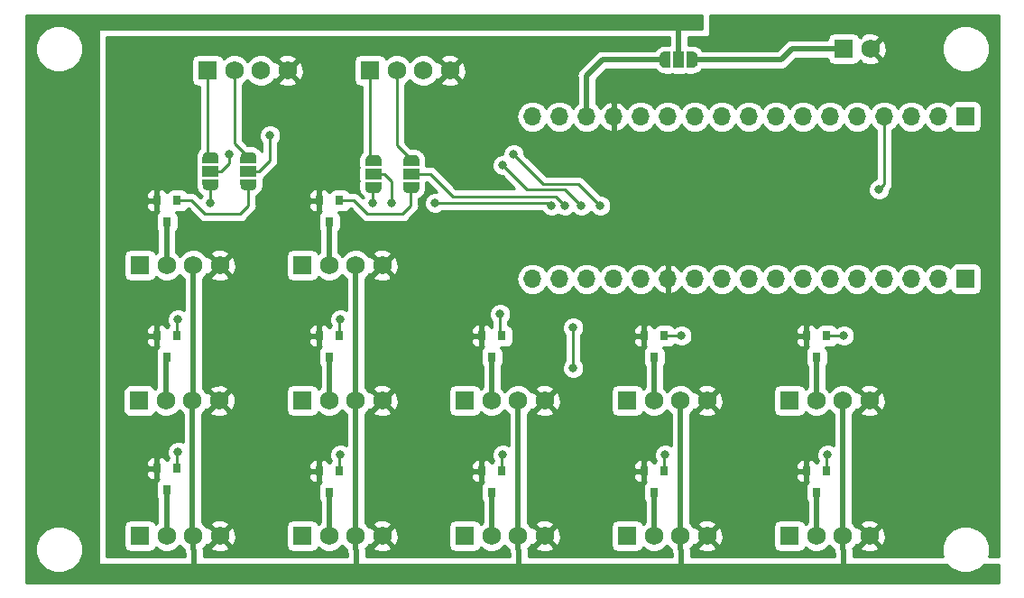
<source format=gbr>
G04 #@! TF.GenerationSoftware,KiCad,Pcbnew,(5.0.0)*
G04 #@! TF.CreationDate,2019-10-27T10:49:01-04:00*
G04 #@! TF.ProjectId,Micro-Breakoutout,4D6963726F2D427265616B6F75746F75,rev?*
G04 #@! TF.SameCoordinates,Original*
G04 #@! TF.FileFunction,Copper,L1,Top,Signal*
G04 #@! TF.FilePolarity,Positive*
%FSLAX46Y46*%
G04 Gerber Fmt 4.6, Leading zero omitted, Abs format (unit mm)*
G04 Created by KiCad (PCBNEW (5.0.0)) date 10/27/19 10:49:01*
%MOMM*%
%LPD*%
G01*
G04 APERTURE LIST*
G04 #@! TA.AperFunction,ComponentPad*
%ADD10O,1.700000X1.700000*%
G04 #@! TD*
G04 #@! TA.AperFunction,ComponentPad*
%ADD11R,1.700000X1.700000*%
G04 #@! TD*
G04 #@! TA.AperFunction,ComponentPad*
%ADD12R,1.750000X1.750000*%
G04 #@! TD*
G04 #@! TA.AperFunction,ComponentPad*
%ADD13C,1.750000*%
G04 #@! TD*
G04 #@! TA.AperFunction,SMDPad,CuDef*
%ADD14R,0.800000X0.900000*%
G04 #@! TD*
G04 #@! TA.AperFunction,SMDPad,CuDef*
%ADD15C,0.500000*%
G04 #@! TD*
G04 #@! TA.AperFunction,Conductor*
%ADD16C,0.100000*%
G04 #@! TD*
G04 #@! TA.AperFunction,SMDPad,CuDef*
%ADD17R,1.500000X1.000000*%
G04 #@! TD*
G04 #@! TA.AperFunction,SMDPad,CuDef*
%ADD18R,1.000000X1.500000*%
G04 #@! TD*
G04 #@! TA.AperFunction,ViaPad*
%ADD19C,0.800000*%
G04 #@! TD*
G04 #@! TA.AperFunction,Conductor*
%ADD20C,0.250000*%
G04 #@! TD*
G04 #@! TA.AperFunction,Conductor*
%ADD21C,0.500000*%
G04 #@! TD*
G04 #@! TA.AperFunction,Conductor*
%ADD22C,0.254000*%
G04 #@! TD*
G04 APERTURE END LIST*
D10*
G04 #@! TO.P,J7,17*
G04 #@! TO.N,/B10LED*
X151130000Y-97790000D03*
G04 #@! TO.P,J7,16*
G04 #@! TO.N,/B10*
X153670000Y-97790000D03*
G04 #@! TO.P,J7,15*
G04 #@! TO.N,VBUS*
X156210000Y-97790000D03*
G04 #@! TO.P,J7,14*
G04 #@! TO.N,GND*
X158750000Y-97790000D03*
G04 #@! TO.P,J7,13*
G04 #@! TO.N,Net-(J7-Pad13)*
X161290000Y-97790000D03*
G04 #@! TO.P,J7,12*
G04 #@! TO.N,+5V*
X163830000Y-97790000D03*
G04 #@! TO.P,J7,11*
G04 #@! TO.N,Net-(J7-Pad11)*
X166370000Y-97790000D03*
G04 #@! TO.P,J7,10*
G04 #@! TO.N,Net-(J7-Pad10)*
X168910000Y-97790000D03*
G04 #@! TO.P,J7,9*
G04 #@! TO.N,/B9LED*
X171450000Y-97790000D03*
G04 #@! TO.P,J7,8*
G04 #@! TO.N,/B9*
X173990000Y-97790000D03*
G04 #@! TO.P,J7,7*
G04 #@! TO.N,/B8LED*
X176530000Y-97790000D03*
G04 #@! TO.P,J7,6*
G04 #@! TO.N,/B8*
X179070000Y-97790000D03*
G04 #@! TO.P,J7,5*
G04 #@! TO.N,/B7LED*
X181610000Y-97790000D03*
G04 #@! TO.P,J7,4*
G04 #@! TO.N,/B6LED*
X184150000Y-97790000D03*
G04 #@! TO.P,J7,3*
G04 #@! TO.N,Net-(J7-Pad3)*
X186690000Y-97790000D03*
G04 #@! TO.P,J7,2*
G04 #@! TO.N,+3V3*
X189230000Y-97790000D03*
D11*
G04 #@! TO.P,J7,1*
G04 #@! TO.N,/B7*
X191770000Y-97790000D03*
G04 #@! TD*
G04 #@! TO.P,J10,1*
G04 #@! TO.N,/B1*
X191770000Y-113030000D03*
D10*
G04 #@! TO.P,J10,2*
G04 #@! TO.N,/B1LED*
X189230000Y-113030000D03*
G04 #@! TO.P,J10,3*
G04 #@! TO.N,/B2*
X186690000Y-113030000D03*
G04 #@! TO.P,J10,4*
G04 #@! TO.N,/B2LED*
X184150000Y-113030000D03*
G04 #@! TO.P,J10,5*
G04 #@! TO.N,/B3*
X181610000Y-113030000D03*
G04 #@! TO.P,J10,6*
G04 #@! TO.N,/B3LED*
X179070000Y-113030000D03*
G04 #@! TO.P,J10,7*
G04 #@! TO.N,/B4*
X176530000Y-113030000D03*
G04 #@! TO.P,J10,8*
G04 #@! TO.N,/B4LED*
X173990000Y-113030000D03*
G04 #@! TO.P,J10,9*
G04 #@! TO.N,/B5*
X171450000Y-113030000D03*
G04 #@! TO.P,J10,10*
G04 #@! TO.N,/PIN3*
X168910000Y-113030000D03*
G04 #@! TO.P,J10,11*
G04 #@! TO.N,/PIN2*
X166370000Y-113030000D03*
G04 #@! TO.P,J10,12*
G04 #@! TO.N,GND*
X163830000Y-113030000D03*
G04 #@! TO.P,J10,13*
G04 #@! TO.N,Net-(J10-Pad13)*
X161290000Y-113030000D03*
G04 #@! TO.P,J10,14*
G04 #@! TO.N,/PIN0*
X158750000Y-113030000D03*
G04 #@! TO.P,J10,15*
G04 #@! TO.N,/PIN1*
X156210000Y-113030000D03*
G04 #@! TO.P,J10,16*
G04 #@! TO.N,/B6*
X153670000Y-113030000D03*
G04 #@! TO.P,J10,17*
G04 #@! TO.N,/B5LED*
X151130000Y-113030000D03*
G04 #@! TD*
D12*
G04 #@! TO.P,J17,1*
G04 #@! TO.N,/B12*
X114300000Y-111760000D03*
D13*
G04 #@! TO.P,J17,2*
G04 #@! TO.N,Net-(J17-Pad2)*
X116800000Y-111760000D03*
G04 #@! TO.P,J17,3*
G04 #@! TO.N,/LED+*
X119300000Y-111760000D03*
G04 #@! TO.P,J17,4*
G04 #@! TO.N,GND*
X121800000Y-111760000D03*
G04 #@! TD*
G04 #@! TO.P,J16,4*
G04 #@! TO.N,GND*
X137040000Y-124460000D03*
G04 #@! TO.P,J16,3*
G04 #@! TO.N,/LED+*
X134540000Y-124460000D03*
G04 #@! TO.P,J16,2*
G04 #@! TO.N,Net-(J16-Pad2)*
X132040000Y-124460000D03*
D12*
G04 #@! TO.P,J16,1*
G04 #@! TO.N,/B8*
X129540000Y-124460000D03*
G04 #@! TD*
G04 #@! TO.P,J14,1*
G04 #@! TO.N,/B10*
X114227001Y-124483001D03*
D13*
G04 #@! TO.P,J14,2*
G04 #@! TO.N,Net-(J14-Pad2)*
X116727001Y-124483001D03*
G04 #@! TO.P,J14,3*
G04 #@! TO.N,/LED+*
X119227001Y-124483001D03*
G04 #@! TO.P,J14,4*
G04 #@! TO.N,GND*
X121727001Y-124483001D03*
G04 #@! TD*
G04 #@! TO.P,J12,4*
G04 #@! TO.N,GND*
X137040000Y-111760000D03*
G04 #@! TO.P,J12,3*
G04 #@! TO.N,/LED+*
X134540000Y-111760000D03*
G04 #@! TO.P,J12,2*
G04 #@! TO.N,Net-(J12-Pad2)*
X132040000Y-111760000D03*
D12*
G04 #@! TO.P,J12,1*
G04 #@! TO.N,/B11*
X129540000Y-111760000D03*
G04 #@! TD*
D14*
G04 #@! TO.P,Q9,1*
G04 #@! TO.N,/B10LED*
X117790000Y-118380000D03*
G04 #@! TO.P,Q9,2*
G04 #@! TO.N,GND*
X115890000Y-118380000D03*
G04 #@! TO.P,Q9,3*
G04 #@! TO.N,Net-(J14-Pad2)*
X116840000Y-120380000D03*
G04 #@! TD*
G04 #@! TO.P,Q12,3*
G04 #@! TO.N,Net-(J18-Pad2)*
X116840000Y-132826000D03*
G04 #@! TO.P,Q12,2*
G04 #@! TO.N,GND*
X115890000Y-130826000D03*
G04 #@! TO.P,Q12,1*
G04 #@! TO.N,/B9LED*
X117790000Y-130826000D03*
G04 #@! TD*
G04 #@! TO.P,Q11,1*
G04 #@! TO.N,/B12LED*
X117790000Y-105680000D03*
G04 #@! TO.P,Q11,2*
G04 #@! TO.N,GND*
X115890000Y-105680000D03*
G04 #@! TO.P,Q11,3*
G04 #@! TO.N,Net-(J17-Pad2)*
X116840000Y-107680000D03*
G04 #@! TD*
G04 #@! TO.P,Q8,3*
G04 #@! TO.N,Net-(J12-Pad2)*
X132080000Y-107680000D03*
G04 #@! TO.P,Q8,2*
G04 #@! TO.N,GND*
X131130000Y-105680000D03*
G04 #@! TO.P,Q8,1*
G04 #@! TO.N,/B11LED*
X133030000Y-105680000D03*
G04 #@! TD*
D15*
G04 #@! TO.P,JP5,1*
G04 #@! TO.N,/B12LED*
X124477356Y-104227742D03*
D16*
G04 #@! TD*
G04 #@! TO.N,/B12LED*
G04 #@! TO.C,JP5*
G36*
X125227356Y-103677742D02*
X125227356Y-104227742D01*
X125226754Y-104227742D01*
X125226754Y-104252276D01*
X125221944Y-104301107D01*
X125212372Y-104349232D01*
X125198128Y-104396187D01*
X125179351Y-104441520D01*
X125156220Y-104484793D01*
X125128960Y-104525592D01*
X125097832Y-104563521D01*
X125063135Y-104598218D01*
X125025206Y-104629346D01*
X124984407Y-104656606D01*
X124941134Y-104679737D01*
X124895801Y-104698514D01*
X124848846Y-104712758D01*
X124800721Y-104722330D01*
X124751890Y-104727140D01*
X124727356Y-104727140D01*
X124727356Y-104727742D01*
X124227356Y-104727742D01*
X124227356Y-104727140D01*
X124202822Y-104727140D01*
X124153991Y-104722330D01*
X124105866Y-104712758D01*
X124058911Y-104698514D01*
X124013578Y-104679737D01*
X123970305Y-104656606D01*
X123929506Y-104629346D01*
X123891577Y-104598218D01*
X123856880Y-104563521D01*
X123825752Y-104525592D01*
X123798492Y-104484793D01*
X123775361Y-104441520D01*
X123756584Y-104396187D01*
X123742340Y-104349232D01*
X123732768Y-104301107D01*
X123727958Y-104252276D01*
X123727958Y-104227742D01*
X123727356Y-104227742D01*
X123727356Y-103677742D01*
X125227356Y-103677742D01*
X125227356Y-103677742D01*
G37*
D15*
G04 #@! TO.P,JP5,3*
G04 #@! TO.N,/QE2B*
X124477356Y-101627742D03*
D16*
G04 #@! TD*
G04 #@! TO.N,/QE2B*
G04 #@! TO.C,JP5*
G36*
X123727958Y-101627742D02*
X123727958Y-101603208D01*
X123732768Y-101554377D01*
X123742340Y-101506252D01*
X123756584Y-101459297D01*
X123775361Y-101413964D01*
X123798492Y-101370691D01*
X123825752Y-101329892D01*
X123856880Y-101291963D01*
X123891577Y-101257266D01*
X123929506Y-101226138D01*
X123970305Y-101198878D01*
X124013578Y-101175747D01*
X124058911Y-101156970D01*
X124105866Y-101142726D01*
X124153991Y-101133154D01*
X124202822Y-101128344D01*
X124227356Y-101128344D01*
X124227356Y-101127742D01*
X124727356Y-101127742D01*
X124727356Y-101128344D01*
X124751890Y-101128344D01*
X124800721Y-101133154D01*
X124848846Y-101142726D01*
X124895801Y-101156970D01*
X124941134Y-101175747D01*
X124984407Y-101198878D01*
X125025206Y-101226138D01*
X125063135Y-101257266D01*
X125097832Y-101291963D01*
X125128960Y-101329892D01*
X125156220Y-101370691D01*
X125179351Y-101413964D01*
X125198128Y-101459297D01*
X125212372Y-101506252D01*
X125221944Y-101554377D01*
X125226754Y-101603208D01*
X125226754Y-101627742D01*
X125227356Y-101627742D01*
X125227356Y-102177742D01*
X123727356Y-102177742D01*
X123727356Y-101627742D01*
X123727958Y-101627742D01*
X123727958Y-101627742D01*
G37*
D17*
G04 #@! TO.P,JP5,2*
G04 #@! TO.N,/PIN3*
X124477356Y-102927742D03*
G04 #@! TD*
D13*
G04 #@! TO.P,J13,2*
G04 #@! TO.N,GND*
X182840000Y-91440000D03*
D12*
G04 #@! TO.P,J13,1*
G04 #@! TO.N,+12V*
X180340000Y-91440000D03*
G04 #@! TD*
D13*
G04 #@! TO.P,J8,4*
G04 #@! TO.N,GND*
X152280000Y-137160000D03*
G04 #@! TO.P,J8,3*
G04 #@! TO.N,/LED+*
X149780000Y-137160000D03*
G04 #@! TO.P,J8,2*
G04 #@! TO.N,Net-(J8-Pad2)*
X147280000Y-137160000D03*
D12*
G04 #@! TO.P,J8,1*
G04 #@! TO.N,/B5*
X144780000Y-137160000D03*
G04 #@! TD*
D13*
G04 #@! TO.P,J2,4*
G04 #@! TO.N,GND*
X128150000Y-93472000D03*
G04 #@! TO.P,J2,3*
G04 #@! TO.N,+5V*
X125650000Y-93472000D03*
G04 #@! TO.P,J2,2*
G04 #@! TO.N,/QE2B*
X123150000Y-93472000D03*
D12*
G04 #@! TO.P,J2,1*
G04 #@! TO.N,/QE2A*
X120650000Y-93472000D03*
G04 #@! TD*
D13*
G04 #@! TO.P,J3,4*
G04 #@! TO.N,GND*
X182760000Y-137160000D03*
G04 #@! TO.P,J3,3*
G04 #@! TO.N,/LED+*
X180260000Y-137160000D03*
G04 #@! TO.P,J3,2*
G04 #@! TO.N,Net-(J3-Pad2)*
X177760000Y-137160000D03*
D12*
G04 #@! TO.P,J3,1*
G04 #@! TO.N,/B1*
X175260000Y-137160000D03*
G04 #@! TD*
G04 #@! TO.P,J4,1*
G04 #@! TO.N,/B2*
X175260000Y-124460000D03*
D13*
G04 #@! TO.P,J4,2*
G04 #@! TO.N,Net-(J4-Pad2)*
X177760000Y-124460000D03*
G04 #@! TO.P,J4,3*
G04 #@! TO.N,/LED+*
X180260000Y-124460000D03*
G04 #@! TO.P,J4,4*
G04 #@! TO.N,GND*
X182760000Y-124460000D03*
G04 #@! TD*
G04 #@! TO.P,J5,4*
G04 #@! TO.N,GND*
X167520000Y-137160000D03*
G04 #@! TO.P,J5,3*
G04 #@! TO.N,/LED+*
X165020000Y-137160000D03*
G04 #@! TO.P,J5,2*
G04 #@! TO.N,Net-(J5-Pad2)*
X162520000Y-137160000D03*
D12*
G04 #@! TO.P,J5,1*
G04 #@! TO.N,/B3*
X160020000Y-137160000D03*
G04 #@! TD*
G04 #@! TO.P,J9,1*
G04 #@! TO.N,/B6*
X144780000Y-124460000D03*
D13*
G04 #@! TO.P,J9,2*
G04 #@! TO.N,Net-(J9-Pad2)*
X147280000Y-124460000D03*
G04 #@! TO.P,J9,3*
G04 #@! TO.N,/LED+*
X149780000Y-124460000D03*
G04 #@! TO.P,J9,4*
G04 #@! TO.N,GND*
X152280000Y-124460000D03*
G04 #@! TD*
G04 #@! TO.P,J11,4*
G04 #@! TO.N,GND*
X137040000Y-137160000D03*
G04 #@! TO.P,J11,3*
G04 #@! TO.N,/LED+*
X134540000Y-137160000D03*
G04 #@! TO.P,J11,2*
G04 #@! TO.N,Net-(J11-Pad2)*
X132040000Y-137160000D03*
D12*
G04 #@! TO.P,J11,1*
G04 #@! TO.N,/B7*
X129540000Y-137160000D03*
G04 #@! TD*
D13*
G04 #@! TO.P,J18,4*
G04 #@! TO.N,GND*
X121800000Y-137160000D03*
G04 #@! TO.P,J18,3*
G04 #@! TO.N,/LED+*
X119300000Y-137160000D03*
G04 #@! TO.P,J18,2*
G04 #@! TO.N,Net-(J18-Pad2)*
X116800000Y-137160000D03*
D12*
G04 #@! TO.P,J18,1*
G04 #@! TO.N,/B9*
X114300000Y-137160000D03*
G04 #@! TD*
G04 #@! TO.P,J1,1*
G04 #@! TO.N,/QE1A*
X135890000Y-93472000D03*
D13*
G04 #@! TO.P,J1,2*
G04 #@! TO.N,/QE1B*
X138390000Y-93472000D03*
G04 #@! TO.P,J1,3*
G04 #@! TO.N,+5V*
X140890000Y-93472000D03*
G04 #@! TO.P,J1,4*
G04 #@! TO.N,GND*
X143390000Y-93472000D03*
G04 #@! TD*
G04 #@! TO.P,J6,4*
G04 #@! TO.N,GND*
X167520000Y-124460000D03*
G04 #@! TO.P,J6,3*
G04 #@! TO.N,/LED+*
X165020000Y-124460000D03*
G04 #@! TO.P,J6,2*
G04 #@! TO.N,Net-(J6-Pad2)*
X162520000Y-124460000D03*
D12*
G04 #@! TO.P,J6,1*
G04 #@! TO.N,/B4*
X160020000Y-124460000D03*
G04 #@! TD*
D17*
G04 #@! TO.P,JP2,2*
G04 #@! TO.N,/PIN1*
X136200666Y-103187773D03*
D15*
G04 #@! TO.P,JP2,3*
G04 #@! TO.N,/QE1A*
X136200666Y-101887773D03*
D16*
G04 #@! TD*
G04 #@! TO.N,/QE1A*
G04 #@! TO.C,JP2*
G36*
X135451268Y-101887773D02*
X135451268Y-101863239D01*
X135456078Y-101814408D01*
X135465650Y-101766283D01*
X135479894Y-101719328D01*
X135498671Y-101673995D01*
X135521802Y-101630722D01*
X135549062Y-101589923D01*
X135580190Y-101551994D01*
X135614887Y-101517297D01*
X135652816Y-101486169D01*
X135693615Y-101458909D01*
X135736888Y-101435778D01*
X135782221Y-101417001D01*
X135829176Y-101402757D01*
X135877301Y-101393185D01*
X135926132Y-101388375D01*
X135950666Y-101388375D01*
X135950666Y-101387773D01*
X136450666Y-101387773D01*
X136450666Y-101388375D01*
X136475200Y-101388375D01*
X136524031Y-101393185D01*
X136572156Y-101402757D01*
X136619111Y-101417001D01*
X136664444Y-101435778D01*
X136707717Y-101458909D01*
X136748516Y-101486169D01*
X136786445Y-101517297D01*
X136821142Y-101551994D01*
X136852270Y-101589923D01*
X136879530Y-101630722D01*
X136902661Y-101673995D01*
X136921438Y-101719328D01*
X136935682Y-101766283D01*
X136945254Y-101814408D01*
X136950064Y-101863239D01*
X136950064Y-101887773D01*
X136950666Y-101887773D01*
X136950666Y-102437773D01*
X135450666Y-102437773D01*
X135450666Y-101887773D01*
X135451268Y-101887773D01*
X135451268Y-101887773D01*
G37*
D15*
G04 #@! TO.P,JP2,1*
G04 #@! TO.N,/B11*
X136200666Y-104487773D03*
D16*
G04 #@! TD*
G04 #@! TO.N,/B11*
G04 #@! TO.C,JP2*
G36*
X136950666Y-103937773D02*
X136950666Y-104487773D01*
X136950064Y-104487773D01*
X136950064Y-104512307D01*
X136945254Y-104561138D01*
X136935682Y-104609263D01*
X136921438Y-104656218D01*
X136902661Y-104701551D01*
X136879530Y-104744824D01*
X136852270Y-104785623D01*
X136821142Y-104823552D01*
X136786445Y-104858249D01*
X136748516Y-104889377D01*
X136707717Y-104916637D01*
X136664444Y-104939768D01*
X136619111Y-104958545D01*
X136572156Y-104972789D01*
X136524031Y-104982361D01*
X136475200Y-104987171D01*
X136450666Y-104987171D01*
X136450666Y-104987773D01*
X135950666Y-104987773D01*
X135950666Y-104987171D01*
X135926132Y-104987171D01*
X135877301Y-104982361D01*
X135829176Y-104972789D01*
X135782221Y-104958545D01*
X135736888Y-104939768D01*
X135693615Y-104916637D01*
X135652816Y-104889377D01*
X135614887Y-104858249D01*
X135580190Y-104823552D01*
X135549062Y-104785623D01*
X135521802Y-104744824D01*
X135498671Y-104701551D01*
X135479894Y-104656218D01*
X135465650Y-104609263D01*
X135456078Y-104561138D01*
X135451268Y-104512307D01*
X135451268Y-104487773D01*
X135450666Y-104487773D01*
X135450666Y-103937773D01*
X136950666Y-103937773D01*
X136950666Y-103937773D01*
G37*
D15*
G04 #@! TO.P,JP1,1*
G04 #@! TO.N,VBUS*
X163546000Y-92456000D03*
D16*
G04 #@! TD*
G04 #@! TO.N,VBUS*
G04 #@! TO.C,JP1*
G36*
X164096000Y-93206000D02*
X163546000Y-93206000D01*
X163546000Y-93205398D01*
X163521466Y-93205398D01*
X163472635Y-93200588D01*
X163424510Y-93191016D01*
X163377555Y-93176772D01*
X163332222Y-93157995D01*
X163288949Y-93134864D01*
X163248150Y-93107604D01*
X163210221Y-93076476D01*
X163175524Y-93041779D01*
X163144396Y-93003850D01*
X163117136Y-92963051D01*
X163094005Y-92919778D01*
X163075228Y-92874445D01*
X163060984Y-92827490D01*
X163051412Y-92779365D01*
X163046602Y-92730534D01*
X163046602Y-92706000D01*
X163046000Y-92706000D01*
X163046000Y-92206000D01*
X163046602Y-92206000D01*
X163046602Y-92181466D01*
X163051412Y-92132635D01*
X163060984Y-92084510D01*
X163075228Y-92037555D01*
X163094005Y-91992222D01*
X163117136Y-91948949D01*
X163144396Y-91908150D01*
X163175524Y-91870221D01*
X163210221Y-91835524D01*
X163248150Y-91804396D01*
X163288949Y-91777136D01*
X163332222Y-91754005D01*
X163377555Y-91735228D01*
X163424510Y-91720984D01*
X163472635Y-91711412D01*
X163521466Y-91706602D01*
X163546000Y-91706602D01*
X163546000Y-91706000D01*
X164096000Y-91706000D01*
X164096000Y-93206000D01*
X164096000Y-93206000D01*
G37*
D15*
G04 #@! TO.P,JP1,3*
G04 #@! TO.N,+12V*
X166146000Y-92456000D03*
D16*
G04 #@! TD*
G04 #@! TO.N,+12V*
G04 #@! TO.C,JP1*
G36*
X166146000Y-91706602D02*
X166170534Y-91706602D01*
X166219365Y-91711412D01*
X166267490Y-91720984D01*
X166314445Y-91735228D01*
X166359778Y-91754005D01*
X166403051Y-91777136D01*
X166443850Y-91804396D01*
X166481779Y-91835524D01*
X166516476Y-91870221D01*
X166547604Y-91908150D01*
X166574864Y-91948949D01*
X166597995Y-91992222D01*
X166616772Y-92037555D01*
X166631016Y-92084510D01*
X166640588Y-92132635D01*
X166645398Y-92181466D01*
X166645398Y-92206000D01*
X166646000Y-92206000D01*
X166646000Y-92706000D01*
X166645398Y-92706000D01*
X166645398Y-92730534D01*
X166640588Y-92779365D01*
X166631016Y-92827490D01*
X166616772Y-92874445D01*
X166597995Y-92919778D01*
X166574864Y-92963051D01*
X166547604Y-93003850D01*
X166516476Y-93041779D01*
X166481779Y-93076476D01*
X166443850Y-93107604D01*
X166403051Y-93134864D01*
X166359778Y-93157995D01*
X166314445Y-93176772D01*
X166267490Y-93191016D01*
X166219365Y-93200588D01*
X166170534Y-93205398D01*
X166146000Y-93205398D01*
X166146000Y-93206000D01*
X165596000Y-93206000D01*
X165596000Y-91706000D01*
X166146000Y-91706000D01*
X166146000Y-91706602D01*
X166146000Y-91706602D01*
G37*
D18*
G04 #@! TO.P,JP1,2*
G04 #@! TO.N,/LED+*
X164846000Y-92456000D03*
G04 #@! TD*
D17*
G04 #@! TO.P,JP4,2*
G04 #@! TO.N,/PIN2*
X120921356Y-102927742D03*
D15*
G04 #@! TO.P,JP4,3*
G04 #@! TO.N,/QE2A*
X120921356Y-101627742D03*
D16*
G04 #@! TD*
G04 #@! TO.N,/QE2A*
G04 #@! TO.C,JP4*
G36*
X120171958Y-101627742D02*
X120171958Y-101603208D01*
X120176768Y-101554377D01*
X120186340Y-101506252D01*
X120200584Y-101459297D01*
X120219361Y-101413964D01*
X120242492Y-101370691D01*
X120269752Y-101329892D01*
X120300880Y-101291963D01*
X120335577Y-101257266D01*
X120373506Y-101226138D01*
X120414305Y-101198878D01*
X120457578Y-101175747D01*
X120502911Y-101156970D01*
X120549866Y-101142726D01*
X120597991Y-101133154D01*
X120646822Y-101128344D01*
X120671356Y-101128344D01*
X120671356Y-101127742D01*
X121171356Y-101127742D01*
X121171356Y-101128344D01*
X121195890Y-101128344D01*
X121244721Y-101133154D01*
X121292846Y-101142726D01*
X121339801Y-101156970D01*
X121385134Y-101175747D01*
X121428407Y-101198878D01*
X121469206Y-101226138D01*
X121507135Y-101257266D01*
X121541832Y-101291963D01*
X121572960Y-101329892D01*
X121600220Y-101370691D01*
X121623351Y-101413964D01*
X121642128Y-101459297D01*
X121656372Y-101506252D01*
X121665944Y-101554377D01*
X121670754Y-101603208D01*
X121670754Y-101627742D01*
X121671356Y-101627742D01*
X121671356Y-102177742D01*
X120171356Y-102177742D01*
X120171356Y-101627742D01*
X120171958Y-101627742D01*
X120171958Y-101627742D01*
G37*
D15*
G04 #@! TO.P,JP4,1*
G04 #@! TO.N,/B12*
X120921356Y-104227742D03*
D16*
G04 #@! TD*
G04 #@! TO.N,/B12*
G04 #@! TO.C,JP4*
G36*
X121671356Y-103677742D02*
X121671356Y-104227742D01*
X121670754Y-104227742D01*
X121670754Y-104252276D01*
X121665944Y-104301107D01*
X121656372Y-104349232D01*
X121642128Y-104396187D01*
X121623351Y-104441520D01*
X121600220Y-104484793D01*
X121572960Y-104525592D01*
X121541832Y-104563521D01*
X121507135Y-104598218D01*
X121469206Y-104629346D01*
X121428407Y-104656606D01*
X121385134Y-104679737D01*
X121339801Y-104698514D01*
X121292846Y-104712758D01*
X121244721Y-104722330D01*
X121195890Y-104727140D01*
X121171356Y-104727140D01*
X121171356Y-104727742D01*
X120671356Y-104727742D01*
X120671356Y-104727140D01*
X120646822Y-104727140D01*
X120597991Y-104722330D01*
X120549866Y-104712758D01*
X120502911Y-104698514D01*
X120457578Y-104679737D01*
X120414305Y-104656606D01*
X120373506Y-104629346D01*
X120335577Y-104598218D01*
X120300880Y-104563521D01*
X120269752Y-104525592D01*
X120242492Y-104484793D01*
X120219361Y-104441520D01*
X120200584Y-104396187D01*
X120186340Y-104349232D01*
X120176768Y-104301107D01*
X120171958Y-104252276D01*
X120171958Y-104227742D01*
X120171356Y-104227742D01*
X120171356Y-103677742D01*
X121671356Y-103677742D01*
X121671356Y-103677742D01*
G37*
D15*
G04 #@! TO.P,JP3,1*
G04 #@! TO.N,/B11LED*
X139756666Y-104487773D03*
D16*
G04 #@! TD*
G04 #@! TO.N,/B11LED*
G04 #@! TO.C,JP3*
G36*
X140506666Y-103937773D02*
X140506666Y-104487773D01*
X140506064Y-104487773D01*
X140506064Y-104512307D01*
X140501254Y-104561138D01*
X140491682Y-104609263D01*
X140477438Y-104656218D01*
X140458661Y-104701551D01*
X140435530Y-104744824D01*
X140408270Y-104785623D01*
X140377142Y-104823552D01*
X140342445Y-104858249D01*
X140304516Y-104889377D01*
X140263717Y-104916637D01*
X140220444Y-104939768D01*
X140175111Y-104958545D01*
X140128156Y-104972789D01*
X140080031Y-104982361D01*
X140031200Y-104987171D01*
X140006666Y-104987171D01*
X140006666Y-104987773D01*
X139506666Y-104987773D01*
X139506666Y-104987171D01*
X139482132Y-104987171D01*
X139433301Y-104982361D01*
X139385176Y-104972789D01*
X139338221Y-104958545D01*
X139292888Y-104939768D01*
X139249615Y-104916637D01*
X139208816Y-104889377D01*
X139170887Y-104858249D01*
X139136190Y-104823552D01*
X139105062Y-104785623D01*
X139077802Y-104744824D01*
X139054671Y-104701551D01*
X139035894Y-104656218D01*
X139021650Y-104609263D01*
X139012078Y-104561138D01*
X139007268Y-104512307D01*
X139007268Y-104487773D01*
X139006666Y-104487773D01*
X139006666Y-103937773D01*
X140506666Y-103937773D01*
X140506666Y-103937773D01*
G37*
D15*
G04 #@! TO.P,JP3,3*
G04 #@! TO.N,/QE1B*
X139756666Y-101887773D03*
D16*
G04 #@! TD*
G04 #@! TO.N,/QE1B*
G04 #@! TO.C,JP3*
G36*
X139007268Y-101887773D02*
X139007268Y-101863239D01*
X139012078Y-101814408D01*
X139021650Y-101766283D01*
X139035894Y-101719328D01*
X139054671Y-101673995D01*
X139077802Y-101630722D01*
X139105062Y-101589923D01*
X139136190Y-101551994D01*
X139170887Y-101517297D01*
X139208816Y-101486169D01*
X139249615Y-101458909D01*
X139292888Y-101435778D01*
X139338221Y-101417001D01*
X139385176Y-101402757D01*
X139433301Y-101393185D01*
X139482132Y-101388375D01*
X139506666Y-101388375D01*
X139506666Y-101387773D01*
X140006666Y-101387773D01*
X140006666Y-101388375D01*
X140031200Y-101388375D01*
X140080031Y-101393185D01*
X140128156Y-101402757D01*
X140175111Y-101417001D01*
X140220444Y-101435778D01*
X140263717Y-101458909D01*
X140304516Y-101486169D01*
X140342445Y-101517297D01*
X140377142Y-101551994D01*
X140408270Y-101589923D01*
X140435530Y-101630722D01*
X140458661Y-101673995D01*
X140477438Y-101719328D01*
X140491682Y-101766283D01*
X140501254Y-101814408D01*
X140506064Y-101863239D01*
X140506064Y-101887773D01*
X140506666Y-101887773D01*
X140506666Y-102437773D01*
X139006666Y-102437773D01*
X139006666Y-101887773D01*
X139007268Y-101887773D01*
X139007268Y-101887773D01*
G37*
D17*
G04 #@! TO.P,JP3,2*
G04 #@! TO.N,/PIN0*
X139756666Y-103187773D03*
G04 #@! TD*
D14*
G04 #@! TO.P,Q10,3*
G04 #@! TO.N,Net-(J16-Pad2)*
X132080000Y-120380000D03*
G04 #@! TO.P,Q10,2*
G04 #@! TO.N,GND*
X131130000Y-118380000D03*
G04 #@! TO.P,Q10,1*
G04 #@! TO.N,/B8LED*
X133030000Y-118380000D03*
G04 #@! TD*
G04 #@! TO.P,Q1,3*
G04 #@! TO.N,Net-(J3-Pad2)*
X177800000Y-133080000D03*
G04 #@! TO.P,Q1,2*
G04 #@! TO.N,GND*
X176850000Y-131080000D03*
G04 #@! TO.P,Q1,1*
G04 #@! TO.N,/B1LED*
X178750000Y-131080000D03*
G04 #@! TD*
G04 #@! TO.P,Q2,1*
G04 #@! TO.N,/B2LED*
X178750000Y-118380000D03*
G04 #@! TO.P,Q2,2*
G04 #@! TO.N,GND*
X176850000Y-118380000D03*
G04 #@! TO.P,Q2,3*
G04 #@! TO.N,Net-(J4-Pad2)*
X177800000Y-120380000D03*
G04 #@! TD*
G04 #@! TO.P,Q3,3*
G04 #@! TO.N,Net-(J5-Pad2)*
X162560000Y-133080000D03*
G04 #@! TO.P,Q3,2*
G04 #@! TO.N,GND*
X161610000Y-131080000D03*
G04 #@! TO.P,Q3,1*
G04 #@! TO.N,/B3LED*
X163510000Y-131080000D03*
G04 #@! TD*
G04 #@! TO.P,Q4,1*
G04 #@! TO.N,/B4LED*
X163510000Y-118380000D03*
G04 #@! TO.P,Q4,2*
G04 #@! TO.N,GND*
X161610000Y-118380000D03*
G04 #@! TO.P,Q4,3*
G04 #@! TO.N,Net-(J6-Pad2)*
X162560000Y-120380000D03*
G04 #@! TD*
G04 #@! TO.P,Q5,3*
G04 #@! TO.N,Net-(J8-Pad2)*
X147320000Y-133080000D03*
G04 #@! TO.P,Q5,2*
G04 #@! TO.N,GND*
X146370000Y-131080000D03*
G04 #@! TO.P,Q5,1*
G04 #@! TO.N,/B5LED*
X148270000Y-131080000D03*
G04 #@! TD*
G04 #@! TO.P,Q6,1*
G04 #@! TO.N,/B6LED*
X148270000Y-118380000D03*
G04 #@! TO.P,Q6,2*
G04 #@! TO.N,GND*
X146370000Y-118380000D03*
G04 #@! TO.P,Q6,3*
G04 #@! TO.N,Net-(J9-Pad2)*
X147320000Y-120380000D03*
G04 #@! TD*
G04 #@! TO.P,Q7,3*
G04 #@! TO.N,Net-(J11-Pad2)*
X132080000Y-133080000D03*
G04 #@! TO.P,Q7,2*
G04 #@! TO.N,GND*
X131130000Y-131080000D03*
G04 #@! TO.P,Q7,1*
G04 #@! TO.N,/B7LED*
X133030000Y-131080000D03*
G04 #@! TD*
D19*
G04 #@! TO.N,/B7LED*
X133096000Y-129540000D03*
G04 #@! TO.N,/B6LED*
X148082000Y-116332000D03*
X183642000Y-104648000D03*
G04 #@! TO.N,/B5LED*
X148336000Y-129540000D03*
G04 #@! TO.N,/B4LED*
X165100000Y-118364000D03*
G04 #@! TO.N,/B3LED*
X163576000Y-129540000D03*
G04 #@! TO.N,/B2LED*
X180340000Y-118364000D03*
G04 #@! TO.N,/B1LED*
X178816000Y-129540000D03*
G04 #@! TO.N,/B9LED*
X117856000Y-129286000D03*
G04 #@! TO.N,/B8LED*
X133096000Y-116840000D03*
G04 #@! TO.N,/PIN0*
X154178000Y-106172000D03*
G04 #@! TO.N,/PIN1*
X137922000Y-105918000D03*
X141986000Y-105918000D03*
X152908000Y-106172000D03*
G04 #@! TO.N,/B6*
X154940000Y-121412000D03*
X154940000Y-117602000D03*
G04 #@! TO.N,/PIN3*
X126492000Y-99568000D03*
X149352000Y-101346000D03*
X157480000Y-106172000D03*
G04 #@! TO.N,/PIN2*
X122682000Y-101346000D03*
X148336000Y-102362000D03*
X155702000Y-106172000D03*
G04 #@! TO.N,/B10LED*
X117856000Y-116840000D03*
G04 #@! TO.N,/B12*
X120904000Y-105918000D03*
G04 #@! TO.N,/B11*
X136144000Y-105918000D03*
G04 #@! TD*
D20*
G04 #@! TO.N,/B7LED*
X133030000Y-131080000D02*
X133030000Y-129606000D01*
X133030000Y-129606000D02*
X133096000Y-129540000D01*
G04 #@! TO.N,/B6LED*
X148082000Y-118192000D02*
X148270000Y-118380000D01*
X148082000Y-116332000D02*
X148082000Y-118192000D01*
X184150000Y-97790000D02*
X184150000Y-104140000D01*
X184150000Y-104140000D02*
X183642000Y-104648000D01*
G04 #@! TO.N,/B5LED*
X148270000Y-131080000D02*
X148270000Y-129606000D01*
X148270000Y-129606000D02*
X148336000Y-129540000D01*
G04 #@! TO.N,/B4LED*
X165084000Y-118380000D02*
X165100000Y-118364000D01*
X163510000Y-118380000D02*
X165084000Y-118380000D01*
G04 #@! TO.N,/B3LED*
X163510000Y-131080000D02*
X163510000Y-129606000D01*
X163510000Y-129606000D02*
X163576000Y-129540000D01*
G04 #@! TO.N,/B2LED*
X180324000Y-118380000D02*
X180340000Y-118364000D01*
X178750000Y-118380000D02*
X180324000Y-118380000D01*
G04 #@! TO.N,/B1LED*
X178750000Y-129606000D02*
X178816000Y-129540000D01*
X178750000Y-131080000D02*
X178750000Y-129606000D01*
G04 #@! TO.N,/B9LED*
X117790000Y-130826000D02*
X117790000Y-129352000D01*
X117790000Y-129352000D02*
X117856000Y-129286000D01*
G04 #@! TO.N,/B8LED*
X133030000Y-118380000D02*
X133030000Y-116906000D01*
X133030000Y-116906000D02*
X133096000Y-116840000D01*
G04 #@! TO.N,/QE1B*
X138390000Y-100521107D02*
X139756666Y-101887773D01*
X138390000Y-93472000D02*
X138390000Y-100521107D01*
G04 #@! TO.N,/PIN0*
X153287590Y-105281590D02*
X154178000Y-106172000D01*
X143635590Y-105281590D02*
X153287590Y-105281590D01*
X139756666Y-103187773D02*
X141541773Y-103187773D01*
X141541773Y-103187773D02*
X143635590Y-105281590D01*
G04 #@! TO.N,/PIN1*
X137922000Y-103909107D02*
X137922000Y-105918000D01*
X136200666Y-103187773D02*
X137200666Y-103187773D01*
X137200666Y-103187773D02*
X137922000Y-103909107D01*
X152654000Y-105918000D02*
X152908000Y-106172000D01*
X141986000Y-105918000D02*
X152654000Y-105918000D01*
G04 #@! TO.N,/QE1A*
X135890000Y-101577107D02*
X136200666Y-101887773D01*
X135890000Y-93472000D02*
X135890000Y-101577107D01*
D21*
G04 #@! TO.N,VBUS*
X163576000Y-92456000D02*
X159004000Y-92456000D01*
X157734000Y-92456000D02*
X159004000Y-92456000D01*
X156210000Y-97790000D02*
X156210000Y-93980000D01*
X156210000Y-93980000D02*
X157734000Y-92456000D01*
G04 #@! TO.N,+12V*
X180340000Y-91440000D02*
X175768000Y-91440000D01*
X174468000Y-92456000D02*
X166116000Y-92456000D01*
X175484000Y-91440000D02*
X180340000Y-91440000D01*
X174468000Y-92456000D02*
X175484000Y-91440000D01*
G04 #@! TO.N,/LED+*
X180340000Y-138477436D02*
X180340000Y-140716000D01*
X180260000Y-137160000D02*
X180260000Y-138397436D01*
X180260000Y-138397436D02*
X180340000Y-138477436D01*
X165100000Y-138477436D02*
X165100000Y-140716000D01*
X165020000Y-137160000D02*
X165020000Y-138397436D01*
X165020000Y-138397436D02*
X165100000Y-138477436D01*
X149860000Y-138477436D02*
X149860000Y-140716000D01*
X149780000Y-137160000D02*
X149780000Y-138397436D01*
X149780000Y-138397436D02*
X149860000Y-138477436D01*
X134620000Y-138477436D02*
X134620000Y-140716000D01*
X134540000Y-137160000D02*
X134540000Y-138397436D01*
X134540000Y-138397436D02*
X134620000Y-138477436D01*
X119380000Y-137120000D02*
X119340000Y-137160000D01*
X134620000Y-137120000D02*
X134580000Y-137160000D01*
X149860000Y-137120000D02*
X149820000Y-137160000D01*
X165100000Y-137120000D02*
X165060000Y-137160000D01*
X119300000Y-124410002D02*
X119227001Y-124483001D01*
X119300000Y-111760000D02*
X119300000Y-124410002D01*
X134540000Y-112997436D02*
X134540000Y-124460000D01*
X134540000Y-111760000D02*
X134540000Y-112997436D01*
X119227001Y-137087001D02*
X119300000Y-137160000D01*
X119227001Y-124483001D02*
X119227001Y-137087001D01*
X119300000Y-138397436D02*
X119380000Y-138477436D01*
X119380000Y-138477436D02*
X119380000Y-140716000D01*
X119300000Y-137160000D02*
X119300000Y-138397436D01*
X134540000Y-125697436D02*
X134540000Y-137160000D01*
X134540000Y-124460000D02*
X134540000Y-125697436D01*
X149780000Y-124460000D02*
X149780000Y-137160000D01*
X165020000Y-125697436D02*
X165020000Y-137160000D01*
X165020000Y-124460000D02*
X165020000Y-125697436D01*
X180260000Y-125697436D02*
X180260000Y-137160000D01*
X180260000Y-124460000D02*
X180260000Y-125697436D01*
X164846000Y-92456000D02*
X164846000Y-91206000D01*
X164846000Y-91206000D02*
X164846000Y-88646000D01*
D20*
G04 #@! TO.N,/B6*
X154940000Y-121412000D02*
X154940000Y-117602000D01*
G04 #@! TO.N,/QE2A*
X120650000Y-101356386D02*
X120921356Y-101627742D01*
X120650000Y-93472000D02*
X120650000Y-101356386D01*
G04 #@! TO.N,/QE2B*
X123150000Y-100300386D02*
X124477356Y-101627742D01*
X123150000Y-93472000D02*
X123150000Y-100300386D01*
G04 #@! TO.N,/PIN3*
X126492000Y-101913098D02*
X126492000Y-99568000D01*
X124477356Y-102927742D02*
X125477356Y-102927742D01*
X125477356Y-102927742D02*
X126492000Y-101913098D01*
X152146000Y-104140000D02*
X149352000Y-101346000D01*
X155448000Y-104140000D02*
X152146000Y-104140000D01*
X157480000Y-106172000D02*
X155448000Y-104140000D01*
G04 #@! TO.N,/PIN2*
X122682000Y-102167098D02*
X122682000Y-101346000D01*
X120921356Y-102927742D02*
X121921356Y-102927742D01*
X121921356Y-102927742D02*
X122682000Y-102167098D01*
X148336000Y-102362000D02*
X150622000Y-104648000D01*
X154178000Y-104648000D02*
X155702000Y-106172000D01*
X153924000Y-104648000D02*
X154178000Y-104648000D01*
X150622000Y-104648000D02*
X153924000Y-104648000D01*
D21*
G04 #@! TO.N,Net-(J11-Pad2)*
X132080000Y-133080000D02*
X132080000Y-137120000D01*
G04 #@! TO.N,Net-(J9-Pad2)*
X147320000Y-124420000D02*
X147280000Y-124460000D01*
X147320000Y-120380000D02*
X147320000Y-124420000D01*
G04 #@! TO.N,Net-(J8-Pad2)*
X147320000Y-133080000D02*
X147320000Y-137120000D01*
G04 #@! TO.N,Net-(J6-Pad2)*
X162560000Y-124420000D02*
X162520000Y-124460000D01*
X162560000Y-120380000D02*
X162560000Y-124420000D01*
G04 #@! TO.N,Net-(J5-Pad2)*
X162560000Y-133080000D02*
X162560000Y-137120000D01*
G04 #@! TO.N,Net-(J4-Pad2)*
X177800000Y-124420000D02*
X177760000Y-124460000D01*
X177800000Y-120380000D02*
X177800000Y-124420000D01*
G04 #@! TO.N,Net-(J3-Pad2)*
X177800000Y-133080000D02*
X177800000Y-137120000D01*
G04 #@! TO.N,Net-(J14-Pad2)*
X116727001Y-120492999D02*
X116840000Y-120380000D01*
X116727001Y-124483001D02*
X116727001Y-120492999D01*
G04 #@! TO.N,Net-(J12-Pad2)*
X132040000Y-107720000D02*
X132080000Y-107680000D01*
X132040000Y-111760000D02*
X132040000Y-107720000D01*
D20*
G04 #@! TO.N,/B12LED*
X124477356Y-104227742D02*
X124477356Y-106154644D01*
X120396000Y-106934000D02*
X119142000Y-105680000D01*
X119142000Y-105680000D02*
X117790000Y-105680000D01*
X124477356Y-106154644D02*
X123698000Y-106934000D01*
X120396000Y-106934000D02*
X123698000Y-106934000D01*
G04 #@! TO.N,/B10LED*
X117790000Y-118380000D02*
X117790000Y-116906000D01*
X117790000Y-116906000D02*
X117856000Y-116840000D01*
D21*
G04 #@! TO.N,Net-(J16-Pad2)*
X132080000Y-124380000D02*
X132000000Y-124460000D01*
X132080000Y-120380000D02*
X132080000Y-124380000D01*
G04 #@! TO.N,Net-(J17-Pad2)*
X116800000Y-107720000D02*
X116840000Y-107680000D01*
X116800000Y-111760000D02*
X116800000Y-107720000D01*
D20*
G04 #@! TO.N,/B11LED*
X135636000Y-106934000D02*
X134382000Y-105680000D01*
X134382000Y-105680000D02*
X133030000Y-105680000D01*
X139717356Y-106154644D02*
X138938000Y-106934000D01*
X139717356Y-104227742D02*
X139717356Y-106154644D01*
X135636000Y-106934000D02*
X138938000Y-106934000D01*
D21*
G04 #@! TO.N,Net-(J18-Pad2)*
X116800000Y-132866000D02*
X116840000Y-132826000D01*
X116800000Y-137160000D02*
X116800000Y-132866000D01*
D20*
G04 #@! TO.N,/B12*
X120921356Y-104227742D02*
X120921356Y-105900644D01*
G04 #@! TO.N,/B11*
X136161356Y-104227742D02*
X136161356Y-105900644D01*
G04 #@! TD*
D22*
G04 #@! TO.N,/LED+*
G36*
X167005000Y-89535000D02*
X110490000Y-89535000D01*
X110441399Y-89544667D01*
X110400197Y-89572197D01*
X110372667Y-89613399D01*
X110363000Y-89662000D01*
X110363000Y-139700000D01*
X110372667Y-139748601D01*
X110400197Y-139789803D01*
X110441399Y-139817333D01*
X110490000Y-139827000D01*
X190006233Y-139827000D01*
X190503974Y-140324741D01*
X191325431Y-140665000D01*
X192214569Y-140665000D01*
X193036026Y-140324741D01*
X193533767Y-139827000D01*
X194870001Y-139827000D01*
X194870001Y-141530000D01*
X103580000Y-141530000D01*
X103580000Y-137985431D01*
X104445000Y-137985431D01*
X104445000Y-138874569D01*
X104785259Y-139696026D01*
X105413974Y-140324741D01*
X106235431Y-140665000D01*
X107124569Y-140665000D01*
X107946026Y-140324741D01*
X108574741Y-139696026D01*
X108915000Y-138874569D01*
X108915000Y-137985431D01*
X108574741Y-137163974D01*
X107946026Y-136535259D01*
X107124569Y-136195000D01*
X106235431Y-136195000D01*
X105413974Y-136535259D01*
X104785259Y-137163974D01*
X104445000Y-137985431D01*
X103580000Y-137985431D01*
X103580000Y-90995431D01*
X104445000Y-90995431D01*
X104445000Y-91884569D01*
X104785259Y-92706026D01*
X105413974Y-93334741D01*
X106235431Y-93675000D01*
X107124569Y-93675000D01*
X107946026Y-93334741D01*
X108574741Y-92706026D01*
X108915000Y-91884569D01*
X108915000Y-90995431D01*
X108574741Y-90173974D01*
X107946026Y-89545259D01*
X107124569Y-89205000D01*
X106235431Y-89205000D01*
X105413974Y-89545259D01*
X104785259Y-90173974D01*
X104445000Y-90995431D01*
X103580000Y-90995431D01*
X103580000Y-88340000D01*
X167005000Y-88340000D01*
X167005000Y-89535000D01*
X167005000Y-89535000D01*
G37*
X167005000Y-89535000D02*
X110490000Y-89535000D01*
X110441399Y-89544667D01*
X110400197Y-89572197D01*
X110372667Y-89613399D01*
X110363000Y-89662000D01*
X110363000Y-139700000D01*
X110372667Y-139748601D01*
X110400197Y-139789803D01*
X110441399Y-139817333D01*
X110490000Y-139827000D01*
X190006233Y-139827000D01*
X190503974Y-140324741D01*
X191325431Y-140665000D01*
X192214569Y-140665000D01*
X193036026Y-140324741D01*
X193533767Y-139827000D01*
X194870001Y-139827000D01*
X194870001Y-141530000D01*
X103580000Y-141530000D01*
X103580000Y-137985431D01*
X104445000Y-137985431D01*
X104445000Y-138874569D01*
X104785259Y-139696026D01*
X105413974Y-140324741D01*
X106235431Y-140665000D01*
X107124569Y-140665000D01*
X107946026Y-140324741D01*
X108574741Y-139696026D01*
X108915000Y-138874569D01*
X108915000Y-137985431D01*
X108574741Y-137163974D01*
X107946026Y-136535259D01*
X107124569Y-136195000D01*
X106235431Y-136195000D01*
X105413974Y-136535259D01*
X104785259Y-137163974D01*
X104445000Y-137985431D01*
X103580000Y-137985431D01*
X103580000Y-90995431D01*
X104445000Y-90995431D01*
X104445000Y-91884569D01*
X104785259Y-92706026D01*
X105413974Y-93334741D01*
X106235431Y-93675000D01*
X107124569Y-93675000D01*
X107946026Y-93334741D01*
X108574741Y-92706026D01*
X108915000Y-91884569D01*
X108915000Y-90995431D01*
X108574741Y-90173974D01*
X107946026Y-89545259D01*
X107124569Y-89205000D01*
X106235431Y-89205000D01*
X105413974Y-89545259D01*
X104785259Y-90173974D01*
X104445000Y-90995431D01*
X103580000Y-90995431D01*
X103580000Y-88340000D01*
X167005000Y-88340000D01*
X167005000Y-89535000D01*
G04 #@! TO.N,GND*
G36*
X194870001Y-139065000D02*
X193926121Y-139065000D01*
X194005000Y-138874569D01*
X194005000Y-137985431D01*
X193664741Y-137163974D01*
X193036026Y-136535259D01*
X192214569Y-136195000D01*
X191325431Y-136195000D01*
X190503974Y-136535259D01*
X189875259Y-137163974D01*
X189535000Y-137985431D01*
X189535000Y-138874569D01*
X189613879Y-139065000D01*
X181225000Y-139065000D01*
X181225000Y-138564595D01*
X181242337Y-138477435D01*
X181225000Y-138390276D01*
X181225000Y-138390271D01*
X181215077Y-138340385D01*
X181333402Y-138222060D01*
X181877545Y-138222060D01*
X181960884Y-138475953D01*
X182525306Y-138681590D01*
X183125458Y-138655579D01*
X183559116Y-138475953D01*
X183642455Y-138222060D01*
X182760000Y-137339605D01*
X181877545Y-138222060D01*
X181333402Y-138222060D01*
X181540116Y-138015346D01*
X181549121Y-137993606D01*
X181697940Y-138042455D01*
X182580395Y-137160000D01*
X182939605Y-137160000D01*
X183822060Y-138042455D01*
X184075953Y-137959116D01*
X184281590Y-137394694D01*
X184255579Y-136794542D01*
X184075953Y-136360884D01*
X183822060Y-136277545D01*
X182939605Y-137160000D01*
X182580395Y-137160000D01*
X181697940Y-136277545D01*
X181549121Y-136326394D01*
X181540116Y-136304654D01*
X181333402Y-136097940D01*
X181877545Y-136097940D01*
X182760000Y-136980395D01*
X183642455Y-136097940D01*
X183559116Y-135844047D01*
X182994694Y-135638410D01*
X182394542Y-135664421D01*
X181960884Y-135844047D01*
X181877545Y-136097940D01*
X181333402Y-136097940D01*
X181145000Y-135909538D01*
X181145000Y-125710462D01*
X181333402Y-125522060D01*
X181877545Y-125522060D01*
X181960884Y-125775953D01*
X182525306Y-125981590D01*
X183125458Y-125955579D01*
X183559116Y-125775953D01*
X183642455Y-125522060D01*
X182760000Y-124639605D01*
X181877545Y-125522060D01*
X181333402Y-125522060D01*
X181540116Y-125315346D01*
X181549121Y-125293606D01*
X181697940Y-125342455D01*
X182580395Y-124460000D01*
X182939605Y-124460000D01*
X183822060Y-125342455D01*
X184075953Y-125259116D01*
X184281590Y-124694694D01*
X184255579Y-124094542D01*
X184075953Y-123660884D01*
X183822060Y-123577545D01*
X182939605Y-124460000D01*
X182580395Y-124460000D01*
X181697940Y-123577545D01*
X181549121Y-123626394D01*
X181540116Y-123604654D01*
X181333402Y-123397940D01*
X181877545Y-123397940D01*
X182760000Y-124280395D01*
X183642455Y-123397940D01*
X183559116Y-123144047D01*
X182994694Y-122938410D01*
X182394542Y-122964421D01*
X181960884Y-123144047D01*
X181877545Y-123397940D01*
X181333402Y-123397940D01*
X181115346Y-123179884D01*
X180560358Y-122950000D01*
X179959642Y-122950000D01*
X179404654Y-123179884D01*
X179010000Y-123574538D01*
X178685000Y-123249538D01*
X178685000Y-121247115D01*
X178798157Y-121077765D01*
X178847440Y-120830000D01*
X178847440Y-119930000D01*
X178798157Y-119682235D01*
X178661316Y-119477440D01*
X179150000Y-119477440D01*
X179397765Y-119428157D01*
X179607809Y-119287809D01*
X179684830Y-119172541D01*
X179753720Y-119241431D01*
X180134126Y-119399000D01*
X180545874Y-119399000D01*
X180926280Y-119241431D01*
X181217431Y-118950280D01*
X181375000Y-118569874D01*
X181375000Y-118158126D01*
X181217431Y-117777720D01*
X180926280Y-117486569D01*
X180545874Y-117329000D01*
X180134126Y-117329000D01*
X179753720Y-117486569D01*
X179672012Y-117568277D01*
X179607809Y-117472191D01*
X179397765Y-117331843D01*
X179150000Y-117282560D01*
X178350000Y-117282560D01*
X178102235Y-117331843D01*
X177892191Y-117472191D01*
X177802987Y-117605694D01*
X177788327Y-117570302D01*
X177609699Y-117391673D01*
X177376310Y-117295000D01*
X177135750Y-117295000D01*
X176977000Y-117453750D01*
X176977000Y-118253000D01*
X176997000Y-118253000D01*
X176997000Y-118507000D01*
X176977000Y-118507000D01*
X176977000Y-119306250D01*
X177062531Y-119391781D01*
X176942191Y-119472191D01*
X176801843Y-119682235D01*
X176752560Y-119930000D01*
X176752560Y-120830000D01*
X176801843Y-121077765D01*
X176915000Y-121247115D01*
X176915001Y-123175598D01*
X176904654Y-123179884D01*
X176735504Y-123349034D01*
X176733157Y-123337235D01*
X176592809Y-123127191D01*
X176382765Y-122986843D01*
X176135000Y-122937560D01*
X174385000Y-122937560D01*
X174137235Y-122986843D01*
X173927191Y-123127191D01*
X173786843Y-123337235D01*
X173737560Y-123585000D01*
X173737560Y-125335000D01*
X173786843Y-125582765D01*
X173927191Y-125792809D01*
X174137235Y-125933157D01*
X174385000Y-125982440D01*
X176135000Y-125982440D01*
X176382765Y-125933157D01*
X176592809Y-125792809D01*
X176733157Y-125582765D01*
X176735504Y-125570966D01*
X176904654Y-125740116D01*
X177459642Y-125970000D01*
X178060358Y-125970000D01*
X178615346Y-125740116D01*
X179010000Y-125345462D01*
X179375000Y-125710462D01*
X179375000Y-128651269D01*
X179021874Y-128505000D01*
X178610126Y-128505000D01*
X178229720Y-128662569D01*
X177938569Y-128953720D01*
X177781000Y-129334126D01*
X177781000Y-129745874D01*
X177938569Y-130126280D01*
X177947514Y-130135225D01*
X177892191Y-130172191D01*
X177802987Y-130305694D01*
X177788327Y-130270302D01*
X177609699Y-130091673D01*
X177376310Y-129995000D01*
X177135750Y-129995000D01*
X176977000Y-130153750D01*
X176977000Y-130953000D01*
X176997000Y-130953000D01*
X176997000Y-131207000D01*
X176977000Y-131207000D01*
X176977000Y-132006250D01*
X177062531Y-132091781D01*
X176942191Y-132172191D01*
X176801843Y-132382235D01*
X176752560Y-132630000D01*
X176752560Y-133530000D01*
X176801843Y-133777765D01*
X176915000Y-133947115D01*
X176915001Y-135875598D01*
X176904654Y-135879884D01*
X176735504Y-136049034D01*
X176733157Y-136037235D01*
X176592809Y-135827191D01*
X176382765Y-135686843D01*
X176135000Y-135637560D01*
X174385000Y-135637560D01*
X174137235Y-135686843D01*
X173927191Y-135827191D01*
X173786843Y-136037235D01*
X173737560Y-136285000D01*
X173737560Y-138035000D01*
X173786843Y-138282765D01*
X173927191Y-138492809D01*
X174137235Y-138633157D01*
X174385000Y-138682440D01*
X176135000Y-138682440D01*
X176382765Y-138633157D01*
X176592809Y-138492809D01*
X176733157Y-138282765D01*
X176735504Y-138270966D01*
X176904654Y-138440116D01*
X177459642Y-138670000D01*
X178060358Y-138670000D01*
X178615346Y-138440116D01*
X179010000Y-138045462D01*
X179358378Y-138393840D01*
X179357663Y-138397436D01*
X179426348Y-138742745D01*
X179455000Y-138785626D01*
X179455000Y-139065000D01*
X165985000Y-139065000D01*
X165985000Y-138564595D01*
X166002337Y-138477435D01*
X165985000Y-138390276D01*
X165985000Y-138390271D01*
X165975077Y-138340385D01*
X166093402Y-138222060D01*
X166637545Y-138222060D01*
X166720884Y-138475953D01*
X167285306Y-138681590D01*
X167885458Y-138655579D01*
X168319116Y-138475953D01*
X168402455Y-138222060D01*
X167520000Y-137339605D01*
X166637545Y-138222060D01*
X166093402Y-138222060D01*
X166300116Y-138015346D01*
X166309121Y-137993606D01*
X166457940Y-138042455D01*
X167340395Y-137160000D01*
X167699605Y-137160000D01*
X168582060Y-138042455D01*
X168835953Y-137959116D01*
X169041590Y-137394694D01*
X169015579Y-136794542D01*
X168835953Y-136360884D01*
X168582060Y-136277545D01*
X167699605Y-137160000D01*
X167340395Y-137160000D01*
X166457940Y-136277545D01*
X166309121Y-136326394D01*
X166300116Y-136304654D01*
X166093402Y-136097940D01*
X166637545Y-136097940D01*
X167520000Y-136980395D01*
X168402455Y-136097940D01*
X168319116Y-135844047D01*
X167754694Y-135638410D01*
X167154542Y-135664421D01*
X166720884Y-135844047D01*
X166637545Y-136097940D01*
X166093402Y-136097940D01*
X165905000Y-135909538D01*
X165905000Y-131365750D01*
X175815000Y-131365750D01*
X175815000Y-131656309D01*
X175911673Y-131889698D01*
X176090301Y-132068327D01*
X176323690Y-132165000D01*
X176564250Y-132165000D01*
X176723000Y-132006250D01*
X176723000Y-131207000D01*
X175973750Y-131207000D01*
X175815000Y-131365750D01*
X165905000Y-131365750D01*
X165905000Y-130503691D01*
X175815000Y-130503691D01*
X175815000Y-130794250D01*
X175973750Y-130953000D01*
X176723000Y-130953000D01*
X176723000Y-130153750D01*
X176564250Y-129995000D01*
X176323690Y-129995000D01*
X176090301Y-130091673D01*
X175911673Y-130270302D01*
X175815000Y-130503691D01*
X165905000Y-130503691D01*
X165905000Y-125710462D01*
X166093402Y-125522060D01*
X166637545Y-125522060D01*
X166720884Y-125775953D01*
X167285306Y-125981590D01*
X167885458Y-125955579D01*
X168319116Y-125775953D01*
X168402455Y-125522060D01*
X167520000Y-124639605D01*
X166637545Y-125522060D01*
X166093402Y-125522060D01*
X166300116Y-125315346D01*
X166309121Y-125293606D01*
X166457940Y-125342455D01*
X167340395Y-124460000D01*
X167699605Y-124460000D01*
X168582060Y-125342455D01*
X168835953Y-125259116D01*
X169041590Y-124694694D01*
X169015579Y-124094542D01*
X168835953Y-123660884D01*
X168582060Y-123577545D01*
X167699605Y-124460000D01*
X167340395Y-124460000D01*
X166457940Y-123577545D01*
X166309121Y-123626394D01*
X166300116Y-123604654D01*
X166093402Y-123397940D01*
X166637545Y-123397940D01*
X167520000Y-124280395D01*
X168402455Y-123397940D01*
X168319116Y-123144047D01*
X167754694Y-122938410D01*
X167154542Y-122964421D01*
X166720884Y-123144047D01*
X166637545Y-123397940D01*
X166093402Y-123397940D01*
X165875346Y-123179884D01*
X165320358Y-122950000D01*
X164719642Y-122950000D01*
X164164654Y-123179884D01*
X163770000Y-123574538D01*
X163445000Y-123249538D01*
X163445000Y-121247115D01*
X163558157Y-121077765D01*
X163607440Y-120830000D01*
X163607440Y-119930000D01*
X163558157Y-119682235D01*
X163421316Y-119477440D01*
X163910000Y-119477440D01*
X164157765Y-119428157D01*
X164367809Y-119287809D01*
X164444830Y-119172541D01*
X164513720Y-119241431D01*
X164894126Y-119399000D01*
X165305874Y-119399000D01*
X165686280Y-119241431D01*
X165977431Y-118950280D01*
X166095286Y-118665750D01*
X175815000Y-118665750D01*
X175815000Y-118956309D01*
X175911673Y-119189698D01*
X176090301Y-119368327D01*
X176323690Y-119465000D01*
X176564250Y-119465000D01*
X176723000Y-119306250D01*
X176723000Y-118507000D01*
X175973750Y-118507000D01*
X175815000Y-118665750D01*
X166095286Y-118665750D01*
X166135000Y-118569874D01*
X166135000Y-118158126D01*
X165988189Y-117803691D01*
X175815000Y-117803691D01*
X175815000Y-118094250D01*
X175973750Y-118253000D01*
X176723000Y-118253000D01*
X176723000Y-117453750D01*
X176564250Y-117295000D01*
X176323690Y-117295000D01*
X176090301Y-117391673D01*
X175911673Y-117570302D01*
X175815000Y-117803691D01*
X165988189Y-117803691D01*
X165977431Y-117777720D01*
X165686280Y-117486569D01*
X165305874Y-117329000D01*
X164894126Y-117329000D01*
X164513720Y-117486569D01*
X164432012Y-117568277D01*
X164367809Y-117472191D01*
X164157765Y-117331843D01*
X163910000Y-117282560D01*
X163110000Y-117282560D01*
X162862235Y-117331843D01*
X162652191Y-117472191D01*
X162562987Y-117605694D01*
X162548327Y-117570302D01*
X162369699Y-117391673D01*
X162136310Y-117295000D01*
X161895750Y-117295000D01*
X161737000Y-117453750D01*
X161737000Y-118253000D01*
X161757000Y-118253000D01*
X161757000Y-118507000D01*
X161737000Y-118507000D01*
X161737000Y-119306250D01*
X161822531Y-119391781D01*
X161702191Y-119472191D01*
X161561843Y-119682235D01*
X161512560Y-119930000D01*
X161512560Y-120830000D01*
X161561843Y-121077765D01*
X161675000Y-121247115D01*
X161675001Y-123175598D01*
X161664654Y-123179884D01*
X161495504Y-123349034D01*
X161493157Y-123337235D01*
X161352809Y-123127191D01*
X161142765Y-122986843D01*
X160895000Y-122937560D01*
X159145000Y-122937560D01*
X158897235Y-122986843D01*
X158687191Y-123127191D01*
X158546843Y-123337235D01*
X158497560Y-123585000D01*
X158497560Y-125335000D01*
X158546843Y-125582765D01*
X158687191Y-125792809D01*
X158897235Y-125933157D01*
X159145000Y-125982440D01*
X160895000Y-125982440D01*
X161142765Y-125933157D01*
X161352809Y-125792809D01*
X161493157Y-125582765D01*
X161495504Y-125570966D01*
X161664654Y-125740116D01*
X162219642Y-125970000D01*
X162820358Y-125970000D01*
X163375346Y-125740116D01*
X163770000Y-125345462D01*
X164135000Y-125710462D01*
X164135000Y-128651269D01*
X163781874Y-128505000D01*
X163370126Y-128505000D01*
X162989720Y-128662569D01*
X162698569Y-128953720D01*
X162541000Y-129334126D01*
X162541000Y-129745874D01*
X162698569Y-130126280D01*
X162707514Y-130135225D01*
X162652191Y-130172191D01*
X162562987Y-130305694D01*
X162548327Y-130270302D01*
X162369699Y-130091673D01*
X162136310Y-129995000D01*
X161895750Y-129995000D01*
X161737000Y-130153750D01*
X161737000Y-130953000D01*
X161757000Y-130953000D01*
X161757000Y-131207000D01*
X161737000Y-131207000D01*
X161737000Y-132006250D01*
X161822531Y-132091781D01*
X161702191Y-132172191D01*
X161561843Y-132382235D01*
X161512560Y-132630000D01*
X161512560Y-133530000D01*
X161561843Y-133777765D01*
X161675000Y-133947115D01*
X161675001Y-135875598D01*
X161664654Y-135879884D01*
X161495504Y-136049034D01*
X161493157Y-136037235D01*
X161352809Y-135827191D01*
X161142765Y-135686843D01*
X160895000Y-135637560D01*
X159145000Y-135637560D01*
X158897235Y-135686843D01*
X158687191Y-135827191D01*
X158546843Y-136037235D01*
X158497560Y-136285000D01*
X158497560Y-138035000D01*
X158546843Y-138282765D01*
X158687191Y-138492809D01*
X158897235Y-138633157D01*
X159145000Y-138682440D01*
X160895000Y-138682440D01*
X161142765Y-138633157D01*
X161352809Y-138492809D01*
X161493157Y-138282765D01*
X161495504Y-138270966D01*
X161664654Y-138440116D01*
X162219642Y-138670000D01*
X162820358Y-138670000D01*
X163375346Y-138440116D01*
X163770000Y-138045462D01*
X164118378Y-138393840D01*
X164117663Y-138397436D01*
X164186348Y-138742745D01*
X164215000Y-138785626D01*
X164215000Y-139065000D01*
X150745000Y-139065000D01*
X150745000Y-138564595D01*
X150762337Y-138477435D01*
X150745000Y-138390276D01*
X150745000Y-138390271D01*
X150735077Y-138340385D01*
X150853402Y-138222060D01*
X151397545Y-138222060D01*
X151480884Y-138475953D01*
X152045306Y-138681590D01*
X152645458Y-138655579D01*
X153079116Y-138475953D01*
X153162455Y-138222060D01*
X152280000Y-137339605D01*
X151397545Y-138222060D01*
X150853402Y-138222060D01*
X151060116Y-138015346D01*
X151069121Y-137993606D01*
X151217940Y-138042455D01*
X152100395Y-137160000D01*
X152459605Y-137160000D01*
X153342060Y-138042455D01*
X153595953Y-137959116D01*
X153801590Y-137394694D01*
X153775579Y-136794542D01*
X153595953Y-136360884D01*
X153342060Y-136277545D01*
X152459605Y-137160000D01*
X152100395Y-137160000D01*
X151217940Y-136277545D01*
X151069121Y-136326394D01*
X151060116Y-136304654D01*
X150853402Y-136097940D01*
X151397545Y-136097940D01*
X152280000Y-136980395D01*
X153162455Y-136097940D01*
X153079116Y-135844047D01*
X152514694Y-135638410D01*
X151914542Y-135664421D01*
X151480884Y-135844047D01*
X151397545Y-136097940D01*
X150853402Y-136097940D01*
X150665000Y-135909538D01*
X150665000Y-131365750D01*
X160575000Y-131365750D01*
X160575000Y-131656309D01*
X160671673Y-131889698D01*
X160850301Y-132068327D01*
X161083690Y-132165000D01*
X161324250Y-132165000D01*
X161483000Y-132006250D01*
X161483000Y-131207000D01*
X160733750Y-131207000D01*
X160575000Y-131365750D01*
X150665000Y-131365750D01*
X150665000Y-130503691D01*
X160575000Y-130503691D01*
X160575000Y-130794250D01*
X160733750Y-130953000D01*
X161483000Y-130953000D01*
X161483000Y-130153750D01*
X161324250Y-129995000D01*
X161083690Y-129995000D01*
X160850301Y-130091673D01*
X160671673Y-130270302D01*
X160575000Y-130503691D01*
X150665000Y-130503691D01*
X150665000Y-125710462D01*
X150853402Y-125522060D01*
X151397545Y-125522060D01*
X151480884Y-125775953D01*
X152045306Y-125981590D01*
X152645458Y-125955579D01*
X153079116Y-125775953D01*
X153162455Y-125522060D01*
X152280000Y-124639605D01*
X151397545Y-125522060D01*
X150853402Y-125522060D01*
X151060116Y-125315346D01*
X151069121Y-125293606D01*
X151217940Y-125342455D01*
X152100395Y-124460000D01*
X152459605Y-124460000D01*
X153342060Y-125342455D01*
X153595953Y-125259116D01*
X153801590Y-124694694D01*
X153775579Y-124094542D01*
X153595953Y-123660884D01*
X153342060Y-123577545D01*
X152459605Y-124460000D01*
X152100395Y-124460000D01*
X151217940Y-123577545D01*
X151069121Y-123626394D01*
X151060116Y-123604654D01*
X150853402Y-123397940D01*
X151397545Y-123397940D01*
X152280000Y-124280395D01*
X153162455Y-123397940D01*
X153079116Y-123144047D01*
X152514694Y-122938410D01*
X151914542Y-122964421D01*
X151480884Y-123144047D01*
X151397545Y-123397940D01*
X150853402Y-123397940D01*
X150635346Y-123179884D01*
X150080358Y-122950000D01*
X149479642Y-122950000D01*
X148924654Y-123179884D01*
X148530000Y-123574538D01*
X148205000Y-123249538D01*
X148205000Y-121247115D01*
X148318157Y-121077765D01*
X148367440Y-120830000D01*
X148367440Y-119930000D01*
X148318157Y-119682235D01*
X148181316Y-119477440D01*
X148670000Y-119477440D01*
X148917765Y-119428157D01*
X149127809Y-119287809D01*
X149268157Y-119077765D01*
X149317440Y-118830000D01*
X149317440Y-117930000D01*
X149268157Y-117682235D01*
X149127809Y-117472191D01*
X149013971Y-117396126D01*
X153905000Y-117396126D01*
X153905000Y-117807874D01*
X154062569Y-118188280D01*
X154180001Y-118305712D01*
X154180000Y-120708289D01*
X154062569Y-120825720D01*
X153905000Y-121206126D01*
X153905000Y-121617874D01*
X154062569Y-121998280D01*
X154353720Y-122289431D01*
X154734126Y-122447000D01*
X155145874Y-122447000D01*
X155526280Y-122289431D01*
X155817431Y-121998280D01*
X155975000Y-121617874D01*
X155975000Y-121206126D01*
X155817431Y-120825720D01*
X155700000Y-120708289D01*
X155700000Y-118665750D01*
X160575000Y-118665750D01*
X160575000Y-118956309D01*
X160671673Y-119189698D01*
X160850301Y-119368327D01*
X161083690Y-119465000D01*
X161324250Y-119465000D01*
X161483000Y-119306250D01*
X161483000Y-118507000D01*
X160733750Y-118507000D01*
X160575000Y-118665750D01*
X155700000Y-118665750D01*
X155700000Y-118305711D01*
X155817431Y-118188280D01*
X155975000Y-117807874D01*
X155975000Y-117803691D01*
X160575000Y-117803691D01*
X160575000Y-118094250D01*
X160733750Y-118253000D01*
X161483000Y-118253000D01*
X161483000Y-117453750D01*
X161324250Y-117295000D01*
X161083690Y-117295000D01*
X160850301Y-117391673D01*
X160671673Y-117570302D01*
X160575000Y-117803691D01*
X155975000Y-117803691D01*
X155975000Y-117396126D01*
X155817431Y-117015720D01*
X155526280Y-116724569D01*
X155145874Y-116567000D01*
X154734126Y-116567000D01*
X154353720Y-116724569D01*
X154062569Y-117015720D01*
X153905000Y-117396126D01*
X149013971Y-117396126D01*
X148917765Y-117331843D01*
X148842000Y-117316773D01*
X148842000Y-117035711D01*
X148959431Y-116918280D01*
X149117000Y-116537874D01*
X149117000Y-116126126D01*
X148959431Y-115745720D01*
X148668280Y-115454569D01*
X148287874Y-115297000D01*
X147876126Y-115297000D01*
X147495720Y-115454569D01*
X147204569Y-115745720D01*
X147047000Y-116126126D01*
X147047000Y-116537874D01*
X147204569Y-116918280D01*
X147322000Y-117035711D01*
X147322001Y-117603313D01*
X147308327Y-117570302D01*
X147129699Y-117391673D01*
X146896310Y-117295000D01*
X146655750Y-117295000D01*
X146497000Y-117453750D01*
X146497000Y-118253000D01*
X146517000Y-118253000D01*
X146517000Y-118507000D01*
X146497000Y-118507000D01*
X146497000Y-119306250D01*
X146582531Y-119391781D01*
X146462191Y-119472191D01*
X146321843Y-119682235D01*
X146272560Y-119930000D01*
X146272560Y-120830000D01*
X146321843Y-121077765D01*
X146435000Y-121247115D01*
X146435001Y-123175598D01*
X146424654Y-123179884D01*
X146255504Y-123349034D01*
X146253157Y-123337235D01*
X146112809Y-123127191D01*
X145902765Y-122986843D01*
X145655000Y-122937560D01*
X143905000Y-122937560D01*
X143657235Y-122986843D01*
X143447191Y-123127191D01*
X143306843Y-123337235D01*
X143257560Y-123585000D01*
X143257560Y-125335000D01*
X143306843Y-125582765D01*
X143447191Y-125792809D01*
X143657235Y-125933157D01*
X143905000Y-125982440D01*
X145655000Y-125982440D01*
X145902765Y-125933157D01*
X146112809Y-125792809D01*
X146253157Y-125582765D01*
X146255504Y-125570966D01*
X146424654Y-125740116D01*
X146979642Y-125970000D01*
X147580358Y-125970000D01*
X148135346Y-125740116D01*
X148530000Y-125345462D01*
X148895000Y-125710462D01*
X148895000Y-128651269D01*
X148541874Y-128505000D01*
X148130126Y-128505000D01*
X147749720Y-128662569D01*
X147458569Y-128953720D01*
X147301000Y-129334126D01*
X147301000Y-129745874D01*
X147458569Y-130126280D01*
X147467514Y-130135225D01*
X147412191Y-130172191D01*
X147322987Y-130305694D01*
X147308327Y-130270302D01*
X147129699Y-130091673D01*
X146896310Y-129995000D01*
X146655750Y-129995000D01*
X146497000Y-130153750D01*
X146497000Y-130953000D01*
X146517000Y-130953000D01*
X146517000Y-131207000D01*
X146497000Y-131207000D01*
X146497000Y-132006250D01*
X146582531Y-132091781D01*
X146462191Y-132172191D01*
X146321843Y-132382235D01*
X146272560Y-132630000D01*
X146272560Y-133530000D01*
X146321843Y-133777765D01*
X146435000Y-133947115D01*
X146435001Y-135875598D01*
X146424654Y-135879884D01*
X146255504Y-136049034D01*
X146253157Y-136037235D01*
X146112809Y-135827191D01*
X145902765Y-135686843D01*
X145655000Y-135637560D01*
X143905000Y-135637560D01*
X143657235Y-135686843D01*
X143447191Y-135827191D01*
X143306843Y-136037235D01*
X143257560Y-136285000D01*
X143257560Y-138035000D01*
X143306843Y-138282765D01*
X143447191Y-138492809D01*
X143657235Y-138633157D01*
X143905000Y-138682440D01*
X145655000Y-138682440D01*
X145902765Y-138633157D01*
X146112809Y-138492809D01*
X146253157Y-138282765D01*
X146255504Y-138270966D01*
X146424654Y-138440116D01*
X146979642Y-138670000D01*
X147580358Y-138670000D01*
X148135346Y-138440116D01*
X148530000Y-138045462D01*
X148878378Y-138393840D01*
X148877663Y-138397436D01*
X148946348Y-138742745D01*
X148975000Y-138785626D01*
X148975000Y-139065000D01*
X135505000Y-139065000D01*
X135505000Y-138564595D01*
X135522337Y-138477435D01*
X135505000Y-138390276D01*
X135505000Y-138390271D01*
X135495077Y-138340385D01*
X135613402Y-138222060D01*
X136157545Y-138222060D01*
X136240884Y-138475953D01*
X136805306Y-138681590D01*
X137405458Y-138655579D01*
X137839116Y-138475953D01*
X137922455Y-138222060D01*
X137040000Y-137339605D01*
X136157545Y-138222060D01*
X135613402Y-138222060D01*
X135820116Y-138015346D01*
X135829121Y-137993606D01*
X135977940Y-138042455D01*
X136860395Y-137160000D01*
X137219605Y-137160000D01*
X138102060Y-138042455D01*
X138355953Y-137959116D01*
X138561590Y-137394694D01*
X138535579Y-136794542D01*
X138355953Y-136360884D01*
X138102060Y-136277545D01*
X137219605Y-137160000D01*
X136860395Y-137160000D01*
X135977940Y-136277545D01*
X135829121Y-136326394D01*
X135820116Y-136304654D01*
X135613402Y-136097940D01*
X136157545Y-136097940D01*
X137040000Y-136980395D01*
X137922455Y-136097940D01*
X137839116Y-135844047D01*
X137274694Y-135638410D01*
X136674542Y-135664421D01*
X136240884Y-135844047D01*
X136157545Y-136097940D01*
X135613402Y-136097940D01*
X135425000Y-135909538D01*
X135425000Y-131365750D01*
X145335000Y-131365750D01*
X145335000Y-131656309D01*
X145431673Y-131889698D01*
X145610301Y-132068327D01*
X145843690Y-132165000D01*
X146084250Y-132165000D01*
X146243000Y-132006250D01*
X146243000Y-131207000D01*
X145493750Y-131207000D01*
X145335000Y-131365750D01*
X135425000Y-131365750D01*
X135425000Y-130503691D01*
X145335000Y-130503691D01*
X145335000Y-130794250D01*
X145493750Y-130953000D01*
X146243000Y-130953000D01*
X146243000Y-130153750D01*
X146084250Y-129995000D01*
X145843690Y-129995000D01*
X145610301Y-130091673D01*
X145431673Y-130270302D01*
X145335000Y-130503691D01*
X135425000Y-130503691D01*
X135425000Y-125710462D01*
X135613402Y-125522060D01*
X136157545Y-125522060D01*
X136240884Y-125775953D01*
X136805306Y-125981590D01*
X137405458Y-125955579D01*
X137839116Y-125775953D01*
X137922455Y-125522060D01*
X137040000Y-124639605D01*
X136157545Y-125522060D01*
X135613402Y-125522060D01*
X135820116Y-125315346D01*
X135829121Y-125293606D01*
X135977940Y-125342455D01*
X136860395Y-124460000D01*
X137219605Y-124460000D01*
X138102060Y-125342455D01*
X138355953Y-125259116D01*
X138561590Y-124694694D01*
X138535579Y-124094542D01*
X138355953Y-123660884D01*
X138102060Y-123577545D01*
X137219605Y-124460000D01*
X136860395Y-124460000D01*
X135977940Y-123577545D01*
X135829121Y-123626394D01*
X135820116Y-123604654D01*
X135613402Y-123397940D01*
X136157545Y-123397940D01*
X137040000Y-124280395D01*
X137922455Y-123397940D01*
X137839116Y-123144047D01*
X137274694Y-122938410D01*
X136674542Y-122964421D01*
X136240884Y-123144047D01*
X136157545Y-123397940D01*
X135613402Y-123397940D01*
X135425000Y-123209538D01*
X135425000Y-118665750D01*
X145335000Y-118665750D01*
X145335000Y-118956309D01*
X145431673Y-119189698D01*
X145610301Y-119368327D01*
X145843690Y-119465000D01*
X146084250Y-119465000D01*
X146243000Y-119306250D01*
X146243000Y-118507000D01*
X145493750Y-118507000D01*
X145335000Y-118665750D01*
X135425000Y-118665750D01*
X135425000Y-117803691D01*
X145335000Y-117803691D01*
X145335000Y-118094250D01*
X145493750Y-118253000D01*
X146243000Y-118253000D01*
X146243000Y-117453750D01*
X146084250Y-117295000D01*
X145843690Y-117295000D01*
X145610301Y-117391673D01*
X145431673Y-117570302D01*
X145335000Y-117803691D01*
X135425000Y-117803691D01*
X135425000Y-113010462D01*
X135613402Y-112822060D01*
X136157545Y-112822060D01*
X136240884Y-113075953D01*
X136805306Y-113281590D01*
X137405458Y-113255579D01*
X137839116Y-113075953D01*
X137854199Y-113030000D01*
X149615908Y-113030000D01*
X149731161Y-113609418D01*
X150059375Y-114100625D01*
X150550582Y-114428839D01*
X150983744Y-114515000D01*
X151276256Y-114515000D01*
X151709418Y-114428839D01*
X152200625Y-114100625D01*
X152400000Y-113802239D01*
X152599375Y-114100625D01*
X153090582Y-114428839D01*
X153523744Y-114515000D01*
X153816256Y-114515000D01*
X154249418Y-114428839D01*
X154740625Y-114100625D01*
X154940000Y-113802239D01*
X155139375Y-114100625D01*
X155630582Y-114428839D01*
X156063744Y-114515000D01*
X156356256Y-114515000D01*
X156789418Y-114428839D01*
X157280625Y-114100625D01*
X157480000Y-113802239D01*
X157679375Y-114100625D01*
X158170582Y-114428839D01*
X158603744Y-114515000D01*
X158896256Y-114515000D01*
X159329418Y-114428839D01*
X159820625Y-114100625D01*
X160020000Y-113802239D01*
X160219375Y-114100625D01*
X160710582Y-114428839D01*
X161143744Y-114515000D01*
X161436256Y-114515000D01*
X161869418Y-114428839D01*
X162360625Y-114100625D01*
X162573843Y-113781522D01*
X162634817Y-113911358D01*
X163063076Y-114301645D01*
X163473110Y-114471476D01*
X163703000Y-114350155D01*
X163703000Y-113157000D01*
X163683000Y-113157000D01*
X163683000Y-112903000D01*
X163703000Y-112903000D01*
X163703000Y-111709845D01*
X163957000Y-111709845D01*
X163957000Y-112903000D01*
X163977000Y-112903000D01*
X163977000Y-113157000D01*
X163957000Y-113157000D01*
X163957000Y-114350155D01*
X164186890Y-114471476D01*
X164596924Y-114301645D01*
X165025183Y-113911358D01*
X165086157Y-113781522D01*
X165299375Y-114100625D01*
X165790582Y-114428839D01*
X166223744Y-114515000D01*
X166516256Y-114515000D01*
X166949418Y-114428839D01*
X167440625Y-114100625D01*
X167640000Y-113802239D01*
X167839375Y-114100625D01*
X168330582Y-114428839D01*
X168763744Y-114515000D01*
X169056256Y-114515000D01*
X169489418Y-114428839D01*
X169980625Y-114100625D01*
X170180000Y-113802239D01*
X170379375Y-114100625D01*
X170870582Y-114428839D01*
X171303744Y-114515000D01*
X171596256Y-114515000D01*
X172029418Y-114428839D01*
X172520625Y-114100625D01*
X172720000Y-113802239D01*
X172919375Y-114100625D01*
X173410582Y-114428839D01*
X173843744Y-114515000D01*
X174136256Y-114515000D01*
X174569418Y-114428839D01*
X175060625Y-114100625D01*
X175260000Y-113802239D01*
X175459375Y-114100625D01*
X175950582Y-114428839D01*
X176383744Y-114515000D01*
X176676256Y-114515000D01*
X177109418Y-114428839D01*
X177600625Y-114100625D01*
X177800000Y-113802239D01*
X177999375Y-114100625D01*
X178490582Y-114428839D01*
X178923744Y-114515000D01*
X179216256Y-114515000D01*
X179649418Y-114428839D01*
X180140625Y-114100625D01*
X180340000Y-113802239D01*
X180539375Y-114100625D01*
X181030582Y-114428839D01*
X181463744Y-114515000D01*
X181756256Y-114515000D01*
X182189418Y-114428839D01*
X182680625Y-114100625D01*
X182880000Y-113802239D01*
X183079375Y-114100625D01*
X183570582Y-114428839D01*
X184003744Y-114515000D01*
X184296256Y-114515000D01*
X184729418Y-114428839D01*
X185220625Y-114100625D01*
X185420000Y-113802239D01*
X185619375Y-114100625D01*
X186110582Y-114428839D01*
X186543744Y-114515000D01*
X186836256Y-114515000D01*
X187269418Y-114428839D01*
X187760625Y-114100625D01*
X187960000Y-113802239D01*
X188159375Y-114100625D01*
X188650582Y-114428839D01*
X189083744Y-114515000D01*
X189376256Y-114515000D01*
X189809418Y-114428839D01*
X190300625Y-114100625D01*
X190312816Y-114082381D01*
X190321843Y-114127765D01*
X190462191Y-114337809D01*
X190672235Y-114478157D01*
X190920000Y-114527440D01*
X192620000Y-114527440D01*
X192867765Y-114478157D01*
X193077809Y-114337809D01*
X193218157Y-114127765D01*
X193267440Y-113880000D01*
X193267440Y-112180000D01*
X193218157Y-111932235D01*
X193077809Y-111722191D01*
X192867765Y-111581843D01*
X192620000Y-111532560D01*
X190920000Y-111532560D01*
X190672235Y-111581843D01*
X190462191Y-111722191D01*
X190321843Y-111932235D01*
X190312816Y-111977619D01*
X190300625Y-111959375D01*
X189809418Y-111631161D01*
X189376256Y-111545000D01*
X189083744Y-111545000D01*
X188650582Y-111631161D01*
X188159375Y-111959375D01*
X187960000Y-112257761D01*
X187760625Y-111959375D01*
X187269418Y-111631161D01*
X186836256Y-111545000D01*
X186543744Y-111545000D01*
X186110582Y-111631161D01*
X185619375Y-111959375D01*
X185420000Y-112257761D01*
X185220625Y-111959375D01*
X184729418Y-111631161D01*
X184296256Y-111545000D01*
X184003744Y-111545000D01*
X183570582Y-111631161D01*
X183079375Y-111959375D01*
X182880000Y-112257761D01*
X182680625Y-111959375D01*
X182189418Y-111631161D01*
X181756256Y-111545000D01*
X181463744Y-111545000D01*
X181030582Y-111631161D01*
X180539375Y-111959375D01*
X180340000Y-112257761D01*
X180140625Y-111959375D01*
X179649418Y-111631161D01*
X179216256Y-111545000D01*
X178923744Y-111545000D01*
X178490582Y-111631161D01*
X177999375Y-111959375D01*
X177800000Y-112257761D01*
X177600625Y-111959375D01*
X177109418Y-111631161D01*
X176676256Y-111545000D01*
X176383744Y-111545000D01*
X175950582Y-111631161D01*
X175459375Y-111959375D01*
X175260000Y-112257761D01*
X175060625Y-111959375D01*
X174569418Y-111631161D01*
X174136256Y-111545000D01*
X173843744Y-111545000D01*
X173410582Y-111631161D01*
X172919375Y-111959375D01*
X172720000Y-112257761D01*
X172520625Y-111959375D01*
X172029418Y-111631161D01*
X171596256Y-111545000D01*
X171303744Y-111545000D01*
X170870582Y-111631161D01*
X170379375Y-111959375D01*
X170180000Y-112257761D01*
X169980625Y-111959375D01*
X169489418Y-111631161D01*
X169056256Y-111545000D01*
X168763744Y-111545000D01*
X168330582Y-111631161D01*
X167839375Y-111959375D01*
X167640000Y-112257761D01*
X167440625Y-111959375D01*
X166949418Y-111631161D01*
X166516256Y-111545000D01*
X166223744Y-111545000D01*
X165790582Y-111631161D01*
X165299375Y-111959375D01*
X165086157Y-112278478D01*
X165025183Y-112148642D01*
X164596924Y-111758355D01*
X164186890Y-111588524D01*
X163957000Y-111709845D01*
X163703000Y-111709845D01*
X163473110Y-111588524D01*
X163063076Y-111758355D01*
X162634817Y-112148642D01*
X162573843Y-112278478D01*
X162360625Y-111959375D01*
X161869418Y-111631161D01*
X161436256Y-111545000D01*
X161143744Y-111545000D01*
X160710582Y-111631161D01*
X160219375Y-111959375D01*
X160020000Y-112257761D01*
X159820625Y-111959375D01*
X159329418Y-111631161D01*
X158896256Y-111545000D01*
X158603744Y-111545000D01*
X158170582Y-111631161D01*
X157679375Y-111959375D01*
X157480000Y-112257761D01*
X157280625Y-111959375D01*
X156789418Y-111631161D01*
X156356256Y-111545000D01*
X156063744Y-111545000D01*
X155630582Y-111631161D01*
X155139375Y-111959375D01*
X154940000Y-112257761D01*
X154740625Y-111959375D01*
X154249418Y-111631161D01*
X153816256Y-111545000D01*
X153523744Y-111545000D01*
X153090582Y-111631161D01*
X152599375Y-111959375D01*
X152400000Y-112257761D01*
X152200625Y-111959375D01*
X151709418Y-111631161D01*
X151276256Y-111545000D01*
X150983744Y-111545000D01*
X150550582Y-111631161D01*
X150059375Y-111959375D01*
X149731161Y-112450582D01*
X149615908Y-113030000D01*
X137854199Y-113030000D01*
X137922455Y-112822060D01*
X137040000Y-111939605D01*
X136157545Y-112822060D01*
X135613402Y-112822060D01*
X135820116Y-112615346D01*
X135829121Y-112593606D01*
X135977940Y-112642455D01*
X136860395Y-111760000D01*
X137219605Y-111760000D01*
X138102060Y-112642455D01*
X138355953Y-112559116D01*
X138561590Y-111994694D01*
X138535579Y-111394542D01*
X138355953Y-110960884D01*
X138102060Y-110877545D01*
X137219605Y-111760000D01*
X136860395Y-111760000D01*
X135977940Y-110877545D01*
X135829121Y-110926394D01*
X135820116Y-110904654D01*
X135613402Y-110697940D01*
X136157545Y-110697940D01*
X137040000Y-111580395D01*
X137922455Y-110697940D01*
X137839116Y-110444047D01*
X137274694Y-110238410D01*
X136674542Y-110264421D01*
X136240884Y-110444047D01*
X136157545Y-110697940D01*
X135613402Y-110697940D01*
X135395346Y-110479884D01*
X134840358Y-110250000D01*
X134239642Y-110250000D01*
X133684654Y-110479884D01*
X133290000Y-110874538D01*
X132925000Y-110509538D01*
X132925000Y-108596368D01*
X132937809Y-108587809D01*
X133078157Y-108377765D01*
X133127440Y-108130000D01*
X133127440Y-107230000D01*
X133078157Y-106982235D01*
X132941316Y-106777440D01*
X133430000Y-106777440D01*
X133677765Y-106728157D01*
X133887809Y-106587809D01*
X133986573Y-106440000D01*
X134067199Y-106440000D01*
X135045671Y-107418473D01*
X135088071Y-107481929D01*
X135151527Y-107524329D01*
X135339462Y-107649904D01*
X135387605Y-107659480D01*
X135561148Y-107694000D01*
X135561152Y-107694000D01*
X135636000Y-107708888D01*
X135710848Y-107694000D01*
X138863153Y-107694000D01*
X138938000Y-107708888D01*
X139012847Y-107694000D01*
X139012852Y-107694000D01*
X139234537Y-107649904D01*
X139485929Y-107481929D01*
X139528331Y-107418470D01*
X140201829Y-106744973D01*
X140265285Y-106702573D01*
X140345475Y-106582560D01*
X140433260Y-106451182D01*
X140447863Y-106377765D01*
X140477356Y-106229496D01*
X140477356Y-106229492D01*
X140492244Y-106154644D01*
X140477356Y-106079796D01*
X140477356Y-105532181D01*
X140490126Y-105526892D01*
X140602063Y-105467060D01*
X140683562Y-105412604D01*
X140781672Y-105332087D01*
X140850980Y-105262779D01*
X140931497Y-105164669D01*
X140985953Y-105083170D01*
X141045785Y-104971233D01*
X141083294Y-104880677D01*
X141120136Y-104759224D01*
X141139258Y-104663091D01*
X141151698Y-104536782D01*
X141151698Y-104499879D01*
X141154106Y-104487773D01*
X141154106Y-103947773D01*
X141226972Y-103947773D01*
X142162198Y-104883000D01*
X141780126Y-104883000D01*
X141399720Y-105040569D01*
X141108569Y-105331720D01*
X140951000Y-105712126D01*
X140951000Y-106123874D01*
X141108569Y-106504280D01*
X141399720Y-106795431D01*
X141780126Y-106953000D01*
X142191874Y-106953000D01*
X142572280Y-106795431D01*
X142689711Y-106678000D01*
X151997316Y-106678000D01*
X152030569Y-106758280D01*
X152321720Y-107049431D01*
X152702126Y-107207000D01*
X153113874Y-107207000D01*
X153494280Y-107049431D01*
X153543000Y-107000711D01*
X153591720Y-107049431D01*
X153972126Y-107207000D01*
X154383874Y-107207000D01*
X154764280Y-107049431D01*
X154940000Y-106873711D01*
X155115720Y-107049431D01*
X155496126Y-107207000D01*
X155907874Y-107207000D01*
X156288280Y-107049431D01*
X156579431Y-106758280D01*
X156591000Y-106730350D01*
X156602569Y-106758280D01*
X156893720Y-107049431D01*
X157274126Y-107207000D01*
X157685874Y-107207000D01*
X158066280Y-107049431D01*
X158357431Y-106758280D01*
X158515000Y-106377874D01*
X158515000Y-105966126D01*
X158357431Y-105585720D01*
X158066280Y-105294569D01*
X157685874Y-105137000D01*
X157519802Y-105137000D01*
X156038331Y-103655530D01*
X155995929Y-103592071D01*
X155744537Y-103424096D01*
X155522852Y-103380000D01*
X155522847Y-103380000D01*
X155448000Y-103365112D01*
X155373153Y-103380000D01*
X152460802Y-103380000D01*
X150387000Y-101306199D01*
X150387000Y-101140126D01*
X150229431Y-100759720D01*
X149938280Y-100468569D01*
X149557874Y-100311000D01*
X149146126Y-100311000D01*
X148765720Y-100468569D01*
X148474569Y-100759720D01*
X148317000Y-101140126D01*
X148317000Y-101327000D01*
X148130126Y-101327000D01*
X147749720Y-101484569D01*
X147458569Y-101775720D01*
X147301000Y-102156126D01*
X147301000Y-102567874D01*
X147458569Y-102948280D01*
X147749720Y-103239431D01*
X148130126Y-103397000D01*
X148296199Y-103397000D01*
X149420788Y-104521590D01*
X143950393Y-104521590D01*
X142132104Y-102703303D01*
X142089702Y-102639844D01*
X141838310Y-102471869D01*
X141616625Y-102427773D01*
X141616620Y-102427773D01*
X141541773Y-102412885D01*
X141466926Y-102427773D01*
X141154106Y-102427773D01*
X141154106Y-101887773D01*
X141151698Y-101875667D01*
X141151698Y-101838764D01*
X141139258Y-101712455D01*
X141120136Y-101616322D01*
X141083294Y-101494869D01*
X141045785Y-101404313D01*
X140985953Y-101292376D01*
X140931497Y-101210877D01*
X140850980Y-101112767D01*
X140781672Y-101043459D01*
X140683562Y-100962942D01*
X140602063Y-100908486D01*
X140490126Y-100848654D01*
X140399570Y-100811145D01*
X140278117Y-100774303D01*
X140181984Y-100755181D01*
X140055675Y-100742741D01*
X140018772Y-100742741D01*
X140006666Y-100740333D01*
X139684028Y-100740333D01*
X139150000Y-100206306D01*
X139150000Y-94791610D01*
X139245346Y-94752116D01*
X139640000Y-94357462D01*
X140034654Y-94752116D01*
X140589642Y-94982000D01*
X141190358Y-94982000D01*
X141745346Y-94752116D01*
X141963402Y-94534060D01*
X142507545Y-94534060D01*
X142590884Y-94787953D01*
X143155306Y-94993590D01*
X143755458Y-94967579D01*
X144189116Y-94787953D01*
X144272455Y-94534060D01*
X143390000Y-93651605D01*
X142507545Y-94534060D01*
X141963402Y-94534060D01*
X142170116Y-94327346D01*
X142179121Y-94305606D01*
X142327940Y-94354455D01*
X143210395Y-93472000D01*
X143569605Y-93472000D01*
X144452060Y-94354455D01*
X144705953Y-94271116D01*
X144911590Y-93706694D01*
X144885579Y-93106542D01*
X144705953Y-92672884D01*
X144452060Y-92589545D01*
X143569605Y-93472000D01*
X143210395Y-93472000D01*
X142327940Y-92589545D01*
X142179121Y-92638394D01*
X142170116Y-92616654D01*
X141963402Y-92409940D01*
X142507545Y-92409940D01*
X143390000Y-93292395D01*
X144272455Y-92409940D01*
X144189116Y-92156047D01*
X143624694Y-91950410D01*
X143024542Y-91976421D01*
X142590884Y-92156047D01*
X142507545Y-92409940D01*
X141963402Y-92409940D01*
X141745346Y-92191884D01*
X141190358Y-91962000D01*
X140589642Y-91962000D01*
X140034654Y-92191884D01*
X139640000Y-92586538D01*
X139245346Y-92191884D01*
X138690358Y-91962000D01*
X138089642Y-91962000D01*
X137534654Y-92191884D01*
X137365504Y-92361034D01*
X137363157Y-92349235D01*
X137222809Y-92139191D01*
X137012765Y-91998843D01*
X136765000Y-91949560D01*
X135015000Y-91949560D01*
X134767235Y-91998843D01*
X134557191Y-92139191D01*
X134416843Y-92349235D01*
X134367560Y-92597000D01*
X134367560Y-94347000D01*
X134416843Y-94594765D01*
X134557191Y-94804809D01*
X134767235Y-94945157D01*
X135015000Y-94994440D01*
X135130000Y-94994440D01*
X135130001Y-101089118D01*
X135106352Y-101112767D01*
X135025835Y-101210877D01*
X134971379Y-101292376D01*
X134911547Y-101404313D01*
X134874038Y-101494869D01*
X134837196Y-101616322D01*
X134818074Y-101712455D01*
X134805634Y-101838764D01*
X134805634Y-101875667D01*
X134803226Y-101887773D01*
X134803226Y-102437773D01*
X134828090Y-102562773D01*
X134803226Y-102687773D01*
X134803226Y-103687773D01*
X134828090Y-103812773D01*
X134803226Y-103937773D01*
X134803226Y-104487773D01*
X134805634Y-104499879D01*
X134805634Y-104536782D01*
X134818074Y-104663091D01*
X134837196Y-104759224D01*
X134874038Y-104880677D01*
X134911547Y-104971233D01*
X134971379Y-105083170D01*
X135025835Y-105164669D01*
X135106352Y-105262779D01*
X135175660Y-105332087D01*
X135243392Y-105387674D01*
X135220278Y-105443477D01*
X134972331Y-105195530D01*
X134929929Y-105132071D01*
X134678537Y-104964096D01*
X134456852Y-104920000D01*
X134456847Y-104920000D01*
X134382000Y-104905112D01*
X134307153Y-104920000D01*
X133986573Y-104920000D01*
X133887809Y-104772191D01*
X133677765Y-104631843D01*
X133430000Y-104582560D01*
X132630000Y-104582560D01*
X132382235Y-104631843D01*
X132172191Y-104772191D01*
X132082987Y-104905694D01*
X132068327Y-104870302D01*
X131889699Y-104691673D01*
X131656310Y-104595000D01*
X131415750Y-104595000D01*
X131257000Y-104753750D01*
X131257000Y-105553000D01*
X131277000Y-105553000D01*
X131277000Y-105807000D01*
X131257000Y-105807000D01*
X131257000Y-106606250D01*
X131342531Y-106691781D01*
X131222191Y-106772191D01*
X131081843Y-106982235D01*
X131032560Y-107230000D01*
X131032560Y-108130000D01*
X131081843Y-108377765D01*
X131155001Y-108487253D01*
X131155000Y-110509538D01*
X131015504Y-110649034D01*
X131013157Y-110637235D01*
X130872809Y-110427191D01*
X130662765Y-110286843D01*
X130415000Y-110237560D01*
X128665000Y-110237560D01*
X128417235Y-110286843D01*
X128207191Y-110427191D01*
X128066843Y-110637235D01*
X128017560Y-110885000D01*
X128017560Y-112635000D01*
X128066843Y-112882765D01*
X128207191Y-113092809D01*
X128417235Y-113233157D01*
X128665000Y-113282440D01*
X130415000Y-113282440D01*
X130662765Y-113233157D01*
X130872809Y-113092809D01*
X131013157Y-112882765D01*
X131015504Y-112870966D01*
X131184654Y-113040116D01*
X131739642Y-113270000D01*
X132340358Y-113270000D01*
X132895346Y-113040116D01*
X133290000Y-112645462D01*
X133655000Y-113010462D01*
X133655000Y-115951269D01*
X133301874Y-115805000D01*
X132890126Y-115805000D01*
X132509720Y-115962569D01*
X132218569Y-116253720D01*
X132061000Y-116634126D01*
X132061000Y-117045874D01*
X132218569Y-117426280D01*
X132227514Y-117435225D01*
X132172191Y-117472191D01*
X132082987Y-117605694D01*
X132068327Y-117570302D01*
X131889699Y-117391673D01*
X131656310Y-117295000D01*
X131415750Y-117295000D01*
X131257000Y-117453750D01*
X131257000Y-118253000D01*
X131277000Y-118253000D01*
X131277000Y-118507000D01*
X131257000Y-118507000D01*
X131257000Y-119306250D01*
X131342531Y-119391781D01*
X131222191Y-119472191D01*
X131081843Y-119682235D01*
X131032560Y-119930000D01*
X131032560Y-120830000D01*
X131081843Y-121077765D01*
X131195000Y-121247115D01*
X131195001Y-123175598D01*
X131184654Y-123179884D01*
X131015504Y-123349034D01*
X131013157Y-123337235D01*
X130872809Y-123127191D01*
X130662765Y-122986843D01*
X130415000Y-122937560D01*
X128665000Y-122937560D01*
X128417235Y-122986843D01*
X128207191Y-123127191D01*
X128066843Y-123337235D01*
X128017560Y-123585000D01*
X128017560Y-125335000D01*
X128066843Y-125582765D01*
X128207191Y-125792809D01*
X128417235Y-125933157D01*
X128665000Y-125982440D01*
X130415000Y-125982440D01*
X130662765Y-125933157D01*
X130872809Y-125792809D01*
X131013157Y-125582765D01*
X131015504Y-125570966D01*
X131184654Y-125740116D01*
X131739642Y-125970000D01*
X132340358Y-125970000D01*
X132895346Y-125740116D01*
X133290000Y-125345462D01*
X133655000Y-125710462D01*
X133655000Y-128651269D01*
X133301874Y-128505000D01*
X132890126Y-128505000D01*
X132509720Y-128662569D01*
X132218569Y-128953720D01*
X132061000Y-129334126D01*
X132061000Y-129745874D01*
X132218569Y-130126280D01*
X132227514Y-130135225D01*
X132172191Y-130172191D01*
X132082987Y-130305694D01*
X132068327Y-130270302D01*
X131889699Y-130091673D01*
X131656310Y-129995000D01*
X131415750Y-129995000D01*
X131257000Y-130153750D01*
X131257000Y-130953000D01*
X131277000Y-130953000D01*
X131277000Y-131207000D01*
X131257000Y-131207000D01*
X131257000Y-132006250D01*
X131342531Y-132091781D01*
X131222191Y-132172191D01*
X131081843Y-132382235D01*
X131032560Y-132630000D01*
X131032560Y-133530000D01*
X131081843Y-133777765D01*
X131195000Y-133947115D01*
X131195001Y-135875598D01*
X131184654Y-135879884D01*
X131015504Y-136049034D01*
X131013157Y-136037235D01*
X130872809Y-135827191D01*
X130662765Y-135686843D01*
X130415000Y-135637560D01*
X128665000Y-135637560D01*
X128417235Y-135686843D01*
X128207191Y-135827191D01*
X128066843Y-136037235D01*
X128017560Y-136285000D01*
X128017560Y-138035000D01*
X128066843Y-138282765D01*
X128207191Y-138492809D01*
X128417235Y-138633157D01*
X128665000Y-138682440D01*
X130415000Y-138682440D01*
X130662765Y-138633157D01*
X130872809Y-138492809D01*
X131013157Y-138282765D01*
X131015504Y-138270966D01*
X131184654Y-138440116D01*
X131739642Y-138670000D01*
X132340358Y-138670000D01*
X132895346Y-138440116D01*
X133290000Y-138045462D01*
X133638378Y-138393840D01*
X133637663Y-138397436D01*
X133706348Y-138742745D01*
X133735000Y-138785626D01*
X133735000Y-139065000D01*
X120265000Y-139065000D01*
X120265000Y-138564595D01*
X120282337Y-138477435D01*
X120265000Y-138390276D01*
X120265000Y-138390271D01*
X120255077Y-138340385D01*
X120373402Y-138222060D01*
X120917545Y-138222060D01*
X121000884Y-138475953D01*
X121565306Y-138681590D01*
X122165458Y-138655579D01*
X122599116Y-138475953D01*
X122682455Y-138222060D01*
X121800000Y-137339605D01*
X120917545Y-138222060D01*
X120373402Y-138222060D01*
X120580116Y-138015346D01*
X120589121Y-137993606D01*
X120737940Y-138042455D01*
X121620395Y-137160000D01*
X121979605Y-137160000D01*
X122862060Y-138042455D01*
X123115953Y-137959116D01*
X123321590Y-137394694D01*
X123295579Y-136794542D01*
X123115953Y-136360884D01*
X122862060Y-136277545D01*
X121979605Y-137160000D01*
X121620395Y-137160000D01*
X120737940Y-136277545D01*
X120589121Y-136326394D01*
X120580116Y-136304654D01*
X120373402Y-136097940D01*
X120917545Y-136097940D01*
X121800000Y-136980395D01*
X122682455Y-136097940D01*
X122599116Y-135844047D01*
X122034694Y-135638410D01*
X121434542Y-135664421D01*
X121000884Y-135844047D01*
X120917545Y-136097940D01*
X120373402Y-136097940D01*
X120155346Y-135879884D01*
X120112001Y-135861930D01*
X120112001Y-131365750D01*
X130095000Y-131365750D01*
X130095000Y-131656309D01*
X130191673Y-131889698D01*
X130370301Y-132068327D01*
X130603690Y-132165000D01*
X130844250Y-132165000D01*
X131003000Y-132006250D01*
X131003000Y-131207000D01*
X130253750Y-131207000D01*
X130095000Y-131365750D01*
X120112001Y-131365750D01*
X120112001Y-130503691D01*
X130095000Y-130503691D01*
X130095000Y-130794250D01*
X130253750Y-130953000D01*
X131003000Y-130953000D01*
X131003000Y-130153750D01*
X130844250Y-129995000D01*
X130603690Y-129995000D01*
X130370301Y-130091673D01*
X130191673Y-130270302D01*
X130095000Y-130503691D01*
X120112001Y-130503691D01*
X120112001Y-125733463D01*
X120300403Y-125545061D01*
X120844546Y-125545061D01*
X120927885Y-125798954D01*
X121492307Y-126004591D01*
X122092459Y-125978580D01*
X122526117Y-125798954D01*
X122609456Y-125545061D01*
X121727001Y-124662606D01*
X120844546Y-125545061D01*
X120300403Y-125545061D01*
X120507117Y-125338347D01*
X120516122Y-125316607D01*
X120664941Y-125365456D01*
X121547396Y-124483001D01*
X121906606Y-124483001D01*
X122789061Y-125365456D01*
X123042954Y-125282117D01*
X123248591Y-124717695D01*
X123222580Y-124117543D01*
X123042954Y-123683885D01*
X122789061Y-123600546D01*
X121906606Y-124483001D01*
X121547396Y-124483001D01*
X120664941Y-123600546D01*
X120516122Y-123649395D01*
X120507117Y-123627655D01*
X120300403Y-123420941D01*
X120844546Y-123420941D01*
X121727001Y-124303396D01*
X122609456Y-123420941D01*
X122526117Y-123167048D01*
X121961695Y-122961411D01*
X121361543Y-122987422D01*
X120927885Y-123167048D01*
X120844546Y-123420941D01*
X120300403Y-123420941D01*
X120185000Y-123305538D01*
X120185000Y-118665750D01*
X130095000Y-118665750D01*
X130095000Y-118956309D01*
X130191673Y-119189698D01*
X130370301Y-119368327D01*
X130603690Y-119465000D01*
X130844250Y-119465000D01*
X131003000Y-119306250D01*
X131003000Y-118507000D01*
X130253750Y-118507000D01*
X130095000Y-118665750D01*
X120185000Y-118665750D01*
X120185000Y-117803691D01*
X130095000Y-117803691D01*
X130095000Y-118094250D01*
X130253750Y-118253000D01*
X131003000Y-118253000D01*
X131003000Y-117453750D01*
X130844250Y-117295000D01*
X130603690Y-117295000D01*
X130370301Y-117391673D01*
X130191673Y-117570302D01*
X130095000Y-117803691D01*
X120185000Y-117803691D01*
X120185000Y-113010462D01*
X120373402Y-112822060D01*
X120917545Y-112822060D01*
X121000884Y-113075953D01*
X121565306Y-113281590D01*
X122165458Y-113255579D01*
X122599116Y-113075953D01*
X122682455Y-112822060D01*
X121800000Y-111939605D01*
X120917545Y-112822060D01*
X120373402Y-112822060D01*
X120580116Y-112615346D01*
X120589121Y-112593606D01*
X120737940Y-112642455D01*
X121620395Y-111760000D01*
X121979605Y-111760000D01*
X122862060Y-112642455D01*
X123115953Y-112559116D01*
X123321590Y-111994694D01*
X123295579Y-111394542D01*
X123115953Y-110960884D01*
X122862060Y-110877545D01*
X121979605Y-111760000D01*
X121620395Y-111760000D01*
X120737940Y-110877545D01*
X120589121Y-110926394D01*
X120580116Y-110904654D01*
X120373402Y-110697940D01*
X120917545Y-110697940D01*
X121800000Y-111580395D01*
X122682455Y-110697940D01*
X122599116Y-110444047D01*
X122034694Y-110238410D01*
X121434542Y-110264421D01*
X121000884Y-110444047D01*
X120917545Y-110697940D01*
X120373402Y-110697940D01*
X120155346Y-110479884D01*
X119600358Y-110250000D01*
X118999642Y-110250000D01*
X118444654Y-110479884D01*
X118050000Y-110874538D01*
X117685000Y-110509538D01*
X117685000Y-108596368D01*
X117697809Y-108587809D01*
X117838157Y-108377765D01*
X117887440Y-108130000D01*
X117887440Y-107230000D01*
X117838157Y-106982235D01*
X117701316Y-106777440D01*
X118190000Y-106777440D01*
X118437765Y-106728157D01*
X118647809Y-106587809D01*
X118746573Y-106440000D01*
X118827199Y-106440000D01*
X119805671Y-107418473D01*
X119848071Y-107481929D01*
X119911527Y-107524329D01*
X120099462Y-107649904D01*
X120147605Y-107659480D01*
X120321148Y-107694000D01*
X120321152Y-107694000D01*
X120396000Y-107708888D01*
X120470848Y-107694000D01*
X123623153Y-107694000D01*
X123698000Y-107708888D01*
X123772847Y-107694000D01*
X123772852Y-107694000D01*
X123994537Y-107649904D01*
X124245929Y-107481929D01*
X124288331Y-107418470D01*
X124961829Y-106744973D01*
X125025285Y-106702573D01*
X125105475Y-106582560D01*
X125193260Y-106451182D01*
X125207863Y-106377765D01*
X125237356Y-106229496D01*
X125237356Y-106229492D01*
X125252244Y-106154644D01*
X125237356Y-106079796D01*
X125237356Y-105965750D01*
X130095000Y-105965750D01*
X130095000Y-106256309D01*
X130191673Y-106489698D01*
X130370301Y-106668327D01*
X130603690Y-106765000D01*
X130844250Y-106765000D01*
X131003000Y-106606250D01*
X131003000Y-105807000D01*
X130253750Y-105807000D01*
X130095000Y-105965750D01*
X125237356Y-105965750D01*
X125237356Y-105252675D01*
X125322753Y-105207029D01*
X125404252Y-105152573D01*
X125463814Y-105103691D01*
X130095000Y-105103691D01*
X130095000Y-105394250D01*
X130253750Y-105553000D01*
X131003000Y-105553000D01*
X131003000Y-104753750D01*
X130844250Y-104595000D01*
X130603690Y-104595000D01*
X130370301Y-104691673D01*
X130191673Y-104870302D01*
X130095000Y-105103691D01*
X125463814Y-105103691D01*
X125502362Y-105072056D01*
X125571670Y-105002748D01*
X125652187Y-104904638D01*
X125706643Y-104823139D01*
X125766475Y-104711202D01*
X125803984Y-104620646D01*
X125840826Y-104499193D01*
X125859948Y-104403060D01*
X125872388Y-104276751D01*
X125872388Y-104239848D01*
X125874796Y-104227742D01*
X125874796Y-103677742D01*
X125856972Y-103588134D01*
X126025285Y-103475671D01*
X126067687Y-103412213D01*
X126976476Y-102503425D01*
X127039929Y-102461027D01*
X127082327Y-102397574D01*
X127082329Y-102397572D01*
X127186312Y-102241949D01*
X127207904Y-102209635D01*
X127252000Y-101987950D01*
X127252000Y-101987946D01*
X127266888Y-101913099D01*
X127252000Y-101838252D01*
X127252000Y-100271711D01*
X127369431Y-100154280D01*
X127527000Y-99773874D01*
X127527000Y-99362126D01*
X127369431Y-98981720D01*
X127078280Y-98690569D01*
X126697874Y-98533000D01*
X126286126Y-98533000D01*
X125905720Y-98690569D01*
X125614569Y-98981720D01*
X125457000Y-99362126D01*
X125457000Y-99773874D01*
X125614569Y-100154280D01*
X125732001Y-100271712D01*
X125732000Y-101079785D01*
X125706643Y-101032345D01*
X125652187Y-100950846D01*
X125571670Y-100852736D01*
X125502362Y-100783428D01*
X125404252Y-100702911D01*
X125322753Y-100648455D01*
X125210816Y-100588623D01*
X125120260Y-100551114D01*
X124998807Y-100514272D01*
X124902674Y-100495150D01*
X124776365Y-100482710D01*
X124739462Y-100482710D01*
X124727356Y-100480302D01*
X124404718Y-100480302D01*
X123910000Y-99985585D01*
X123910000Y-94791610D01*
X124005346Y-94752116D01*
X124400000Y-94357462D01*
X124794654Y-94752116D01*
X125349642Y-94982000D01*
X125950358Y-94982000D01*
X126505346Y-94752116D01*
X126723402Y-94534060D01*
X127267545Y-94534060D01*
X127350884Y-94787953D01*
X127915306Y-94993590D01*
X128515458Y-94967579D01*
X128949116Y-94787953D01*
X129032455Y-94534060D01*
X128150000Y-93651605D01*
X127267545Y-94534060D01*
X126723402Y-94534060D01*
X126930116Y-94327346D01*
X126939121Y-94305606D01*
X127087940Y-94354455D01*
X127970395Y-93472000D01*
X128329605Y-93472000D01*
X129212060Y-94354455D01*
X129465953Y-94271116D01*
X129671590Y-93706694D01*
X129645579Y-93106542D01*
X129465953Y-92672884D01*
X129212060Y-92589545D01*
X128329605Y-93472000D01*
X127970395Y-93472000D01*
X127087940Y-92589545D01*
X126939121Y-92638394D01*
X126930116Y-92616654D01*
X126723402Y-92409940D01*
X127267545Y-92409940D01*
X128150000Y-93292395D01*
X129032455Y-92409940D01*
X128949116Y-92156047D01*
X128384694Y-91950410D01*
X127784542Y-91976421D01*
X127350884Y-92156047D01*
X127267545Y-92409940D01*
X126723402Y-92409940D01*
X126505346Y-92191884D01*
X125950358Y-91962000D01*
X125349642Y-91962000D01*
X124794654Y-92191884D01*
X124400000Y-92586538D01*
X124005346Y-92191884D01*
X123450358Y-91962000D01*
X122849642Y-91962000D01*
X122294654Y-92191884D01*
X122125504Y-92361034D01*
X122123157Y-92349235D01*
X121982809Y-92139191D01*
X121772765Y-91998843D01*
X121525000Y-91949560D01*
X119775000Y-91949560D01*
X119527235Y-91998843D01*
X119317191Y-92139191D01*
X119176843Y-92349235D01*
X119127560Y-92597000D01*
X119127560Y-94347000D01*
X119176843Y-94594765D01*
X119317191Y-94804809D01*
X119527235Y-94945157D01*
X119775000Y-94994440D01*
X119890000Y-94994440D01*
X119890001Y-100789777D01*
X119827042Y-100852736D01*
X119746525Y-100950846D01*
X119692069Y-101032345D01*
X119632237Y-101144282D01*
X119594728Y-101234838D01*
X119557886Y-101356291D01*
X119538764Y-101452424D01*
X119526324Y-101578733D01*
X119526324Y-101615636D01*
X119523916Y-101627742D01*
X119523916Y-102177742D01*
X119548780Y-102302742D01*
X119523916Y-102427742D01*
X119523916Y-103427742D01*
X119548780Y-103552742D01*
X119523916Y-103677742D01*
X119523916Y-104227742D01*
X119526324Y-104239848D01*
X119526324Y-104276751D01*
X119538764Y-104403060D01*
X119557886Y-104499193D01*
X119594728Y-104620646D01*
X119632237Y-104711202D01*
X119692069Y-104823139D01*
X119746525Y-104904638D01*
X119827042Y-105002748D01*
X119896350Y-105072056D01*
X119994460Y-105152573D01*
X120075959Y-105207029D01*
X120125031Y-105233258D01*
X120026569Y-105331720D01*
X119980278Y-105443477D01*
X119732331Y-105195530D01*
X119689929Y-105132071D01*
X119438537Y-104964096D01*
X119216852Y-104920000D01*
X119216847Y-104920000D01*
X119142000Y-104905112D01*
X119067153Y-104920000D01*
X118746573Y-104920000D01*
X118647809Y-104772191D01*
X118437765Y-104631843D01*
X118190000Y-104582560D01*
X117390000Y-104582560D01*
X117142235Y-104631843D01*
X116932191Y-104772191D01*
X116842987Y-104905694D01*
X116828327Y-104870302D01*
X116649699Y-104691673D01*
X116416310Y-104595000D01*
X116175750Y-104595000D01*
X116017000Y-104753750D01*
X116017000Y-105553000D01*
X116037000Y-105553000D01*
X116037000Y-105807000D01*
X116017000Y-105807000D01*
X116017000Y-106606250D01*
X116102531Y-106691781D01*
X115982191Y-106772191D01*
X115841843Y-106982235D01*
X115792560Y-107230000D01*
X115792560Y-108130000D01*
X115841843Y-108377765D01*
X115915001Y-108487253D01*
X115915000Y-110509538D01*
X115775504Y-110649034D01*
X115773157Y-110637235D01*
X115632809Y-110427191D01*
X115422765Y-110286843D01*
X115175000Y-110237560D01*
X113425000Y-110237560D01*
X113177235Y-110286843D01*
X112967191Y-110427191D01*
X112826843Y-110637235D01*
X112777560Y-110885000D01*
X112777560Y-112635000D01*
X112826843Y-112882765D01*
X112967191Y-113092809D01*
X113177235Y-113233157D01*
X113425000Y-113282440D01*
X115175000Y-113282440D01*
X115422765Y-113233157D01*
X115632809Y-113092809D01*
X115773157Y-112882765D01*
X115775504Y-112870966D01*
X115944654Y-113040116D01*
X116499642Y-113270000D01*
X117100358Y-113270000D01*
X117655346Y-113040116D01*
X118050000Y-112645462D01*
X118415000Y-113010462D01*
X118415000Y-115951269D01*
X118061874Y-115805000D01*
X117650126Y-115805000D01*
X117269720Y-115962569D01*
X116978569Y-116253720D01*
X116821000Y-116634126D01*
X116821000Y-117045874D01*
X116978569Y-117426280D01*
X116987514Y-117435225D01*
X116932191Y-117472191D01*
X116842987Y-117605694D01*
X116828327Y-117570302D01*
X116649699Y-117391673D01*
X116416310Y-117295000D01*
X116175750Y-117295000D01*
X116017000Y-117453750D01*
X116017000Y-118253000D01*
X116037000Y-118253000D01*
X116037000Y-118507000D01*
X116017000Y-118507000D01*
X116017000Y-119306250D01*
X116102531Y-119391781D01*
X115982191Y-119472191D01*
X115841843Y-119682235D01*
X115792560Y-119930000D01*
X115792560Y-120830000D01*
X115841843Y-121077765D01*
X115842002Y-121078003D01*
X115842001Y-123232539D01*
X115702505Y-123372035D01*
X115700158Y-123360236D01*
X115559810Y-123150192D01*
X115349766Y-123009844D01*
X115102001Y-122960561D01*
X113352001Y-122960561D01*
X113104236Y-123009844D01*
X112894192Y-123150192D01*
X112753844Y-123360236D01*
X112704561Y-123608001D01*
X112704561Y-125358001D01*
X112753844Y-125605766D01*
X112894192Y-125815810D01*
X113104236Y-125956158D01*
X113352001Y-126005441D01*
X115102001Y-126005441D01*
X115349766Y-125956158D01*
X115559810Y-125815810D01*
X115700158Y-125605766D01*
X115702505Y-125593967D01*
X115871655Y-125763117D01*
X116426643Y-125993001D01*
X117027359Y-125993001D01*
X117582347Y-125763117D01*
X117977001Y-125368463D01*
X118342001Y-125733463D01*
X118342001Y-128367032D01*
X118061874Y-128251000D01*
X117650126Y-128251000D01*
X117269720Y-128408569D01*
X116978569Y-128699720D01*
X116821000Y-129080126D01*
X116821000Y-129491874D01*
X116978569Y-129872280D01*
X116987514Y-129881225D01*
X116932191Y-129918191D01*
X116842987Y-130051694D01*
X116828327Y-130016302D01*
X116649699Y-129837673D01*
X116416310Y-129741000D01*
X116175750Y-129741000D01*
X116017000Y-129899750D01*
X116017000Y-130699000D01*
X116037000Y-130699000D01*
X116037000Y-130953000D01*
X116017000Y-130953000D01*
X116017000Y-131752250D01*
X116102531Y-131837781D01*
X115982191Y-131918191D01*
X115841843Y-132128235D01*
X115792560Y-132376000D01*
X115792560Y-133276000D01*
X115841843Y-133523765D01*
X115915001Y-133633253D01*
X115915000Y-135909538D01*
X115775504Y-136049034D01*
X115773157Y-136037235D01*
X115632809Y-135827191D01*
X115422765Y-135686843D01*
X115175000Y-135637560D01*
X113425000Y-135637560D01*
X113177235Y-135686843D01*
X112967191Y-135827191D01*
X112826843Y-136037235D01*
X112777560Y-136285000D01*
X112777560Y-138035000D01*
X112826843Y-138282765D01*
X112967191Y-138492809D01*
X113177235Y-138633157D01*
X113425000Y-138682440D01*
X115175000Y-138682440D01*
X115422765Y-138633157D01*
X115632809Y-138492809D01*
X115773157Y-138282765D01*
X115775504Y-138270966D01*
X115944654Y-138440116D01*
X116499642Y-138670000D01*
X117100358Y-138670000D01*
X117655346Y-138440116D01*
X118050000Y-138045462D01*
X118398378Y-138393840D01*
X118397663Y-138397436D01*
X118466348Y-138742745D01*
X118495000Y-138785626D01*
X118495000Y-139065000D01*
X111125000Y-139065000D01*
X111125000Y-131111750D01*
X114855000Y-131111750D01*
X114855000Y-131402309D01*
X114951673Y-131635698D01*
X115130301Y-131814327D01*
X115363690Y-131911000D01*
X115604250Y-131911000D01*
X115763000Y-131752250D01*
X115763000Y-130953000D01*
X115013750Y-130953000D01*
X114855000Y-131111750D01*
X111125000Y-131111750D01*
X111125000Y-130249691D01*
X114855000Y-130249691D01*
X114855000Y-130540250D01*
X115013750Y-130699000D01*
X115763000Y-130699000D01*
X115763000Y-129899750D01*
X115604250Y-129741000D01*
X115363690Y-129741000D01*
X115130301Y-129837673D01*
X114951673Y-130016302D01*
X114855000Y-130249691D01*
X111125000Y-130249691D01*
X111125000Y-118665750D01*
X114855000Y-118665750D01*
X114855000Y-118956309D01*
X114951673Y-119189698D01*
X115130301Y-119368327D01*
X115363690Y-119465000D01*
X115604250Y-119465000D01*
X115763000Y-119306250D01*
X115763000Y-118507000D01*
X115013750Y-118507000D01*
X114855000Y-118665750D01*
X111125000Y-118665750D01*
X111125000Y-117803691D01*
X114855000Y-117803691D01*
X114855000Y-118094250D01*
X115013750Y-118253000D01*
X115763000Y-118253000D01*
X115763000Y-117453750D01*
X115604250Y-117295000D01*
X115363690Y-117295000D01*
X115130301Y-117391673D01*
X114951673Y-117570302D01*
X114855000Y-117803691D01*
X111125000Y-117803691D01*
X111125000Y-105965750D01*
X114855000Y-105965750D01*
X114855000Y-106256309D01*
X114951673Y-106489698D01*
X115130301Y-106668327D01*
X115363690Y-106765000D01*
X115604250Y-106765000D01*
X115763000Y-106606250D01*
X115763000Y-105807000D01*
X115013750Y-105807000D01*
X114855000Y-105965750D01*
X111125000Y-105965750D01*
X111125000Y-105103691D01*
X114855000Y-105103691D01*
X114855000Y-105394250D01*
X115013750Y-105553000D01*
X115763000Y-105553000D01*
X115763000Y-104753750D01*
X115604250Y-104595000D01*
X115363690Y-104595000D01*
X115130301Y-104691673D01*
X114951673Y-104870302D01*
X114855000Y-105103691D01*
X111125000Y-105103691D01*
X111125000Y-90297000D01*
X163961000Y-90297000D01*
X163961000Y-91058560D01*
X163546000Y-91058560D01*
X163533894Y-91060968D01*
X163496991Y-91060968D01*
X163370682Y-91073408D01*
X163274549Y-91092530D01*
X163153096Y-91129372D01*
X163062540Y-91166881D01*
X162950603Y-91226713D01*
X162869104Y-91281169D01*
X162770994Y-91361686D01*
X162701686Y-91430994D01*
X162621169Y-91529104D01*
X162593175Y-91571000D01*
X157821159Y-91571000D01*
X157733999Y-91553663D01*
X157646839Y-91571000D01*
X157646835Y-91571000D01*
X157388690Y-91622348D01*
X157388688Y-91622349D01*
X157388689Y-91622349D01*
X157169845Y-91768576D01*
X157169844Y-91768577D01*
X157095951Y-91817951D01*
X157046577Y-91891844D01*
X155645845Y-93292577D01*
X155571952Y-93341951D01*
X155522578Y-93415844D01*
X155522576Y-93415846D01*
X155376348Y-93634691D01*
X155307663Y-93980000D01*
X155325001Y-94067165D01*
X155325000Y-96595344D01*
X155139375Y-96719375D01*
X154940000Y-97017761D01*
X154740625Y-96719375D01*
X154249418Y-96391161D01*
X153816256Y-96305000D01*
X153523744Y-96305000D01*
X153090582Y-96391161D01*
X152599375Y-96719375D01*
X152400000Y-97017761D01*
X152200625Y-96719375D01*
X151709418Y-96391161D01*
X151276256Y-96305000D01*
X150983744Y-96305000D01*
X150550582Y-96391161D01*
X150059375Y-96719375D01*
X149731161Y-97210582D01*
X149615908Y-97790000D01*
X149731161Y-98369418D01*
X150059375Y-98860625D01*
X150550582Y-99188839D01*
X150983744Y-99275000D01*
X151276256Y-99275000D01*
X151709418Y-99188839D01*
X152200625Y-98860625D01*
X152400000Y-98562239D01*
X152599375Y-98860625D01*
X153090582Y-99188839D01*
X153523744Y-99275000D01*
X153816256Y-99275000D01*
X154249418Y-99188839D01*
X154740625Y-98860625D01*
X154940000Y-98562239D01*
X155139375Y-98860625D01*
X155630582Y-99188839D01*
X156063744Y-99275000D01*
X156356256Y-99275000D01*
X156789418Y-99188839D01*
X157280625Y-98860625D01*
X157493843Y-98541522D01*
X157554817Y-98671358D01*
X157983076Y-99061645D01*
X158393110Y-99231476D01*
X158623000Y-99110155D01*
X158623000Y-97917000D01*
X158603000Y-97917000D01*
X158603000Y-97663000D01*
X158623000Y-97663000D01*
X158623000Y-96469845D01*
X158877000Y-96469845D01*
X158877000Y-97663000D01*
X158897000Y-97663000D01*
X158897000Y-97917000D01*
X158877000Y-97917000D01*
X158877000Y-99110155D01*
X159106890Y-99231476D01*
X159516924Y-99061645D01*
X159945183Y-98671358D01*
X160006157Y-98541522D01*
X160219375Y-98860625D01*
X160710582Y-99188839D01*
X161143744Y-99275000D01*
X161436256Y-99275000D01*
X161869418Y-99188839D01*
X162360625Y-98860625D01*
X162560000Y-98562239D01*
X162759375Y-98860625D01*
X163250582Y-99188839D01*
X163683744Y-99275000D01*
X163976256Y-99275000D01*
X164409418Y-99188839D01*
X164900625Y-98860625D01*
X165100000Y-98562239D01*
X165299375Y-98860625D01*
X165790582Y-99188839D01*
X166223744Y-99275000D01*
X166516256Y-99275000D01*
X166949418Y-99188839D01*
X167440625Y-98860625D01*
X167640000Y-98562239D01*
X167839375Y-98860625D01*
X168330582Y-99188839D01*
X168763744Y-99275000D01*
X169056256Y-99275000D01*
X169489418Y-99188839D01*
X169980625Y-98860625D01*
X170180000Y-98562239D01*
X170379375Y-98860625D01*
X170870582Y-99188839D01*
X171303744Y-99275000D01*
X171596256Y-99275000D01*
X172029418Y-99188839D01*
X172520625Y-98860625D01*
X172720000Y-98562239D01*
X172919375Y-98860625D01*
X173410582Y-99188839D01*
X173843744Y-99275000D01*
X174136256Y-99275000D01*
X174569418Y-99188839D01*
X175060625Y-98860625D01*
X175260000Y-98562239D01*
X175459375Y-98860625D01*
X175950582Y-99188839D01*
X176383744Y-99275000D01*
X176676256Y-99275000D01*
X177109418Y-99188839D01*
X177600625Y-98860625D01*
X177800000Y-98562239D01*
X177999375Y-98860625D01*
X178490582Y-99188839D01*
X178923744Y-99275000D01*
X179216256Y-99275000D01*
X179649418Y-99188839D01*
X180140625Y-98860625D01*
X180340000Y-98562239D01*
X180539375Y-98860625D01*
X181030582Y-99188839D01*
X181463744Y-99275000D01*
X181756256Y-99275000D01*
X182189418Y-99188839D01*
X182680625Y-98860625D01*
X182880000Y-98562239D01*
X183079375Y-98860625D01*
X183390000Y-99068178D01*
X183390001Y-103632106D01*
X183055720Y-103770569D01*
X182764569Y-104061720D01*
X182607000Y-104442126D01*
X182607000Y-104853874D01*
X182764569Y-105234280D01*
X183055720Y-105525431D01*
X183436126Y-105683000D01*
X183847874Y-105683000D01*
X184228280Y-105525431D01*
X184519431Y-105234280D01*
X184677000Y-104853874D01*
X184677000Y-104701913D01*
X184697929Y-104687929D01*
X184740327Y-104624476D01*
X184740329Y-104624474D01*
X184852207Y-104457036D01*
X184865904Y-104436537D01*
X184910000Y-104214852D01*
X184910000Y-104214848D01*
X184924888Y-104140001D01*
X184910000Y-104065154D01*
X184910000Y-99068178D01*
X185220625Y-98860625D01*
X185420000Y-98562239D01*
X185619375Y-98860625D01*
X186110582Y-99188839D01*
X186543744Y-99275000D01*
X186836256Y-99275000D01*
X187269418Y-99188839D01*
X187760625Y-98860625D01*
X187960000Y-98562239D01*
X188159375Y-98860625D01*
X188650582Y-99188839D01*
X189083744Y-99275000D01*
X189376256Y-99275000D01*
X189809418Y-99188839D01*
X190300625Y-98860625D01*
X190312816Y-98842381D01*
X190321843Y-98887765D01*
X190462191Y-99097809D01*
X190672235Y-99238157D01*
X190920000Y-99287440D01*
X192620000Y-99287440D01*
X192867765Y-99238157D01*
X193077809Y-99097809D01*
X193218157Y-98887765D01*
X193267440Y-98640000D01*
X193267440Y-96940000D01*
X193218157Y-96692235D01*
X193077809Y-96482191D01*
X192867765Y-96341843D01*
X192620000Y-96292560D01*
X190920000Y-96292560D01*
X190672235Y-96341843D01*
X190462191Y-96482191D01*
X190321843Y-96692235D01*
X190312816Y-96737619D01*
X190300625Y-96719375D01*
X189809418Y-96391161D01*
X189376256Y-96305000D01*
X189083744Y-96305000D01*
X188650582Y-96391161D01*
X188159375Y-96719375D01*
X187960000Y-97017761D01*
X187760625Y-96719375D01*
X187269418Y-96391161D01*
X186836256Y-96305000D01*
X186543744Y-96305000D01*
X186110582Y-96391161D01*
X185619375Y-96719375D01*
X185420000Y-97017761D01*
X185220625Y-96719375D01*
X184729418Y-96391161D01*
X184296256Y-96305000D01*
X184003744Y-96305000D01*
X183570582Y-96391161D01*
X183079375Y-96719375D01*
X182880000Y-97017761D01*
X182680625Y-96719375D01*
X182189418Y-96391161D01*
X181756256Y-96305000D01*
X181463744Y-96305000D01*
X181030582Y-96391161D01*
X180539375Y-96719375D01*
X180340000Y-97017761D01*
X180140625Y-96719375D01*
X179649418Y-96391161D01*
X179216256Y-96305000D01*
X178923744Y-96305000D01*
X178490582Y-96391161D01*
X177999375Y-96719375D01*
X177800000Y-97017761D01*
X177600625Y-96719375D01*
X177109418Y-96391161D01*
X176676256Y-96305000D01*
X176383744Y-96305000D01*
X175950582Y-96391161D01*
X175459375Y-96719375D01*
X175260000Y-97017761D01*
X175060625Y-96719375D01*
X174569418Y-96391161D01*
X174136256Y-96305000D01*
X173843744Y-96305000D01*
X173410582Y-96391161D01*
X172919375Y-96719375D01*
X172720000Y-97017761D01*
X172520625Y-96719375D01*
X172029418Y-96391161D01*
X171596256Y-96305000D01*
X171303744Y-96305000D01*
X170870582Y-96391161D01*
X170379375Y-96719375D01*
X170180000Y-97017761D01*
X169980625Y-96719375D01*
X169489418Y-96391161D01*
X169056256Y-96305000D01*
X168763744Y-96305000D01*
X168330582Y-96391161D01*
X167839375Y-96719375D01*
X167640000Y-97017761D01*
X167440625Y-96719375D01*
X166949418Y-96391161D01*
X166516256Y-96305000D01*
X166223744Y-96305000D01*
X165790582Y-96391161D01*
X165299375Y-96719375D01*
X165100000Y-97017761D01*
X164900625Y-96719375D01*
X164409418Y-96391161D01*
X163976256Y-96305000D01*
X163683744Y-96305000D01*
X163250582Y-96391161D01*
X162759375Y-96719375D01*
X162560000Y-97017761D01*
X162360625Y-96719375D01*
X161869418Y-96391161D01*
X161436256Y-96305000D01*
X161143744Y-96305000D01*
X160710582Y-96391161D01*
X160219375Y-96719375D01*
X160006157Y-97038478D01*
X159945183Y-96908642D01*
X159516924Y-96518355D01*
X159106890Y-96348524D01*
X158877000Y-96469845D01*
X158623000Y-96469845D01*
X158393110Y-96348524D01*
X157983076Y-96518355D01*
X157554817Y-96908642D01*
X157493843Y-97038478D01*
X157280625Y-96719375D01*
X157095000Y-96595344D01*
X157095000Y-94346578D01*
X158100579Y-93341000D01*
X162593175Y-93341000D01*
X162621169Y-93382896D01*
X162701686Y-93481006D01*
X162770994Y-93550314D01*
X162869104Y-93630831D01*
X162950603Y-93685287D01*
X163062540Y-93745119D01*
X163153096Y-93782628D01*
X163274549Y-93819470D01*
X163370682Y-93838592D01*
X163496991Y-93851032D01*
X163533894Y-93851032D01*
X163546000Y-93853440D01*
X164096000Y-93853440D01*
X164221000Y-93828576D01*
X164346000Y-93853440D01*
X165346000Y-93853440D01*
X165471000Y-93828576D01*
X165596000Y-93853440D01*
X166146000Y-93853440D01*
X166158106Y-93851032D01*
X166195009Y-93851032D01*
X166321318Y-93838592D01*
X166417451Y-93819470D01*
X166538904Y-93782628D01*
X166629460Y-93745119D01*
X166741397Y-93685287D01*
X166822896Y-93630831D01*
X166921006Y-93550314D01*
X166990314Y-93481006D01*
X167070831Y-93382896D01*
X167098825Y-93341000D01*
X174380839Y-93341000D01*
X174468000Y-93358337D01*
X174555161Y-93341000D01*
X174555165Y-93341000D01*
X174813310Y-93289652D01*
X175106049Y-93094049D01*
X175155425Y-93020153D01*
X175850579Y-92325000D01*
X178819549Y-92325000D01*
X178866843Y-92562765D01*
X179007191Y-92772809D01*
X179217235Y-92913157D01*
X179465000Y-92962440D01*
X181215000Y-92962440D01*
X181462765Y-92913157D01*
X181672809Y-92772809D01*
X181803475Y-92577255D01*
X181842914Y-92616694D01*
X181957546Y-92502062D01*
X182040884Y-92755953D01*
X182605306Y-92961590D01*
X183205458Y-92935579D01*
X183639116Y-92755953D01*
X183722455Y-92502060D01*
X182840000Y-91619605D01*
X182825858Y-91633748D01*
X182646253Y-91454143D01*
X182660395Y-91440000D01*
X183019605Y-91440000D01*
X183902060Y-92322455D01*
X184155953Y-92239116D01*
X184361590Y-91674694D01*
X184335579Y-91074542D01*
X184302811Y-90995431D01*
X189535000Y-90995431D01*
X189535000Y-91884569D01*
X189875259Y-92706026D01*
X190503974Y-93334741D01*
X191325431Y-93675000D01*
X192214569Y-93675000D01*
X193036026Y-93334741D01*
X193664741Y-92706026D01*
X194005000Y-91884569D01*
X194005000Y-90995431D01*
X193664741Y-90173974D01*
X193036026Y-89545259D01*
X192214569Y-89205000D01*
X191325431Y-89205000D01*
X190503974Y-89545259D01*
X189875259Y-90173974D01*
X189535000Y-90995431D01*
X184302811Y-90995431D01*
X184155953Y-90640884D01*
X183902060Y-90557545D01*
X183019605Y-91440000D01*
X182660395Y-91440000D01*
X182646253Y-91425858D01*
X182825858Y-91246253D01*
X182840000Y-91260395D01*
X183722455Y-90377940D01*
X183639116Y-90124047D01*
X183074694Y-89918410D01*
X182474542Y-89944421D01*
X182040884Y-90124047D01*
X181957546Y-90377938D01*
X181842914Y-90263306D01*
X181803475Y-90302745D01*
X181672809Y-90107191D01*
X181462765Y-89966843D01*
X181215000Y-89917560D01*
X179465000Y-89917560D01*
X179217235Y-89966843D01*
X179007191Y-90107191D01*
X178866843Y-90317235D01*
X178819549Y-90555000D01*
X175571161Y-90555000D01*
X175484000Y-90537663D01*
X175396839Y-90555000D01*
X175396835Y-90555000D01*
X175138690Y-90606348D01*
X174919845Y-90752576D01*
X174919844Y-90752577D01*
X174845951Y-90801951D01*
X174796577Y-90875844D01*
X174101422Y-91571000D01*
X167098825Y-91571000D01*
X167070831Y-91529104D01*
X166990314Y-91430994D01*
X166921006Y-91361686D01*
X166822896Y-91281169D01*
X166741397Y-91226713D01*
X166629460Y-91166881D01*
X166538904Y-91129372D01*
X166417451Y-91092530D01*
X166321318Y-91073408D01*
X166195009Y-91060968D01*
X166158106Y-91060968D01*
X166146000Y-91058560D01*
X165731000Y-91058560D01*
X165731000Y-90297000D01*
X167640000Y-90297000D01*
X167688601Y-90287333D01*
X167729803Y-90259803D01*
X167757333Y-90218601D01*
X167767000Y-90170000D01*
X167767000Y-88340000D01*
X194870000Y-88340000D01*
X194870001Y-139065000D01*
X194870001Y-139065000D01*
G37*
X194870001Y-139065000D02*
X193926121Y-139065000D01*
X194005000Y-138874569D01*
X194005000Y-137985431D01*
X193664741Y-137163974D01*
X193036026Y-136535259D01*
X192214569Y-136195000D01*
X191325431Y-136195000D01*
X190503974Y-136535259D01*
X189875259Y-137163974D01*
X189535000Y-137985431D01*
X189535000Y-138874569D01*
X189613879Y-139065000D01*
X181225000Y-139065000D01*
X181225000Y-138564595D01*
X181242337Y-138477435D01*
X181225000Y-138390276D01*
X181225000Y-138390271D01*
X181215077Y-138340385D01*
X181333402Y-138222060D01*
X181877545Y-138222060D01*
X181960884Y-138475953D01*
X182525306Y-138681590D01*
X183125458Y-138655579D01*
X183559116Y-138475953D01*
X183642455Y-138222060D01*
X182760000Y-137339605D01*
X181877545Y-138222060D01*
X181333402Y-138222060D01*
X181540116Y-138015346D01*
X181549121Y-137993606D01*
X181697940Y-138042455D01*
X182580395Y-137160000D01*
X182939605Y-137160000D01*
X183822060Y-138042455D01*
X184075953Y-137959116D01*
X184281590Y-137394694D01*
X184255579Y-136794542D01*
X184075953Y-136360884D01*
X183822060Y-136277545D01*
X182939605Y-137160000D01*
X182580395Y-137160000D01*
X181697940Y-136277545D01*
X181549121Y-136326394D01*
X181540116Y-136304654D01*
X181333402Y-136097940D01*
X181877545Y-136097940D01*
X182760000Y-136980395D01*
X183642455Y-136097940D01*
X183559116Y-135844047D01*
X182994694Y-135638410D01*
X182394542Y-135664421D01*
X181960884Y-135844047D01*
X181877545Y-136097940D01*
X181333402Y-136097940D01*
X181145000Y-135909538D01*
X181145000Y-125710462D01*
X181333402Y-125522060D01*
X181877545Y-125522060D01*
X181960884Y-125775953D01*
X182525306Y-125981590D01*
X183125458Y-125955579D01*
X183559116Y-125775953D01*
X183642455Y-125522060D01*
X182760000Y-124639605D01*
X181877545Y-125522060D01*
X181333402Y-125522060D01*
X181540116Y-125315346D01*
X181549121Y-125293606D01*
X181697940Y-125342455D01*
X182580395Y-124460000D01*
X182939605Y-124460000D01*
X183822060Y-125342455D01*
X184075953Y-125259116D01*
X184281590Y-124694694D01*
X184255579Y-124094542D01*
X184075953Y-123660884D01*
X183822060Y-123577545D01*
X182939605Y-124460000D01*
X182580395Y-124460000D01*
X181697940Y-123577545D01*
X181549121Y-123626394D01*
X181540116Y-123604654D01*
X181333402Y-123397940D01*
X181877545Y-123397940D01*
X182760000Y-124280395D01*
X183642455Y-123397940D01*
X183559116Y-123144047D01*
X182994694Y-122938410D01*
X182394542Y-122964421D01*
X181960884Y-123144047D01*
X181877545Y-123397940D01*
X181333402Y-123397940D01*
X181115346Y-123179884D01*
X180560358Y-122950000D01*
X179959642Y-122950000D01*
X179404654Y-123179884D01*
X179010000Y-123574538D01*
X178685000Y-123249538D01*
X178685000Y-121247115D01*
X178798157Y-121077765D01*
X178847440Y-120830000D01*
X178847440Y-119930000D01*
X178798157Y-119682235D01*
X178661316Y-119477440D01*
X179150000Y-119477440D01*
X179397765Y-119428157D01*
X179607809Y-119287809D01*
X179684830Y-119172541D01*
X179753720Y-119241431D01*
X180134126Y-119399000D01*
X180545874Y-119399000D01*
X180926280Y-119241431D01*
X181217431Y-118950280D01*
X181375000Y-118569874D01*
X181375000Y-118158126D01*
X181217431Y-117777720D01*
X180926280Y-117486569D01*
X180545874Y-117329000D01*
X180134126Y-117329000D01*
X179753720Y-117486569D01*
X179672012Y-117568277D01*
X179607809Y-117472191D01*
X179397765Y-117331843D01*
X179150000Y-117282560D01*
X178350000Y-117282560D01*
X178102235Y-117331843D01*
X177892191Y-117472191D01*
X177802987Y-117605694D01*
X177788327Y-117570302D01*
X177609699Y-117391673D01*
X177376310Y-117295000D01*
X177135750Y-117295000D01*
X176977000Y-117453750D01*
X176977000Y-118253000D01*
X176997000Y-118253000D01*
X176997000Y-118507000D01*
X176977000Y-118507000D01*
X176977000Y-119306250D01*
X177062531Y-119391781D01*
X176942191Y-119472191D01*
X176801843Y-119682235D01*
X176752560Y-119930000D01*
X176752560Y-120830000D01*
X176801843Y-121077765D01*
X176915000Y-121247115D01*
X176915001Y-123175598D01*
X176904654Y-123179884D01*
X176735504Y-123349034D01*
X176733157Y-123337235D01*
X176592809Y-123127191D01*
X176382765Y-122986843D01*
X176135000Y-122937560D01*
X174385000Y-122937560D01*
X174137235Y-122986843D01*
X173927191Y-123127191D01*
X173786843Y-123337235D01*
X173737560Y-123585000D01*
X173737560Y-125335000D01*
X173786843Y-125582765D01*
X173927191Y-125792809D01*
X174137235Y-125933157D01*
X174385000Y-125982440D01*
X176135000Y-125982440D01*
X176382765Y-125933157D01*
X176592809Y-125792809D01*
X176733157Y-125582765D01*
X176735504Y-125570966D01*
X176904654Y-125740116D01*
X177459642Y-125970000D01*
X178060358Y-125970000D01*
X178615346Y-125740116D01*
X179010000Y-125345462D01*
X179375000Y-125710462D01*
X179375000Y-128651269D01*
X179021874Y-128505000D01*
X178610126Y-128505000D01*
X178229720Y-128662569D01*
X177938569Y-128953720D01*
X177781000Y-129334126D01*
X177781000Y-129745874D01*
X177938569Y-130126280D01*
X177947514Y-130135225D01*
X177892191Y-130172191D01*
X177802987Y-130305694D01*
X177788327Y-130270302D01*
X177609699Y-130091673D01*
X177376310Y-129995000D01*
X177135750Y-129995000D01*
X176977000Y-130153750D01*
X176977000Y-130953000D01*
X176997000Y-130953000D01*
X176997000Y-131207000D01*
X176977000Y-131207000D01*
X176977000Y-132006250D01*
X177062531Y-132091781D01*
X176942191Y-132172191D01*
X176801843Y-132382235D01*
X176752560Y-132630000D01*
X176752560Y-133530000D01*
X176801843Y-133777765D01*
X176915000Y-133947115D01*
X176915001Y-135875598D01*
X176904654Y-135879884D01*
X176735504Y-136049034D01*
X176733157Y-136037235D01*
X176592809Y-135827191D01*
X176382765Y-135686843D01*
X176135000Y-135637560D01*
X174385000Y-135637560D01*
X174137235Y-135686843D01*
X173927191Y-135827191D01*
X173786843Y-136037235D01*
X173737560Y-136285000D01*
X173737560Y-138035000D01*
X173786843Y-138282765D01*
X173927191Y-138492809D01*
X174137235Y-138633157D01*
X174385000Y-138682440D01*
X176135000Y-138682440D01*
X176382765Y-138633157D01*
X176592809Y-138492809D01*
X176733157Y-138282765D01*
X176735504Y-138270966D01*
X176904654Y-138440116D01*
X177459642Y-138670000D01*
X178060358Y-138670000D01*
X178615346Y-138440116D01*
X179010000Y-138045462D01*
X179358378Y-138393840D01*
X179357663Y-138397436D01*
X179426348Y-138742745D01*
X179455000Y-138785626D01*
X179455000Y-139065000D01*
X165985000Y-139065000D01*
X165985000Y-138564595D01*
X166002337Y-138477435D01*
X165985000Y-138390276D01*
X165985000Y-138390271D01*
X165975077Y-138340385D01*
X166093402Y-138222060D01*
X166637545Y-138222060D01*
X166720884Y-138475953D01*
X167285306Y-138681590D01*
X167885458Y-138655579D01*
X168319116Y-138475953D01*
X168402455Y-138222060D01*
X167520000Y-137339605D01*
X166637545Y-138222060D01*
X166093402Y-138222060D01*
X166300116Y-138015346D01*
X166309121Y-137993606D01*
X166457940Y-138042455D01*
X167340395Y-137160000D01*
X167699605Y-137160000D01*
X168582060Y-138042455D01*
X168835953Y-137959116D01*
X169041590Y-137394694D01*
X169015579Y-136794542D01*
X168835953Y-136360884D01*
X168582060Y-136277545D01*
X167699605Y-137160000D01*
X167340395Y-137160000D01*
X166457940Y-136277545D01*
X166309121Y-136326394D01*
X166300116Y-136304654D01*
X166093402Y-136097940D01*
X166637545Y-136097940D01*
X167520000Y-136980395D01*
X168402455Y-136097940D01*
X168319116Y-135844047D01*
X167754694Y-135638410D01*
X167154542Y-135664421D01*
X166720884Y-135844047D01*
X166637545Y-136097940D01*
X166093402Y-136097940D01*
X165905000Y-135909538D01*
X165905000Y-131365750D01*
X175815000Y-131365750D01*
X175815000Y-131656309D01*
X175911673Y-131889698D01*
X176090301Y-132068327D01*
X176323690Y-132165000D01*
X176564250Y-132165000D01*
X176723000Y-132006250D01*
X176723000Y-131207000D01*
X175973750Y-131207000D01*
X175815000Y-131365750D01*
X165905000Y-131365750D01*
X165905000Y-130503691D01*
X175815000Y-130503691D01*
X175815000Y-130794250D01*
X175973750Y-130953000D01*
X176723000Y-130953000D01*
X176723000Y-130153750D01*
X176564250Y-129995000D01*
X176323690Y-129995000D01*
X176090301Y-130091673D01*
X175911673Y-130270302D01*
X175815000Y-130503691D01*
X165905000Y-130503691D01*
X165905000Y-125710462D01*
X166093402Y-125522060D01*
X166637545Y-125522060D01*
X166720884Y-125775953D01*
X167285306Y-125981590D01*
X167885458Y-125955579D01*
X168319116Y-125775953D01*
X168402455Y-125522060D01*
X167520000Y-124639605D01*
X166637545Y-125522060D01*
X166093402Y-125522060D01*
X166300116Y-125315346D01*
X166309121Y-125293606D01*
X166457940Y-125342455D01*
X167340395Y-124460000D01*
X167699605Y-124460000D01*
X168582060Y-125342455D01*
X168835953Y-125259116D01*
X169041590Y-124694694D01*
X169015579Y-124094542D01*
X168835953Y-123660884D01*
X168582060Y-123577545D01*
X167699605Y-124460000D01*
X167340395Y-124460000D01*
X166457940Y-123577545D01*
X166309121Y-123626394D01*
X166300116Y-123604654D01*
X166093402Y-123397940D01*
X166637545Y-123397940D01*
X167520000Y-124280395D01*
X168402455Y-123397940D01*
X168319116Y-123144047D01*
X167754694Y-122938410D01*
X167154542Y-122964421D01*
X166720884Y-123144047D01*
X166637545Y-123397940D01*
X166093402Y-123397940D01*
X165875346Y-123179884D01*
X165320358Y-122950000D01*
X164719642Y-122950000D01*
X164164654Y-123179884D01*
X163770000Y-123574538D01*
X163445000Y-123249538D01*
X163445000Y-121247115D01*
X163558157Y-121077765D01*
X163607440Y-120830000D01*
X163607440Y-119930000D01*
X163558157Y-119682235D01*
X163421316Y-119477440D01*
X163910000Y-119477440D01*
X164157765Y-119428157D01*
X164367809Y-119287809D01*
X164444830Y-119172541D01*
X164513720Y-119241431D01*
X164894126Y-119399000D01*
X165305874Y-119399000D01*
X165686280Y-119241431D01*
X165977431Y-118950280D01*
X166095286Y-118665750D01*
X175815000Y-118665750D01*
X175815000Y-118956309D01*
X175911673Y-119189698D01*
X176090301Y-119368327D01*
X176323690Y-119465000D01*
X176564250Y-119465000D01*
X176723000Y-119306250D01*
X176723000Y-118507000D01*
X175973750Y-118507000D01*
X175815000Y-118665750D01*
X166095286Y-118665750D01*
X166135000Y-118569874D01*
X166135000Y-118158126D01*
X165988189Y-117803691D01*
X175815000Y-117803691D01*
X175815000Y-118094250D01*
X175973750Y-118253000D01*
X176723000Y-118253000D01*
X176723000Y-117453750D01*
X176564250Y-117295000D01*
X176323690Y-117295000D01*
X176090301Y-117391673D01*
X175911673Y-117570302D01*
X175815000Y-117803691D01*
X165988189Y-117803691D01*
X165977431Y-117777720D01*
X165686280Y-117486569D01*
X165305874Y-117329000D01*
X164894126Y-117329000D01*
X164513720Y-117486569D01*
X164432012Y-117568277D01*
X164367809Y-117472191D01*
X164157765Y-117331843D01*
X163910000Y-117282560D01*
X163110000Y-117282560D01*
X162862235Y-117331843D01*
X162652191Y-117472191D01*
X162562987Y-117605694D01*
X162548327Y-117570302D01*
X162369699Y-117391673D01*
X162136310Y-117295000D01*
X161895750Y-117295000D01*
X161737000Y-117453750D01*
X161737000Y-118253000D01*
X161757000Y-118253000D01*
X161757000Y-118507000D01*
X161737000Y-118507000D01*
X161737000Y-119306250D01*
X161822531Y-119391781D01*
X161702191Y-119472191D01*
X161561843Y-119682235D01*
X161512560Y-119930000D01*
X161512560Y-120830000D01*
X161561843Y-121077765D01*
X161675000Y-121247115D01*
X161675001Y-123175598D01*
X161664654Y-123179884D01*
X161495504Y-123349034D01*
X161493157Y-123337235D01*
X161352809Y-123127191D01*
X161142765Y-122986843D01*
X160895000Y-122937560D01*
X159145000Y-122937560D01*
X158897235Y-122986843D01*
X158687191Y-123127191D01*
X158546843Y-123337235D01*
X158497560Y-123585000D01*
X158497560Y-125335000D01*
X158546843Y-125582765D01*
X158687191Y-125792809D01*
X158897235Y-125933157D01*
X159145000Y-125982440D01*
X160895000Y-125982440D01*
X161142765Y-125933157D01*
X161352809Y-125792809D01*
X161493157Y-125582765D01*
X161495504Y-125570966D01*
X161664654Y-125740116D01*
X162219642Y-125970000D01*
X162820358Y-125970000D01*
X163375346Y-125740116D01*
X163770000Y-125345462D01*
X164135000Y-125710462D01*
X164135000Y-128651269D01*
X163781874Y-128505000D01*
X163370126Y-128505000D01*
X162989720Y-128662569D01*
X162698569Y-128953720D01*
X162541000Y-129334126D01*
X162541000Y-129745874D01*
X162698569Y-130126280D01*
X162707514Y-130135225D01*
X162652191Y-130172191D01*
X162562987Y-130305694D01*
X162548327Y-130270302D01*
X162369699Y-130091673D01*
X162136310Y-129995000D01*
X161895750Y-129995000D01*
X161737000Y-130153750D01*
X161737000Y-130953000D01*
X161757000Y-130953000D01*
X161757000Y-131207000D01*
X161737000Y-131207000D01*
X161737000Y-132006250D01*
X161822531Y-132091781D01*
X161702191Y-132172191D01*
X161561843Y-132382235D01*
X161512560Y-132630000D01*
X161512560Y-133530000D01*
X161561843Y-133777765D01*
X161675000Y-133947115D01*
X161675001Y-135875598D01*
X161664654Y-135879884D01*
X161495504Y-136049034D01*
X161493157Y-136037235D01*
X161352809Y-135827191D01*
X161142765Y-135686843D01*
X160895000Y-135637560D01*
X159145000Y-135637560D01*
X158897235Y-135686843D01*
X158687191Y-135827191D01*
X158546843Y-136037235D01*
X158497560Y-136285000D01*
X158497560Y-138035000D01*
X158546843Y-138282765D01*
X158687191Y-138492809D01*
X158897235Y-138633157D01*
X159145000Y-138682440D01*
X160895000Y-138682440D01*
X161142765Y-138633157D01*
X161352809Y-138492809D01*
X161493157Y-138282765D01*
X161495504Y-138270966D01*
X161664654Y-138440116D01*
X162219642Y-138670000D01*
X162820358Y-138670000D01*
X163375346Y-138440116D01*
X163770000Y-138045462D01*
X164118378Y-138393840D01*
X164117663Y-138397436D01*
X164186348Y-138742745D01*
X164215000Y-138785626D01*
X164215000Y-139065000D01*
X150745000Y-139065000D01*
X150745000Y-138564595D01*
X150762337Y-138477435D01*
X150745000Y-138390276D01*
X150745000Y-138390271D01*
X150735077Y-138340385D01*
X150853402Y-138222060D01*
X151397545Y-138222060D01*
X151480884Y-138475953D01*
X152045306Y-138681590D01*
X152645458Y-138655579D01*
X153079116Y-138475953D01*
X153162455Y-138222060D01*
X152280000Y-137339605D01*
X151397545Y-138222060D01*
X150853402Y-138222060D01*
X151060116Y-138015346D01*
X151069121Y-137993606D01*
X151217940Y-138042455D01*
X152100395Y-137160000D01*
X152459605Y-137160000D01*
X153342060Y-138042455D01*
X153595953Y-137959116D01*
X153801590Y-137394694D01*
X153775579Y-136794542D01*
X153595953Y-136360884D01*
X153342060Y-136277545D01*
X152459605Y-137160000D01*
X152100395Y-137160000D01*
X151217940Y-136277545D01*
X151069121Y-136326394D01*
X151060116Y-136304654D01*
X150853402Y-136097940D01*
X151397545Y-136097940D01*
X152280000Y-136980395D01*
X153162455Y-136097940D01*
X153079116Y-135844047D01*
X152514694Y-135638410D01*
X151914542Y-135664421D01*
X151480884Y-135844047D01*
X151397545Y-136097940D01*
X150853402Y-136097940D01*
X150665000Y-135909538D01*
X150665000Y-131365750D01*
X160575000Y-131365750D01*
X160575000Y-131656309D01*
X160671673Y-131889698D01*
X160850301Y-132068327D01*
X161083690Y-132165000D01*
X161324250Y-132165000D01*
X161483000Y-132006250D01*
X161483000Y-131207000D01*
X160733750Y-131207000D01*
X160575000Y-131365750D01*
X150665000Y-131365750D01*
X150665000Y-130503691D01*
X160575000Y-130503691D01*
X160575000Y-130794250D01*
X160733750Y-130953000D01*
X161483000Y-130953000D01*
X161483000Y-130153750D01*
X161324250Y-129995000D01*
X161083690Y-129995000D01*
X160850301Y-130091673D01*
X160671673Y-130270302D01*
X160575000Y-130503691D01*
X150665000Y-130503691D01*
X150665000Y-125710462D01*
X150853402Y-125522060D01*
X151397545Y-125522060D01*
X151480884Y-125775953D01*
X152045306Y-125981590D01*
X152645458Y-125955579D01*
X153079116Y-125775953D01*
X153162455Y-125522060D01*
X152280000Y-124639605D01*
X151397545Y-125522060D01*
X150853402Y-125522060D01*
X151060116Y-125315346D01*
X151069121Y-125293606D01*
X151217940Y-125342455D01*
X152100395Y-124460000D01*
X152459605Y-124460000D01*
X153342060Y-125342455D01*
X153595953Y-125259116D01*
X153801590Y-124694694D01*
X153775579Y-124094542D01*
X153595953Y-123660884D01*
X153342060Y-123577545D01*
X152459605Y-124460000D01*
X152100395Y-124460000D01*
X151217940Y-123577545D01*
X151069121Y-123626394D01*
X151060116Y-123604654D01*
X150853402Y-123397940D01*
X151397545Y-123397940D01*
X152280000Y-124280395D01*
X153162455Y-123397940D01*
X153079116Y-123144047D01*
X152514694Y-122938410D01*
X151914542Y-122964421D01*
X151480884Y-123144047D01*
X151397545Y-123397940D01*
X150853402Y-123397940D01*
X150635346Y-123179884D01*
X150080358Y-122950000D01*
X149479642Y-122950000D01*
X148924654Y-123179884D01*
X148530000Y-123574538D01*
X148205000Y-123249538D01*
X148205000Y-121247115D01*
X148318157Y-121077765D01*
X148367440Y-120830000D01*
X148367440Y-119930000D01*
X148318157Y-119682235D01*
X148181316Y-119477440D01*
X148670000Y-119477440D01*
X148917765Y-119428157D01*
X149127809Y-119287809D01*
X149268157Y-119077765D01*
X149317440Y-118830000D01*
X149317440Y-117930000D01*
X149268157Y-117682235D01*
X149127809Y-117472191D01*
X149013971Y-117396126D01*
X153905000Y-117396126D01*
X153905000Y-117807874D01*
X154062569Y-118188280D01*
X154180001Y-118305712D01*
X154180000Y-120708289D01*
X154062569Y-120825720D01*
X153905000Y-121206126D01*
X153905000Y-121617874D01*
X154062569Y-121998280D01*
X154353720Y-122289431D01*
X154734126Y-122447000D01*
X155145874Y-122447000D01*
X155526280Y-122289431D01*
X155817431Y-121998280D01*
X155975000Y-121617874D01*
X155975000Y-121206126D01*
X155817431Y-120825720D01*
X155700000Y-120708289D01*
X155700000Y-118665750D01*
X160575000Y-118665750D01*
X160575000Y-118956309D01*
X160671673Y-119189698D01*
X160850301Y-119368327D01*
X161083690Y-119465000D01*
X161324250Y-119465000D01*
X161483000Y-119306250D01*
X161483000Y-118507000D01*
X160733750Y-118507000D01*
X160575000Y-118665750D01*
X155700000Y-118665750D01*
X155700000Y-118305711D01*
X155817431Y-118188280D01*
X155975000Y-117807874D01*
X155975000Y-117803691D01*
X160575000Y-117803691D01*
X160575000Y-118094250D01*
X160733750Y-118253000D01*
X161483000Y-118253000D01*
X161483000Y-117453750D01*
X161324250Y-117295000D01*
X161083690Y-117295000D01*
X160850301Y-117391673D01*
X160671673Y-117570302D01*
X160575000Y-117803691D01*
X155975000Y-117803691D01*
X155975000Y-117396126D01*
X155817431Y-117015720D01*
X155526280Y-116724569D01*
X155145874Y-116567000D01*
X154734126Y-116567000D01*
X154353720Y-116724569D01*
X154062569Y-117015720D01*
X153905000Y-117396126D01*
X149013971Y-117396126D01*
X148917765Y-117331843D01*
X148842000Y-117316773D01*
X148842000Y-117035711D01*
X148959431Y-116918280D01*
X149117000Y-116537874D01*
X149117000Y-116126126D01*
X148959431Y-115745720D01*
X148668280Y-115454569D01*
X148287874Y-115297000D01*
X147876126Y-115297000D01*
X147495720Y-115454569D01*
X147204569Y-115745720D01*
X147047000Y-116126126D01*
X147047000Y-116537874D01*
X147204569Y-116918280D01*
X147322000Y-117035711D01*
X147322001Y-117603313D01*
X147308327Y-117570302D01*
X147129699Y-117391673D01*
X146896310Y-117295000D01*
X146655750Y-117295000D01*
X146497000Y-117453750D01*
X146497000Y-118253000D01*
X146517000Y-118253000D01*
X146517000Y-118507000D01*
X146497000Y-118507000D01*
X146497000Y-119306250D01*
X146582531Y-119391781D01*
X146462191Y-119472191D01*
X146321843Y-119682235D01*
X146272560Y-119930000D01*
X146272560Y-120830000D01*
X146321843Y-121077765D01*
X146435000Y-121247115D01*
X146435001Y-123175598D01*
X146424654Y-123179884D01*
X146255504Y-123349034D01*
X146253157Y-123337235D01*
X146112809Y-123127191D01*
X145902765Y-122986843D01*
X145655000Y-122937560D01*
X143905000Y-122937560D01*
X143657235Y-122986843D01*
X143447191Y-123127191D01*
X143306843Y-123337235D01*
X143257560Y-123585000D01*
X143257560Y-125335000D01*
X143306843Y-125582765D01*
X143447191Y-125792809D01*
X143657235Y-125933157D01*
X143905000Y-125982440D01*
X145655000Y-125982440D01*
X145902765Y-125933157D01*
X146112809Y-125792809D01*
X146253157Y-125582765D01*
X146255504Y-125570966D01*
X146424654Y-125740116D01*
X146979642Y-125970000D01*
X147580358Y-125970000D01*
X148135346Y-125740116D01*
X148530000Y-125345462D01*
X148895000Y-125710462D01*
X148895000Y-128651269D01*
X148541874Y-128505000D01*
X148130126Y-128505000D01*
X147749720Y-128662569D01*
X147458569Y-128953720D01*
X147301000Y-129334126D01*
X147301000Y-129745874D01*
X147458569Y-130126280D01*
X147467514Y-130135225D01*
X147412191Y-130172191D01*
X147322987Y-130305694D01*
X147308327Y-130270302D01*
X147129699Y-130091673D01*
X146896310Y-129995000D01*
X146655750Y-129995000D01*
X146497000Y-130153750D01*
X146497000Y-130953000D01*
X146517000Y-130953000D01*
X146517000Y-131207000D01*
X146497000Y-131207000D01*
X146497000Y-132006250D01*
X146582531Y-132091781D01*
X146462191Y-132172191D01*
X146321843Y-132382235D01*
X146272560Y-132630000D01*
X146272560Y-133530000D01*
X146321843Y-133777765D01*
X146435000Y-133947115D01*
X146435001Y-135875598D01*
X146424654Y-135879884D01*
X146255504Y-136049034D01*
X146253157Y-136037235D01*
X146112809Y-135827191D01*
X145902765Y-135686843D01*
X145655000Y-135637560D01*
X143905000Y-135637560D01*
X143657235Y-135686843D01*
X143447191Y-135827191D01*
X143306843Y-136037235D01*
X143257560Y-136285000D01*
X143257560Y-138035000D01*
X143306843Y-138282765D01*
X143447191Y-138492809D01*
X143657235Y-138633157D01*
X143905000Y-138682440D01*
X145655000Y-138682440D01*
X145902765Y-138633157D01*
X146112809Y-138492809D01*
X146253157Y-138282765D01*
X146255504Y-138270966D01*
X146424654Y-138440116D01*
X146979642Y-138670000D01*
X147580358Y-138670000D01*
X148135346Y-138440116D01*
X148530000Y-138045462D01*
X148878378Y-138393840D01*
X148877663Y-138397436D01*
X148946348Y-138742745D01*
X148975000Y-138785626D01*
X148975000Y-139065000D01*
X135505000Y-139065000D01*
X135505000Y-138564595D01*
X135522337Y-138477435D01*
X135505000Y-138390276D01*
X135505000Y-138390271D01*
X135495077Y-138340385D01*
X135613402Y-138222060D01*
X136157545Y-138222060D01*
X136240884Y-138475953D01*
X136805306Y-138681590D01*
X137405458Y-138655579D01*
X137839116Y-138475953D01*
X137922455Y-138222060D01*
X137040000Y-137339605D01*
X136157545Y-138222060D01*
X135613402Y-138222060D01*
X135820116Y-138015346D01*
X135829121Y-137993606D01*
X135977940Y-138042455D01*
X136860395Y-137160000D01*
X137219605Y-137160000D01*
X138102060Y-138042455D01*
X138355953Y-137959116D01*
X138561590Y-137394694D01*
X138535579Y-136794542D01*
X138355953Y-136360884D01*
X138102060Y-136277545D01*
X137219605Y-137160000D01*
X136860395Y-137160000D01*
X135977940Y-136277545D01*
X135829121Y-136326394D01*
X135820116Y-136304654D01*
X135613402Y-136097940D01*
X136157545Y-136097940D01*
X137040000Y-136980395D01*
X137922455Y-136097940D01*
X137839116Y-135844047D01*
X137274694Y-135638410D01*
X136674542Y-135664421D01*
X136240884Y-135844047D01*
X136157545Y-136097940D01*
X135613402Y-136097940D01*
X135425000Y-135909538D01*
X135425000Y-131365750D01*
X145335000Y-131365750D01*
X145335000Y-131656309D01*
X145431673Y-131889698D01*
X145610301Y-132068327D01*
X145843690Y-132165000D01*
X146084250Y-132165000D01*
X146243000Y-132006250D01*
X146243000Y-131207000D01*
X145493750Y-131207000D01*
X145335000Y-131365750D01*
X135425000Y-131365750D01*
X135425000Y-130503691D01*
X145335000Y-130503691D01*
X145335000Y-130794250D01*
X145493750Y-130953000D01*
X146243000Y-130953000D01*
X146243000Y-130153750D01*
X146084250Y-129995000D01*
X145843690Y-129995000D01*
X145610301Y-130091673D01*
X145431673Y-130270302D01*
X145335000Y-130503691D01*
X135425000Y-130503691D01*
X135425000Y-125710462D01*
X135613402Y-125522060D01*
X136157545Y-125522060D01*
X136240884Y-125775953D01*
X136805306Y-125981590D01*
X137405458Y-125955579D01*
X137839116Y-125775953D01*
X137922455Y-125522060D01*
X137040000Y-124639605D01*
X136157545Y-125522060D01*
X135613402Y-125522060D01*
X135820116Y-125315346D01*
X135829121Y-125293606D01*
X135977940Y-125342455D01*
X136860395Y-124460000D01*
X137219605Y-124460000D01*
X138102060Y-125342455D01*
X138355953Y-125259116D01*
X138561590Y-124694694D01*
X138535579Y-124094542D01*
X138355953Y-123660884D01*
X138102060Y-123577545D01*
X137219605Y-124460000D01*
X136860395Y-124460000D01*
X135977940Y-123577545D01*
X135829121Y-123626394D01*
X135820116Y-123604654D01*
X135613402Y-123397940D01*
X136157545Y-123397940D01*
X137040000Y-124280395D01*
X137922455Y-123397940D01*
X137839116Y-123144047D01*
X137274694Y-122938410D01*
X136674542Y-122964421D01*
X136240884Y-123144047D01*
X136157545Y-123397940D01*
X135613402Y-123397940D01*
X135425000Y-123209538D01*
X135425000Y-118665750D01*
X145335000Y-118665750D01*
X145335000Y-118956309D01*
X145431673Y-119189698D01*
X145610301Y-119368327D01*
X145843690Y-119465000D01*
X146084250Y-119465000D01*
X146243000Y-119306250D01*
X146243000Y-118507000D01*
X145493750Y-118507000D01*
X145335000Y-118665750D01*
X135425000Y-118665750D01*
X135425000Y-117803691D01*
X145335000Y-117803691D01*
X145335000Y-118094250D01*
X145493750Y-118253000D01*
X146243000Y-118253000D01*
X146243000Y-117453750D01*
X146084250Y-117295000D01*
X145843690Y-117295000D01*
X145610301Y-117391673D01*
X145431673Y-117570302D01*
X145335000Y-117803691D01*
X135425000Y-117803691D01*
X135425000Y-113010462D01*
X135613402Y-112822060D01*
X136157545Y-112822060D01*
X136240884Y-113075953D01*
X136805306Y-113281590D01*
X137405458Y-113255579D01*
X137839116Y-113075953D01*
X137854199Y-113030000D01*
X149615908Y-113030000D01*
X149731161Y-113609418D01*
X150059375Y-114100625D01*
X150550582Y-114428839D01*
X150983744Y-114515000D01*
X151276256Y-114515000D01*
X151709418Y-114428839D01*
X152200625Y-114100625D01*
X152400000Y-113802239D01*
X152599375Y-114100625D01*
X153090582Y-114428839D01*
X153523744Y-114515000D01*
X153816256Y-114515000D01*
X154249418Y-114428839D01*
X154740625Y-114100625D01*
X154940000Y-113802239D01*
X155139375Y-114100625D01*
X155630582Y-114428839D01*
X156063744Y-114515000D01*
X156356256Y-114515000D01*
X156789418Y-114428839D01*
X157280625Y-114100625D01*
X157480000Y-113802239D01*
X157679375Y-114100625D01*
X158170582Y-114428839D01*
X158603744Y-114515000D01*
X158896256Y-114515000D01*
X159329418Y-114428839D01*
X159820625Y-114100625D01*
X160020000Y-113802239D01*
X160219375Y-114100625D01*
X160710582Y-114428839D01*
X161143744Y-114515000D01*
X161436256Y-114515000D01*
X161869418Y-114428839D01*
X162360625Y-114100625D01*
X162573843Y-113781522D01*
X162634817Y-113911358D01*
X163063076Y-114301645D01*
X163473110Y-114471476D01*
X163703000Y-114350155D01*
X163703000Y-113157000D01*
X163683000Y-113157000D01*
X163683000Y-112903000D01*
X163703000Y-112903000D01*
X163703000Y-111709845D01*
X163957000Y-111709845D01*
X163957000Y-112903000D01*
X163977000Y-112903000D01*
X163977000Y-113157000D01*
X163957000Y-113157000D01*
X163957000Y-114350155D01*
X164186890Y-114471476D01*
X164596924Y-114301645D01*
X165025183Y-113911358D01*
X165086157Y-113781522D01*
X165299375Y-114100625D01*
X165790582Y-114428839D01*
X166223744Y-114515000D01*
X166516256Y-114515000D01*
X166949418Y-114428839D01*
X167440625Y-114100625D01*
X167640000Y-113802239D01*
X167839375Y-114100625D01*
X168330582Y-114428839D01*
X168763744Y-114515000D01*
X169056256Y-114515000D01*
X169489418Y-114428839D01*
X169980625Y-114100625D01*
X170180000Y-113802239D01*
X170379375Y-114100625D01*
X170870582Y-114428839D01*
X171303744Y-114515000D01*
X171596256Y-114515000D01*
X172029418Y-114428839D01*
X172520625Y-114100625D01*
X172720000Y-113802239D01*
X172919375Y-114100625D01*
X173410582Y-114428839D01*
X173843744Y-114515000D01*
X174136256Y-114515000D01*
X174569418Y-114428839D01*
X175060625Y-114100625D01*
X175260000Y-113802239D01*
X175459375Y-114100625D01*
X175950582Y-114428839D01*
X176383744Y-114515000D01*
X176676256Y-114515000D01*
X177109418Y-114428839D01*
X177600625Y-114100625D01*
X177800000Y-113802239D01*
X177999375Y-114100625D01*
X178490582Y-114428839D01*
X178923744Y-114515000D01*
X179216256Y-114515000D01*
X179649418Y-114428839D01*
X180140625Y-114100625D01*
X180340000Y-113802239D01*
X180539375Y-114100625D01*
X181030582Y-114428839D01*
X181463744Y-114515000D01*
X181756256Y-114515000D01*
X182189418Y-114428839D01*
X182680625Y-114100625D01*
X182880000Y-113802239D01*
X183079375Y-114100625D01*
X183570582Y-114428839D01*
X184003744Y-114515000D01*
X184296256Y-114515000D01*
X184729418Y-114428839D01*
X185220625Y-114100625D01*
X185420000Y-113802239D01*
X185619375Y-114100625D01*
X186110582Y-114428839D01*
X186543744Y-114515000D01*
X186836256Y-114515000D01*
X187269418Y-114428839D01*
X187760625Y-114100625D01*
X187960000Y-113802239D01*
X188159375Y-114100625D01*
X188650582Y-114428839D01*
X189083744Y-114515000D01*
X189376256Y-114515000D01*
X189809418Y-114428839D01*
X190300625Y-114100625D01*
X190312816Y-114082381D01*
X190321843Y-114127765D01*
X190462191Y-114337809D01*
X190672235Y-114478157D01*
X190920000Y-114527440D01*
X192620000Y-114527440D01*
X192867765Y-114478157D01*
X193077809Y-114337809D01*
X193218157Y-114127765D01*
X193267440Y-113880000D01*
X193267440Y-112180000D01*
X193218157Y-111932235D01*
X193077809Y-111722191D01*
X192867765Y-111581843D01*
X192620000Y-111532560D01*
X190920000Y-111532560D01*
X190672235Y-111581843D01*
X190462191Y-111722191D01*
X190321843Y-111932235D01*
X190312816Y-111977619D01*
X190300625Y-111959375D01*
X189809418Y-111631161D01*
X189376256Y-111545000D01*
X189083744Y-111545000D01*
X188650582Y-111631161D01*
X188159375Y-111959375D01*
X187960000Y-112257761D01*
X187760625Y-111959375D01*
X187269418Y-111631161D01*
X186836256Y-111545000D01*
X186543744Y-111545000D01*
X186110582Y-111631161D01*
X185619375Y-111959375D01*
X185420000Y-112257761D01*
X185220625Y-111959375D01*
X184729418Y-111631161D01*
X184296256Y-111545000D01*
X184003744Y-111545000D01*
X183570582Y-111631161D01*
X183079375Y-111959375D01*
X182880000Y-112257761D01*
X182680625Y-111959375D01*
X182189418Y-111631161D01*
X181756256Y-111545000D01*
X181463744Y-111545000D01*
X181030582Y-111631161D01*
X180539375Y-111959375D01*
X180340000Y-112257761D01*
X180140625Y-111959375D01*
X179649418Y-111631161D01*
X179216256Y-111545000D01*
X178923744Y-111545000D01*
X178490582Y-111631161D01*
X177999375Y-111959375D01*
X177800000Y-112257761D01*
X177600625Y-111959375D01*
X177109418Y-111631161D01*
X176676256Y-111545000D01*
X176383744Y-111545000D01*
X175950582Y-111631161D01*
X175459375Y-111959375D01*
X175260000Y-112257761D01*
X175060625Y-111959375D01*
X174569418Y-111631161D01*
X174136256Y-111545000D01*
X173843744Y-111545000D01*
X173410582Y-111631161D01*
X172919375Y-111959375D01*
X172720000Y-112257761D01*
X172520625Y-111959375D01*
X172029418Y-111631161D01*
X171596256Y-111545000D01*
X171303744Y-111545000D01*
X170870582Y-111631161D01*
X170379375Y-111959375D01*
X170180000Y-112257761D01*
X169980625Y-111959375D01*
X169489418Y-111631161D01*
X169056256Y-111545000D01*
X168763744Y-111545000D01*
X168330582Y-111631161D01*
X167839375Y-111959375D01*
X167640000Y-112257761D01*
X167440625Y-111959375D01*
X166949418Y-111631161D01*
X166516256Y-111545000D01*
X166223744Y-111545000D01*
X165790582Y-111631161D01*
X165299375Y-111959375D01*
X165086157Y-112278478D01*
X165025183Y-112148642D01*
X164596924Y-111758355D01*
X164186890Y-111588524D01*
X163957000Y-111709845D01*
X163703000Y-111709845D01*
X163473110Y-111588524D01*
X163063076Y-111758355D01*
X162634817Y-112148642D01*
X162573843Y-112278478D01*
X162360625Y-111959375D01*
X161869418Y-111631161D01*
X161436256Y-111545000D01*
X161143744Y-111545000D01*
X160710582Y-111631161D01*
X160219375Y-111959375D01*
X160020000Y-112257761D01*
X159820625Y-111959375D01*
X159329418Y-111631161D01*
X158896256Y-111545000D01*
X158603744Y-111545000D01*
X158170582Y-111631161D01*
X157679375Y-111959375D01*
X157480000Y-112257761D01*
X157280625Y-111959375D01*
X156789418Y-111631161D01*
X156356256Y-111545000D01*
X156063744Y-111545000D01*
X155630582Y-111631161D01*
X155139375Y-111959375D01*
X154940000Y-112257761D01*
X154740625Y-111959375D01*
X154249418Y-111631161D01*
X153816256Y-111545000D01*
X153523744Y-111545000D01*
X153090582Y-111631161D01*
X152599375Y-111959375D01*
X152400000Y-112257761D01*
X152200625Y-111959375D01*
X151709418Y-111631161D01*
X151276256Y-111545000D01*
X150983744Y-111545000D01*
X150550582Y-111631161D01*
X150059375Y-111959375D01*
X149731161Y-112450582D01*
X149615908Y-113030000D01*
X137854199Y-113030000D01*
X137922455Y-112822060D01*
X137040000Y-111939605D01*
X136157545Y-112822060D01*
X135613402Y-112822060D01*
X135820116Y-112615346D01*
X135829121Y-112593606D01*
X135977940Y-112642455D01*
X136860395Y-111760000D01*
X137219605Y-111760000D01*
X138102060Y-112642455D01*
X138355953Y-112559116D01*
X138561590Y-111994694D01*
X138535579Y-111394542D01*
X138355953Y-110960884D01*
X138102060Y-110877545D01*
X137219605Y-111760000D01*
X136860395Y-111760000D01*
X135977940Y-110877545D01*
X135829121Y-110926394D01*
X135820116Y-110904654D01*
X135613402Y-110697940D01*
X136157545Y-110697940D01*
X137040000Y-111580395D01*
X137922455Y-110697940D01*
X137839116Y-110444047D01*
X137274694Y-110238410D01*
X136674542Y-110264421D01*
X136240884Y-110444047D01*
X136157545Y-110697940D01*
X135613402Y-110697940D01*
X135395346Y-110479884D01*
X134840358Y-110250000D01*
X134239642Y-110250000D01*
X133684654Y-110479884D01*
X133290000Y-110874538D01*
X132925000Y-110509538D01*
X132925000Y-108596368D01*
X132937809Y-108587809D01*
X133078157Y-108377765D01*
X133127440Y-108130000D01*
X133127440Y-107230000D01*
X133078157Y-106982235D01*
X132941316Y-106777440D01*
X133430000Y-106777440D01*
X133677765Y-106728157D01*
X133887809Y-106587809D01*
X133986573Y-106440000D01*
X134067199Y-106440000D01*
X135045671Y-107418473D01*
X135088071Y-107481929D01*
X135151527Y-107524329D01*
X135339462Y-107649904D01*
X135387605Y-107659480D01*
X135561148Y-107694000D01*
X135561152Y-107694000D01*
X135636000Y-107708888D01*
X135710848Y-107694000D01*
X138863153Y-107694000D01*
X138938000Y-107708888D01*
X139012847Y-107694000D01*
X139012852Y-107694000D01*
X139234537Y-107649904D01*
X139485929Y-107481929D01*
X139528331Y-107418470D01*
X140201829Y-106744973D01*
X140265285Y-106702573D01*
X140345475Y-106582560D01*
X140433260Y-106451182D01*
X140447863Y-106377765D01*
X140477356Y-106229496D01*
X140477356Y-106229492D01*
X140492244Y-106154644D01*
X140477356Y-106079796D01*
X140477356Y-105532181D01*
X140490126Y-105526892D01*
X140602063Y-105467060D01*
X140683562Y-105412604D01*
X140781672Y-105332087D01*
X140850980Y-105262779D01*
X140931497Y-105164669D01*
X140985953Y-105083170D01*
X141045785Y-104971233D01*
X141083294Y-104880677D01*
X141120136Y-104759224D01*
X141139258Y-104663091D01*
X141151698Y-104536782D01*
X141151698Y-104499879D01*
X141154106Y-104487773D01*
X141154106Y-103947773D01*
X141226972Y-103947773D01*
X142162198Y-104883000D01*
X141780126Y-104883000D01*
X141399720Y-105040569D01*
X141108569Y-105331720D01*
X140951000Y-105712126D01*
X140951000Y-106123874D01*
X141108569Y-106504280D01*
X141399720Y-106795431D01*
X141780126Y-106953000D01*
X142191874Y-106953000D01*
X142572280Y-106795431D01*
X142689711Y-106678000D01*
X151997316Y-106678000D01*
X152030569Y-106758280D01*
X152321720Y-107049431D01*
X152702126Y-107207000D01*
X153113874Y-107207000D01*
X153494280Y-107049431D01*
X153543000Y-107000711D01*
X153591720Y-107049431D01*
X153972126Y-107207000D01*
X154383874Y-107207000D01*
X154764280Y-107049431D01*
X154940000Y-106873711D01*
X155115720Y-107049431D01*
X155496126Y-107207000D01*
X155907874Y-107207000D01*
X156288280Y-107049431D01*
X156579431Y-106758280D01*
X156591000Y-106730350D01*
X156602569Y-106758280D01*
X156893720Y-107049431D01*
X157274126Y-107207000D01*
X157685874Y-107207000D01*
X158066280Y-107049431D01*
X158357431Y-106758280D01*
X158515000Y-106377874D01*
X158515000Y-105966126D01*
X158357431Y-105585720D01*
X158066280Y-105294569D01*
X157685874Y-105137000D01*
X157519802Y-105137000D01*
X156038331Y-103655530D01*
X155995929Y-103592071D01*
X155744537Y-103424096D01*
X155522852Y-103380000D01*
X155522847Y-103380000D01*
X155448000Y-103365112D01*
X155373153Y-103380000D01*
X152460802Y-103380000D01*
X150387000Y-101306199D01*
X150387000Y-101140126D01*
X150229431Y-100759720D01*
X149938280Y-100468569D01*
X149557874Y-100311000D01*
X149146126Y-100311000D01*
X148765720Y-100468569D01*
X148474569Y-100759720D01*
X148317000Y-101140126D01*
X148317000Y-101327000D01*
X148130126Y-101327000D01*
X147749720Y-101484569D01*
X147458569Y-101775720D01*
X147301000Y-102156126D01*
X147301000Y-102567874D01*
X147458569Y-102948280D01*
X147749720Y-103239431D01*
X148130126Y-103397000D01*
X148296199Y-103397000D01*
X149420788Y-104521590D01*
X143950393Y-104521590D01*
X142132104Y-102703303D01*
X142089702Y-102639844D01*
X141838310Y-102471869D01*
X141616625Y-102427773D01*
X141616620Y-102427773D01*
X141541773Y-102412885D01*
X141466926Y-102427773D01*
X141154106Y-102427773D01*
X141154106Y-101887773D01*
X141151698Y-101875667D01*
X141151698Y-101838764D01*
X141139258Y-101712455D01*
X141120136Y-101616322D01*
X141083294Y-101494869D01*
X141045785Y-101404313D01*
X140985953Y-101292376D01*
X140931497Y-101210877D01*
X140850980Y-101112767D01*
X140781672Y-101043459D01*
X140683562Y-100962942D01*
X140602063Y-100908486D01*
X140490126Y-100848654D01*
X140399570Y-100811145D01*
X140278117Y-100774303D01*
X140181984Y-100755181D01*
X140055675Y-100742741D01*
X140018772Y-100742741D01*
X140006666Y-100740333D01*
X139684028Y-100740333D01*
X139150000Y-100206306D01*
X139150000Y-94791610D01*
X139245346Y-94752116D01*
X139640000Y-94357462D01*
X140034654Y-94752116D01*
X140589642Y-94982000D01*
X141190358Y-94982000D01*
X141745346Y-94752116D01*
X141963402Y-94534060D01*
X142507545Y-94534060D01*
X142590884Y-94787953D01*
X143155306Y-94993590D01*
X143755458Y-94967579D01*
X144189116Y-94787953D01*
X144272455Y-94534060D01*
X143390000Y-93651605D01*
X142507545Y-94534060D01*
X141963402Y-94534060D01*
X142170116Y-94327346D01*
X142179121Y-94305606D01*
X142327940Y-94354455D01*
X143210395Y-93472000D01*
X143569605Y-93472000D01*
X144452060Y-94354455D01*
X144705953Y-94271116D01*
X144911590Y-93706694D01*
X144885579Y-93106542D01*
X144705953Y-92672884D01*
X144452060Y-92589545D01*
X143569605Y-93472000D01*
X143210395Y-93472000D01*
X142327940Y-92589545D01*
X142179121Y-92638394D01*
X142170116Y-92616654D01*
X141963402Y-92409940D01*
X142507545Y-92409940D01*
X143390000Y-93292395D01*
X144272455Y-92409940D01*
X144189116Y-92156047D01*
X143624694Y-91950410D01*
X143024542Y-91976421D01*
X142590884Y-92156047D01*
X142507545Y-92409940D01*
X141963402Y-92409940D01*
X141745346Y-92191884D01*
X141190358Y-91962000D01*
X140589642Y-91962000D01*
X140034654Y-92191884D01*
X139640000Y-92586538D01*
X139245346Y-92191884D01*
X138690358Y-91962000D01*
X138089642Y-91962000D01*
X137534654Y-92191884D01*
X137365504Y-92361034D01*
X137363157Y-92349235D01*
X137222809Y-92139191D01*
X137012765Y-91998843D01*
X136765000Y-91949560D01*
X135015000Y-91949560D01*
X134767235Y-91998843D01*
X134557191Y-92139191D01*
X134416843Y-92349235D01*
X134367560Y-92597000D01*
X134367560Y-94347000D01*
X134416843Y-94594765D01*
X134557191Y-94804809D01*
X134767235Y-94945157D01*
X135015000Y-94994440D01*
X135130000Y-94994440D01*
X135130001Y-101089118D01*
X135106352Y-101112767D01*
X135025835Y-101210877D01*
X134971379Y-101292376D01*
X134911547Y-101404313D01*
X134874038Y-101494869D01*
X134837196Y-101616322D01*
X134818074Y-101712455D01*
X134805634Y-101838764D01*
X134805634Y-101875667D01*
X134803226Y-101887773D01*
X134803226Y-102437773D01*
X134828090Y-102562773D01*
X134803226Y-102687773D01*
X134803226Y-103687773D01*
X134828090Y-103812773D01*
X134803226Y-103937773D01*
X134803226Y-104487773D01*
X134805634Y-104499879D01*
X134805634Y-104536782D01*
X134818074Y-104663091D01*
X134837196Y-104759224D01*
X134874038Y-104880677D01*
X134911547Y-104971233D01*
X134971379Y-105083170D01*
X135025835Y-105164669D01*
X135106352Y-105262779D01*
X135175660Y-105332087D01*
X135243392Y-105387674D01*
X135220278Y-105443477D01*
X134972331Y-105195530D01*
X134929929Y-105132071D01*
X134678537Y-104964096D01*
X134456852Y-104920000D01*
X134456847Y-104920000D01*
X134382000Y-104905112D01*
X134307153Y-104920000D01*
X133986573Y-104920000D01*
X133887809Y-104772191D01*
X133677765Y-104631843D01*
X133430000Y-104582560D01*
X132630000Y-104582560D01*
X132382235Y-104631843D01*
X132172191Y-104772191D01*
X132082987Y-104905694D01*
X132068327Y-104870302D01*
X131889699Y-104691673D01*
X131656310Y-104595000D01*
X131415750Y-104595000D01*
X131257000Y-104753750D01*
X131257000Y-105553000D01*
X131277000Y-105553000D01*
X131277000Y-105807000D01*
X131257000Y-105807000D01*
X131257000Y-106606250D01*
X131342531Y-106691781D01*
X131222191Y-106772191D01*
X131081843Y-106982235D01*
X131032560Y-107230000D01*
X131032560Y-108130000D01*
X131081843Y-108377765D01*
X131155001Y-108487253D01*
X131155000Y-110509538D01*
X131015504Y-110649034D01*
X131013157Y-110637235D01*
X130872809Y-110427191D01*
X130662765Y-110286843D01*
X130415000Y-110237560D01*
X128665000Y-110237560D01*
X128417235Y-110286843D01*
X128207191Y-110427191D01*
X128066843Y-110637235D01*
X128017560Y-110885000D01*
X128017560Y-112635000D01*
X128066843Y-112882765D01*
X128207191Y-113092809D01*
X128417235Y-113233157D01*
X128665000Y-113282440D01*
X130415000Y-113282440D01*
X130662765Y-113233157D01*
X130872809Y-113092809D01*
X131013157Y-112882765D01*
X131015504Y-112870966D01*
X131184654Y-113040116D01*
X131739642Y-113270000D01*
X132340358Y-113270000D01*
X132895346Y-113040116D01*
X133290000Y-112645462D01*
X133655000Y-113010462D01*
X133655000Y-115951269D01*
X133301874Y-115805000D01*
X132890126Y-115805000D01*
X132509720Y-115962569D01*
X132218569Y-116253720D01*
X132061000Y-116634126D01*
X132061000Y-117045874D01*
X132218569Y-117426280D01*
X132227514Y-117435225D01*
X132172191Y-117472191D01*
X132082987Y-117605694D01*
X132068327Y-117570302D01*
X131889699Y-117391673D01*
X131656310Y-117295000D01*
X131415750Y-117295000D01*
X131257000Y-117453750D01*
X131257000Y-118253000D01*
X131277000Y-118253000D01*
X131277000Y-118507000D01*
X131257000Y-118507000D01*
X131257000Y-119306250D01*
X131342531Y-119391781D01*
X131222191Y-119472191D01*
X131081843Y-119682235D01*
X131032560Y-119930000D01*
X131032560Y-120830000D01*
X131081843Y-121077765D01*
X131195000Y-121247115D01*
X131195001Y-123175598D01*
X131184654Y-123179884D01*
X131015504Y-123349034D01*
X131013157Y-123337235D01*
X130872809Y-123127191D01*
X130662765Y-122986843D01*
X130415000Y-122937560D01*
X128665000Y-122937560D01*
X128417235Y-122986843D01*
X128207191Y-123127191D01*
X128066843Y-123337235D01*
X128017560Y-123585000D01*
X128017560Y-125335000D01*
X128066843Y-125582765D01*
X128207191Y-125792809D01*
X128417235Y-125933157D01*
X128665000Y-125982440D01*
X130415000Y-125982440D01*
X130662765Y-125933157D01*
X130872809Y-125792809D01*
X131013157Y-125582765D01*
X131015504Y-125570966D01*
X131184654Y-125740116D01*
X131739642Y-125970000D01*
X132340358Y-125970000D01*
X132895346Y-125740116D01*
X133290000Y-125345462D01*
X133655000Y-125710462D01*
X133655000Y-128651269D01*
X133301874Y-128505000D01*
X132890126Y-128505000D01*
X132509720Y-128662569D01*
X132218569Y-128953720D01*
X132061000Y-129334126D01*
X132061000Y-129745874D01*
X132218569Y-130126280D01*
X132227514Y-130135225D01*
X132172191Y-130172191D01*
X132082987Y-130305694D01*
X132068327Y-130270302D01*
X131889699Y-130091673D01*
X131656310Y-129995000D01*
X131415750Y-129995000D01*
X131257000Y-130153750D01*
X131257000Y-130953000D01*
X131277000Y-130953000D01*
X131277000Y-131207000D01*
X131257000Y-131207000D01*
X131257000Y-132006250D01*
X131342531Y-132091781D01*
X131222191Y-132172191D01*
X131081843Y-132382235D01*
X131032560Y-132630000D01*
X131032560Y-133530000D01*
X131081843Y-133777765D01*
X131195000Y-133947115D01*
X131195001Y-135875598D01*
X131184654Y-135879884D01*
X131015504Y-136049034D01*
X131013157Y-136037235D01*
X130872809Y-135827191D01*
X130662765Y-135686843D01*
X130415000Y-135637560D01*
X128665000Y-135637560D01*
X128417235Y-135686843D01*
X128207191Y-135827191D01*
X128066843Y-136037235D01*
X128017560Y-136285000D01*
X128017560Y-138035000D01*
X128066843Y-138282765D01*
X128207191Y-138492809D01*
X128417235Y-138633157D01*
X128665000Y-138682440D01*
X130415000Y-138682440D01*
X130662765Y-138633157D01*
X130872809Y-138492809D01*
X131013157Y-138282765D01*
X131015504Y-138270966D01*
X131184654Y-138440116D01*
X131739642Y-138670000D01*
X132340358Y-138670000D01*
X132895346Y-138440116D01*
X133290000Y-138045462D01*
X133638378Y-138393840D01*
X133637663Y-138397436D01*
X133706348Y-138742745D01*
X133735000Y-138785626D01*
X133735000Y-139065000D01*
X120265000Y-139065000D01*
X120265000Y-138564595D01*
X120282337Y-138477435D01*
X120265000Y-138390276D01*
X120265000Y-138390271D01*
X120255077Y-138340385D01*
X120373402Y-138222060D01*
X120917545Y-138222060D01*
X121000884Y-138475953D01*
X121565306Y-138681590D01*
X122165458Y-138655579D01*
X122599116Y-138475953D01*
X122682455Y-138222060D01*
X121800000Y-137339605D01*
X120917545Y-138222060D01*
X120373402Y-138222060D01*
X120580116Y-138015346D01*
X120589121Y-137993606D01*
X120737940Y-138042455D01*
X121620395Y-137160000D01*
X121979605Y-137160000D01*
X122862060Y-138042455D01*
X123115953Y-137959116D01*
X123321590Y-137394694D01*
X123295579Y-136794542D01*
X123115953Y-136360884D01*
X122862060Y-136277545D01*
X121979605Y-137160000D01*
X121620395Y-137160000D01*
X120737940Y-136277545D01*
X120589121Y-136326394D01*
X120580116Y-136304654D01*
X120373402Y-136097940D01*
X120917545Y-136097940D01*
X121800000Y-136980395D01*
X122682455Y-136097940D01*
X122599116Y-135844047D01*
X122034694Y-135638410D01*
X121434542Y-135664421D01*
X121000884Y-135844047D01*
X120917545Y-136097940D01*
X120373402Y-136097940D01*
X120155346Y-135879884D01*
X120112001Y-135861930D01*
X120112001Y-131365750D01*
X130095000Y-131365750D01*
X130095000Y-131656309D01*
X130191673Y-131889698D01*
X130370301Y-132068327D01*
X130603690Y-132165000D01*
X130844250Y-132165000D01*
X131003000Y-132006250D01*
X131003000Y-131207000D01*
X130253750Y-131207000D01*
X130095000Y-131365750D01*
X120112001Y-131365750D01*
X120112001Y-130503691D01*
X130095000Y-130503691D01*
X130095000Y-130794250D01*
X130253750Y-130953000D01*
X131003000Y-130953000D01*
X131003000Y-130153750D01*
X130844250Y-129995000D01*
X130603690Y-129995000D01*
X130370301Y-130091673D01*
X130191673Y-130270302D01*
X130095000Y-130503691D01*
X120112001Y-130503691D01*
X120112001Y-125733463D01*
X120300403Y-125545061D01*
X120844546Y-125545061D01*
X120927885Y-125798954D01*
X121492307Y-126004591D01*
X122092459Y-125978580D01*
X122526117Y-125798954D01*
X122609456Y-125545061D01*
X121727001Y-124662606D01*
X120844546Y-125545061D01*
X120300403Y-125545061D01*
X120507117Y-125338347D01*
X120516122Y-125316607D01*
X120664941Y-125365456D01*
X121547396Y-124483001D01*
X121906606Y-124483001D01*
X122789061Y-125365456D01*
X123042954Y-125282117D01*
X123248591Y-124717695D01*
X123222580Y-124117543D01*
X123042954Y-123683885D01*
X122789061Y-123600546D01*
X121906606Y-124483001D01*
X121547396Y-124483001D01*
X120664941Y-123600546D01*
X120516122Y-123649395D01*
X120507117Y-123627655D01*
X120300403Y-123420941D01*
X120844546Y-123420941D01*
X121727001Y-124303396D01*
X122609456Y-123420941D01*
X122526117Y-123167048D01*
X121961695Y-122961411D01*
X121361543Y-122987422D01*
X120927885Y-123167048D01*
X120844546Y-123420941D01*
X120300403Y-123420941D01*
X120185000Y-123305538D01*
X120185000Y-118665750D01*
X130095000Y-118665750D01*
X130095000Y-118956309D01*
X130191673Y-119189698D01*
X130370301Y-119368327D01*
X130603690Y-119465000D01*
X130844250Y-119465000D01*
X131003000Y-119306250D01*
X131003000Y-118507000D01*
X130253750Y-118507000D01*
X130095000Y-118665750D01*
X120185000Y-118665750D01*
X120185000Y-117803691D01*
X130095000Y-117803691D01*
X130095000Y-118094250D01*
X130253750Y-118253000D01*
X131003000Y-118253000D01*
X131003000Y-117453750D01*
X130844250Y-117295000D01*
X130603690Y-117295000D01*
X130370301Y-117391673D01*
X130191673Y-117570302D01*
X130095000Y-117803691D01*
X120185000Y-117803691D01*
X120185000Y-113010462D01*
X120373402Y-112822060D01*
X120917545Y-112822060D01*
X121000884Y-113075953D01*
X121565306Y-113281590D01*
X122165458Y-113255579D01*
X122599116Y-113075953D01*
X122682455Y-112822060D01*
X121800000Y-111939605D01*
X120917545Y-112822060D01*
X120373402Y-112822060D01*
X120580116Y-112615346D01*
X120589121Y-112593606D01*
X120737940Y-112642455D01*
X121620395Y-111760000D01*
X121979605Y-111760000D01*
X122862060Y-112642455D01*
X123115953Y-112559116D01*
X123321590Y-111994694D01*
X123295579Y-111394542D01*
X123115953Y-110960884D01*
X122862060Y-110877545D01*
X121979605Y-111760000D01*
X121620395Y-111760000D01*
X120737940Y-110877545D01*
X120589121Y-110926394D01*
X120580116Y-110904654D01*
X120373402Y-110697940D01*
X120917545Y-110697940D01*
X121800000Y-111580395D01*
X122682455Y-110697940D01*
X122599116Y-110444047D01*
X122034694Y-110238410D01*
X121434542Y-110264421D01*
X121000884Y-110444047D01*
X120917545Y-110697940D01*
X120373402Y-110697940D01*
X120155346Y-110479884D01*
X119600358Y-110250000D01*
X118999642Y-110250000D01*
X118444654Y-110479884D01*
X118050000Y-110874538D01*
X117685000Y-110509538D01*
X117685000Y-108596368D01*
X117697809Y-108587809D01*
X117838157Y-108377765D01*
X117887440Y-108130000D01*
X117887440Y-107230000D01*
X117838157Y-106982235D01*
X117701316Y-106777440D01*
X118190000Y-106777440D01*
X118437765Y-106728157D01*
X118647809Y-106587809D01*
X118746573Y-106440000D01*
X118827199Y-106440000D01*
X119805671Y-107418473D01*
X119848071Y-107481929D01*
X119911527Y-107524329D01*
X120099462Y-107649904D01*
X120147605Y-107659480D01*
X120321148Y-107694000D01*
X120321152Y-107694000D01*
X120396000Y-107708888D01*
X120470848Y-107694000D01*
X123623153Y-107694000D01*
X123698000Y-107708888D01*
X123772847Y-107694000D01*
X123772852Y-107694000D01*
X123994537Y-107649904D01*
X124245929Y-107481929D01*
X124288331Y-107418470D01*
X124961829Y-106744973D01*
X125025285Y-106702573D01*
X125105475Y-106582560D01*
X125193260Y-106451182D01*
X125207863Y-106377765D01*
X125237356Y-106229496D01*
X125237356Y-106229492D01*
X125252244Y-106154644D01*
X125237356Y-106079796D01*
X125237356Y-105965750D01*
X130095000Y-105965750D01*
X130095000Y-106256309D01*
X130191673Y-106489698D01*
X130370301Y-106668327D01*
X130603690Y-106765000D01*
X130844250Y-106765000D01*
X131003000Y-106606250D01*
X131003000Y-105807000D01*
X130253750Y-105807000D01*
X130095000Y-105965750D01*
X125237356Y-105965750D01*
X125237356Y-105252675D01*
X125322753Y-105207029D01*
X125404252Y-105152573D01*
X125463814Y-105103691D01*
X130095000Y-105103691D01*
X130095000Y-105394250D01*
X130253750Y-105553000D01*
X131003000Y-105553000D01*
X131003000Y-104753750D01*
X130844250Y-104595000D01*
X130603690Y-104595000D01*
X130370301Y-104691673D01*
X130191673Y-104870302D01*
X130095000Y-105103691D01*
X125463814Y-105103691D01*
X125502362Y-105072056D01*
X125571670Y-105002748D01*
X125652187Y-104904638D01*
X125706643Y-104823139D01*
X125766475Y-104711202D01*
X125803984Y-104620646D01*
X125840826Y-104499193D01*
X125859948Y-104403060D01*
X125872388Y-104276751D01*
X125872388Y-104239848D01*
X125874796Y-104227742D01*
X125874796Y-103677742D01*
X125856972Y-103588134D01*
X126025285Y-103475671D01*
X126067687Y-103412213D01*
X126976476Y-102503425D01*
X127039929Y-102461027D01*
X127082327Y-102397574D01*
X127082329Y-102397572D01*
X127186312Y-102241949D01*
X127207904Y-102209635D01*
X127252000Y-101987950D01*
X127252000Y-101987946D01*
X127266888Y-101913099D01*
X127252000Y-101838252D01*
X127252000Y-100271711D01*
X127369431Y-100154280D01*
X127527000Y-99773874D01*
X127527000Y-99362126D01*
X127369431Y-98981720D01*
X127078280Y-98690569D01*
X126697874Y-98533000D01*
X126286126Y-98533000D01*
X125905720Y-98690569D01*
X125614569Y-98981720D01*
X125457000Y-99362126D01*
X125457000Y-99773874D01*
X125614569Y-100154280D01*
X125732001Y-100271712D01*
X125732000Y-101079785D01*
X125706643Y-101032345D01*
X125652187Y-100950846D01*
X125571670Y-100852736D01*
X125502362Y-100783428D01*
X125404252Y-100702911D01*
X125322753Y-100648455D01*
X125210816Y-100588623D01*
X125120260Y-100551114D01*
X124998807Y-100514272D01*
X124902674Y-100495150D01*
X124776365Y-100482710D01*
X124739462Y-100482710D01*
X124727356Y-100480302D01*
X124404718Y-100480302D01*
X123910000Y-99985585D01*
X123910000Y-94791610D01*
X124005346Y-94752116D01*
X124400000Y-94357462D01*
X124794654Y-94752116D01*
X125349642Y-94982000D01*
X125950358Y-94982000D01*
X126505346Y-94752116D01*
X126723402Y-94534060D01*
X127267545Y-94534060D01*
X127350884Y-94787953D01*
X127915306Y-94993590D01*
X128515458Y-94967579D01*
X128949116Y-94787953D01*
X129032455Y-94534060D01*
X128150000Y-93651605D01*
X127267545Y-94534060D01*
X126723402Y-94534060D01*
X126930116Y-94327346D01*
X126939121Y-94305606D01*
X127087940Y-94354455D01*
X127970395Y-93472000D01*
X128329605Y-93472000D01*
X129212060Y-94354455D01*
X129465953Y-94271116D01*
X129671590Y-93706694D01*
X129645579Y-93106542D01*
X129465953Y-92672884D01*
X129212060Y-92589545D01*
X128329605Y-93472000D01*
X127970395Y-93472000D01*
X127087940Y-92589545D01*
X126939121Y-92638394D01*
X126930116Y-92616654D01*
X126723402Y-92409940D01*
X127267545Y-92409940D01*
X128150000Y-93292395D01*
X129032455Y-92409940D01*
X128949116Y-92156047D01*
X128384694Y-91950410D01*
X127784542Y-91976421D01*
X127350884Y-92156047D01*
X127267545Y-92409940D01*
X126723402Y-92409940D01*
X126505346Y-92191884D01*
X125950358Y-91962000D01*
X125349642Y-91962000D01*
X124794654Y-92191884D01*
X124400000Y-92586538D01*
X124005346Y-92191884D01*
X123450358Y-91962000D01*
X122849642Y-91962000D01*
X122294654Y-92191884D01*
X122125504Y-92361034D01*
X122123157Y-92349235D01*
X121982809Y-92139191D01*
X121772765Y-91998843D01*
X121525000Y-91949560D01*
X119775000Y-91949560D01*
X119527235Y-91998843D01*
X119317191Y-92139191D01*
X119176843Y-92349235D01*
X119127560Y-92597000D01*
X119127560Y-94347000D01*
X119176843Y-94594765D01*
X119317191Y-94804809D01*
X119527235Y-94945157D01*
X119775000Y-94994440D01*
X119890000Y-94994440D01*
X119890001Y-100789777D01*
X119827042Y-100852736D01*
X119746525Y-100950846D01*
X119692069Y-101032345D01*
X119632237Y-101144282D01*
X119594728Y-101234838D01*
X119557886Y-101356291D01*
X119538764Y-101452424D01*
X119526324Y-101578733D01*
X119526324Y-101615636D01*
X119523916Y-101627742D01*
X119523916Y-102177742D01*
X119548780Y-102302742D01*
X119523916Y-102427742D01*
X119523916Y-103427742D01*
X119548780Y-103552742D01*
X119523916Y-103677742D01*
X119523916Y-104227742D01*
X119526324Y-104239848D01*
X119526324Y-104276751D01*
X119538764Y-104403060D01*
X119557886Y-104499193D01*
X119594728Y-104620646D01*
X119632237Y-104711202D01*
X119692069Y-104823139D01*
X119746525Y-104904638D01*
X119827042Y-105002748D01*
X119896350Y-105072056D01*
X119994460Y-105152573D01*
X120075959Y-105207029D01*
X120125031Y-105233258D01*
X120026569Y-105331720D01*
X119980278Y-105443477D01*
X119732331Y-105195530D01*
X119689929Y-105132071D01*
X119438537Y-104964096D01*
X119216852Y-104920000D01*
X119216847Y-104920000D01*
X119142000Y-104905112D01*
X119067153Y-104920000D01*
X118746573Y-104920000D01*
X118647809Y-104772191D01*
X118437765Y-104631843D01*
X118190000Y-104582560D01*
X117390000Y-104582560D01*
X117142235Y-104631843D01*
X116932191Y-104772191D01*
X116842987Y-104905694D01*
X116828327Y-104870302D01*
X116649699Y-104691673D01*
X116416310Y-104595000D01*
X116175750Y-104595000D01*
X116017000Y-104753750D01*
X116017000Y-105553000D01*
X116037000Y-105553000D01*
X116037000Y-105807000D01*
X116017000Y-105807000D01*
X116017000Y-106606250D01*
X116102531Y-106691781D01*
X115982191Y-106772191D01*
X115841843Y-106982235D01*
X115792560Y-107230000D01*
X115792560Y-108130000D01*
X115841843Y-108377765D01*
X115915001Y-108487253D01*
X115915000Y-110509538D01*
X115775504Y-110649034D01*
X115773157Y-110637235D01*
X115632809Y-110427191D01*
X115422765Y-110286843D01*
X115175000Y-110237560D01*
X113425000Y-110237560D01*
X113177235Y-110286843D01*
X112967191Y-110427191D01*
X112826843Y-110637235D01*
X112777560Y-110885000D01*
X112777560Y-112635000D01*
X112826843Y-112882765D01*
X112967191Y-113092809D01*
X113177235Y-113233157D01*
X113425000Y-113282440D01*
X115175000Y-113282440D01*
X115422765Y-113233157D01*
X115632809Y-113092809D01*
X115773157Y-112882765D01*
X115775504Y-112870966D01*
X115944654Y-113040116D01*
X116499642Y-113270000D01*
X117100358Y-113270000D01*
X117655346Y-113040116D01*
X118050000Y-112645462D01*
X118415000Y-113010462D01*
X118415000Y-115951269D01*
X118061874Y-115805000D01*
X117650126Y-115805000D01*
X117269720Y-115962569D01*
X116978569Y-116253720D01*
X116821000Y-116634126D01*
X116821000Y-117045874D01*
X116978569Y-117426280D01*
X116987514Y-117435225D01*
X116932191Y-117472191D01*
X116842987Y-117605694D01*
X116828327Y-117570302D01*
X116649699Y-117391673D01*
X116416310Y-117295000D01*
X116175750Y-117295000D01*
X116017000Y-117453750D01*
X116017000Y-118253000D01*
X116037000Y-118253000D01*
X116037000Y-118507000D01*
X116017000Y-118507000D01*
X116017000Y-119306250D01*
X116102531Y-119391781D01*
X115982191Y-119472191D01*
X115841843Y-119682235D01*
X115792560Y-119930000D01*
X115792560Y-120830000D01*
X115841843Y-121077765D01*
X115842002Y-121078003D01*
X115842001Y-123232539D01*
X115702505Y-123372035D01*
X115700158Y-123360236D01*
X115559810Y-123150192D01*
X115349766Y-123009844D01*
X115102001Y-122960561D01*
X113352001Y-122960561D01*
X113104236Y-123009844D01*
X112894192Y-123150192D01*
X112753844Y-123360236D01*
X112704561Y-123608001D01*
X112704561Y-125358001D01*
X112753844Y-125605766D01*
X112894192Y-125815810D01*
X113104236Y-125956158D01*
X113352001Y-126005441D01*
X115102001Y-126005441D01*
X115349766Y-125956158D01*
X115559810Y-125815810D01*
X115700158Y-125605766D01*
X115702505Y-125593967D01*
X115871655Y-125763117D01*
X116426643Y-125993001D01*
X117027359Y-125993001D01*
X117582347Y-125763117D01*
X117977001Y-125368463D01*
X118342001Y-125733463D01*
X118342001Y-128367032D01*
X118061874Y-128251000D01*
X117650126Y-128251000D01*
X117269720Y-128408569D01*
X116978569Y-128699720D01*
X116821000Y-129080126D01*
X116821000Y-129491874D01*
X116978569Y-129872280D01*
X116987514Y-129881225D01*
X116932191Y-129918191D01*
X116842987Y-130051694D01*
X116828327Y-130016302D01*
X116649699Y-129837673D01*
X116416310Y-129741000D01*
X116175750Y-129741000D01*
X116017000Y-129899750D01*
X116017000Y-130699000D01*
X116037000Y-130699000D01*
X116037000Y-130953000D01*
X116017000Y-130953000D01*
X116017000Y-131752250D01*
X116102531Y-131837781D01*
X115982191Y-131918191D01*
X115841843Y-132128235D01*
X115792560Y-132376000D01*
X115792560Y-133276000D01*
X115841843Y-133523765D01*
X115915001Y-133633253D01*
X115915000Y-135909538D01*
X115775504Y-136049034D01*
X115773157Y-136037235D01*
X115632809Y-135827191D01*
X115422765Y-135686843D01*
X115175000Y-135637560D01*
X113425000Y-135637560D01*
X113177235Y-135686843D01*
X112967191Y-135827191D01*
X112826843Y-136037235D01*
X112777560Y-136285000D01*
X112777560Y-138035000D01*
X112826843Y-138282765D01*
X112967191Y-138492809D01*
X113177235Y-138633157D01*
X113425000Y-138682440D01*
X115175000Y-138682440D01*
X115422765Y-138633157D01*
X115632809Y-138492809D01*
X115773157Y-138282765D01*
X115775504Y-138270966D01*
X115944654Y-138440116D01*
X116499642Y-138670000D01*
X117100358Y-138670000D01*
X117655346Y-138440116D01*
X118050000Y-138045462D01*
X118398378Y-138393840D01*
X118397663Y-138397436D01*
X118466348Y-138742745D01*
X118495000Y-138785626D01*
X118495000Y-139065000D01*
X111125000Y-139065000D01*
X111125000Y-131111750D01*
X114855000Y-131111750D01*
X114855000Y-131402309D01*
X114951673Y-131635698D01*
X115130301Y-131814327D01*
X115363690Y-131911000D01*
X115604250Y-131911000D01*
X115763000Y-131752250D01*
X115763000Y-130953000D01*
X115013750Y-130953000D01*
X114855000Y-131111750D01*
X111125000Y-131111750D01*
X111125000Y-130249691D01*
X114855000Y-130249691D01*
X114855000Y-130540250D01*
X115013750Y-130699000D01*
X115763000Y-130699000D01*
X115763000Y-129899750D01*
X115604250Y-129741000D01*
X115363690Y-129741000D01*
X115130301Y-129837673D01*
X114951673Y-130016302D01*
X114855000Y-130249691D01*
X111125000Y-130249691D01*
X111125000Y-118665750D01*
X114855000Y-118665750D01*
X114855000Y-118956309D01*
X114951673Y-119189698D01*
X115130301Y-119368327D01*
X115363690Y-119465000D01*
X115604250Y-119465000D01*
X115763000Y-119306250D01*
X115763000Y-118507000D01*
X115013750Y-118507000D01*
X114855000Y-118665750D01*
X111125000Y-118665750D01*
X111125000Y-117803691D01*
X114855000Y-117803691D01*
X114855000Y-118094250D01*
X115013750Y-118253000D01*
X115763000Y-118253000D01*
X115763000Y-117453750D01*
X115604250Y-117295000D01*
X115363690Y-117295000D01*
X115130301Y-117391673D01*
X114951673Y-117570302D01*
X114855000Y-117803691D01*
X111125000Y-117803691D01*
X111125000Y-105965750D01*
X114855000Y-105965750D01*
X114855000Y-106256309D01*
X114951673Y-106489698D01*
X115130301Y-106668327D01*
X115363690Y-106765000D01*
X115604250Y-106765000D01*
X115763000Y-106606250D01*
X115763000Y-105807000D01*
X115013750Y-105807000D01*
X114855000Y-105965750D01*
X111125000Y-105965750D01*
X111125000Y-105103691D01*
X114855000Y-105103691D01*
X114855000Y-105394250D01*
X115013750Y-105553000D01*
X115763000Y-105553000D01*
X115763000Y-104753750D01*
X115604250Y-104595000D01*
X115363690Y-104595000D01*
X115130301Y-104691673D01*
X114951673Y-104870302D01*
X114855000Y-105103691D01*
X111125000Y-105103691D01*
X111125000Y-90297000D01*
X163961000Y-90297000D01*
X163961000Y-91058560D01*
X163546000Y-91058560D01*
X163533894Y-91060968D01*
X163496991Y-91060968D01*
X163370682Y-91073408D01*
X163274549Y-91092530D01*
X163153096Y-91129372D01*
X163062540Y-91166881D01*
X162950603Y-91226713D01*
X162869104Y-91281169D01*
X162770994Y-91361686D01*
X162701686Y-91430994D01*
X162621169Y-91529104D01*
X162593175Y-91571000D01*
X157821159Y-91571000D01*
X157733999Y-91553663D01*
X157646839Y-91571000D01*
X157646835Y-91571000D01*
X157388690Y-91622348D01*
X157388688Y-91622349D01*
X157388689Y-91622349D01*
X157169845Y-91768576D01*
X157169844Y-91768577D01*
X157095951Y-91817951D01*
X157046577Y-91891844D01*
X155645845Y-93292577D01*
X155571952Y-93341951D01*
X155522578Y-93415844D01*
X155522576Y-93415846D01*
X155376348Y-93634691D01*
X155307663Y-93980000D01*
X155325001Y-94067165D01*
X155325000Y-96595344D01*
X155139375Y-96719375D01*
X154940000Y-97017761D01*
X154740625Y-96719375D01*
X154249418Y-96391161D01*
X153816256Y-96305000D01*
X153523744Y-96305000D01*
X153090582Y-96391161D01*
X152599375Y-96719375D01*
X152400000Y-97017761D01*
X152200625Y-96719375D01*
X151709418Y-96391161D01*
X151276256Y-96305000D01*
X150983744Y-96305000D01*
X150550582Y-96391161D01*
X150059375Y-96719375D01*
X149731161Y-97210582D01*
X149615908Y-97790000D01*
X149731161Y-98369418D01*
X150059375Y-98860625D01*
X150550582Y-99188839D01*
X150983744Y-99275000D01*
X151276256Y-99275000D01*
X151709418Y-99188839D01*
X152200625Y-98860625D01*
X152400000Y-98562239D01*
X152599375Y-98860625D01*
X153090582Y-99188839D01*
X153523744Y-99275000D01*
X153816256Y-99275000D01*
X154249418Y-99188839D01*
X154740625Y-98860625D01*
X154940000Y-98562239D01*
X155139375Y-98860625D01*
X155630582Y-99188839D01*
X156063744Y-99275000D01*
X156356256Y-99275000D01*
X156789418Y-99188839D01*
X157280625Y-98860625D01*
X157493843Y-98541522D01*
X157554817Y-98671358D01*
X157983076Y-99061645D01*
X158393110Y-99231476D01*
X158623000Y-99110155D01*
X158623000Y-97917000D01*
X158603000Y-97917000D01*
X158603000Y-97663000D01*
X158623000Y-97663000D01*
X158623000Y-96469845D01*
X158877000Y-96469845D01*
X158877000Y-97663000D01*
X158897000Y-97663000D01*
X158897000Y-97917000D01*
X158877000Y-97917000D01*
X158877000Y-99110155D01*
X159106890Y-99231476D01*
X159516924Y-99061645D01*
X159945183Y-98671358D01*
X160006157Y-98541522D01*
X160219375Y-98860625D01*
X160710582Y-99188839D01*
X161143744Y-99275000D01*
X161436256Y-99275000D01*
X161869418Y-99188839D01*
X162360625Y-98860625D01*
X162560000Y-98562239D01*
X162759375Y-98860625D01*
X163250582Y-99188839D01*
X163683744Y-99275000D01*
X163976256Y-99275000D01*
X164409418Y-99188839D01*
X164900625Y-98860625D01*
X165100000Y-98562239D01*
X165299375Y-98860625D01*
X165790582Y-99188839D01*
X166223744Y-99275000D01*
X166516256Y-99275000D01*
X166949418Y-99188839D01*
X167440625Y-98860625D01*
X167640000Y-98562239D01*
X167839375Y-98860625D01*
X168330582Y-99188839D01*
X168763744Y-99275000D01*
X169056256Y-99275000D01*
X169489418Y-99188839D01*
X169980625Y-98860625D01*
X170180000Y-98562239D01*
X170379375Y-98860625D01*
X170870582Y-99188839D01*
X171303744Y-99275000D01*
X171596256Y-99275000D01*
X172029418Y-99188839D01*
X172520625Y-98860625D01*
X172720000Y-98562239D01*
X172919375Y-98860625D01*
X173410582Y-99188839D01*
X173843744Y-99275000D01*
X174136256Y-99275000D01*
X174569418Y-99188839D01*
X175060625Y-98860625D01*
X175260000Y-98562239D01*
X175459375Y-98860625D01*
X175950582Y-99188839D01*
X176383744Y-99275000D01*
X176676256Y-99275000D01*
X177109418Y-99188839D01*
X177600625Y-98860625D01*
X177800000Y-98562239D01*
X177999375Y-98860625D01*
X178490582Y-99188839D01*
X178923744Y-99275000D01*
X179216256Y-99275000D01*
X179649418Y-99188839D01*
X180140625Y-98860625D01*
X180340000Y-98562239D01*
X180539375Y-98860625D01*
X181030582Y-99188839D01*
X181463744Y-99275000D01*
X181756256Y-99275000D01*
X182189418Y-99188839D01*
X182680625Y-98860625D01*
X182880000Y-98562239D01*
X183079375Y-98860625D01*
X183390000Y-99068178D01*
X183390001Y-103632106D01*
X183055720Y-103770569D01*
X182764569Y-104061720D01*
X182607000Y-104442126D01*
X182607000Y-104853874D01*
X182764569Y-105234280D01*
X183055720Y-105525431D01*
X183436126Y-105683000D01*
X183847874Y-105683000D01*
X184228280Y-105525431D01*
X184519431Y-105234280D01*
X184677000Y-104853874D01*
X184677000Y-104701913D01*
X184697929Y-104687929D01*
X184740327Y-104624476D01*
X184740329Y-104624474D01*
X184852207Y-104457036D01*
X184865904Y-104436537D01*
X184910000Y-104214852D01*
X184910000Y-104214848D01*
X184924888Y-104140001D01*
X184910000Y-104065154D01*
X184910000Y-99068178D01*
X185220625Y-98860625D01*
X185420000Y-98562239D01*
X185619375Y-98860625D01*
X186110582Y-99188839D01*
X186543744Y-99275000D01*
X186836256Y-99275000D01*
X187269418Y-99188839D01*
X187760625Y-98860625D01*
X187960000Y-98562239D01*
X188159375Y-98860625D01*
X188650582Y-99188839D01*
X189083744Y-99275000D01*
X189376256Y-99275000D01*
X189809418Y-99188839D01*
X190300625Y-98860625D01*
X190312816Y-98842381D01*
X190321843Y-98887765D01*
X190462191Y-99097809D01*
X190672235Y-99238157D01*
X190920000Y-99287440D01*
X192620000Y-99287440D01*
X192867765Y-99238157D01*
X193077809Y-99097809D01*
X193218157Y-98887765D01*
X193267440Y-98640000D01*
X193267440Y-96940000D01*
X193218157Y-96692235D01*
X193077809Y-96482191D01*
X192867765Y-96341843D01*
X192620000Y-96292560D01*
X190920000Y-96292560D01*
X190672235Y-96341843D01*
X190462191Y-96482191D01*
X190321843Y-96692235D01*
X190312816Y-96737619D01*
X190300625Y-96719375D01*
X189809418Y-96391161D01*
X189376256Y-96305000D01*
X189083744Y-96305000D01*
X188650582Y-96391161D01*
X188159375Y-96719375D01*
X187960000Y-97017761D01*
X187760625Y-96719375D01*
X187269418Y-96391161D01*
X186836256Y-96305000D01*
X186543744Y-96305000D01*
X186110582Y-96391161D01*
X185619375Y-96719375D01*
X185420000Y-97017761D01*
X185220625Y-96719375D01*
X184729418Y-96391161D01*
X184296256Y-96305000D01*
X184003744Y-96305000D01*
X183570582Y-96391161D01*
X183079375Y-96719375D01*
X182880000Y-97017761D01*
X182680625Y-96719375D01*
X182189418Y-96391161D01*
X181756256Y-96305000D01*
X181463744Y-96305000D01*
X181030582Y-96391161D01*
X180539375Y-96719375D01*
X180340000Y-97017761D01*
X180140625Y-96719375D01*
X179649418Y-96391161D01*
X179216256Y-96305000D01*
X178923744Y-96305000D01*
X178490582Y-96391161D01*
X177999375Y-96719375D01*
X177800000Y-97017761D01*
X177600625Y-96719375D01*
X177109418Y-96391161D01*
X176676256Y-96305000D01*
X176383744Y-96305000D01*
X175950582Y-96391161D01*
X175459375Y-96719375D01*
X175260000Y-97017761D01*
X175060625Y-96719375D01*
X174569418Y-96391161D01*
X174136256Y-96305000D01*
X173843744Y-96305000D01*
X173410582Y-96391161D01*
X172919375Y-96719375D01*
X172720000Y-97017761D01*
X172520625Y-96719375D01*
X172029418Y-96391161D01*
X171596256Y-96305000D01*
X171303744Y-96305000D01*
X170870582Y-96391161D01*
X170379375Y-96719375D01*
X170180000Y-97017761D01*
X169980625Y-96719375D01*
X169489418Y-96391161D01*
X169056256Y-96305000D01*
X168763744Y-96305000D01*
X168330582Y-96391161D01*
X167839375Y-96719375D01*
X167640000Y-97017761D01*
X167440625Y-96719375D01*
X166949418Y-96391161D01*
X166516256Y-96305000D01*
X166223744Y-96305000D01*
X165790582Y-96391161D01*
X165299375Y-96719375D01*
X165100000Y-97017761D01*
X164900625Y-96719375D01*
X164409418Y-96391161D01*
X163976256Y-96305000D01*
X163683744Y-96305000D01*
X163250582Y-96391161D01*
X162759375Y-96719375D01*
X162560000Y-97017761D01*
X162360625Y-96719375D01*
X161869418Y-96391161D01*
X161436256Y-96305000D01*
X161143744Y-96305000D01*
X160710582Y-96391161D01*
X160219375Y-96719375D01*
X160006157Y-97038478D01*
X159945183Y-96908642D01*
X159516924Y-96518355D01*
X159106890Y-96348524D01*
X158877000Y-96469845D01*
X158623000Y-96469845D01*
X158393110Y-96348524D01*
X157983076Y-96518355D01*
X157554817Y-96908642D01*
X157493843Y-97038478D01*
X157280625Y-96719375D01*
X157095000Y-96595344D01*
X157095000Y-94346578D01*
X158100579Y-93341000D01*
X162593175Y-93341000D01*
X162621169Y-93382896D01*
X162701686Y-93481006D01*
X162770994Y-93550314D01*
X162869104Y-93630831D01*
X162950603Y-93685287D01*
X163062540Y-93745119D01*
X163153096Y-93782628D01*
X163274549Y-93819470D01*
X163370682Y-93838592D01*
X163496991Y-93851032D01*
X163533894Y-93851032D01*
X163546000Y-93853440D01*
X164096000Y-93853440D01*
X164221000Y-93828576D01*
X164346000Y-93853440D01*
X165346000Y-93853440D01*
X165471000Y-93828576D01*
X165596000Y-93853440D01*
X166146000Y-93853440D01*
X166158106Y-93851032D01*
X166195009Y-93851032D01*
X166321318Y-93838592D01*
X166417451Y-93819470D01*
X166538904Y-93782628D01*
X166629460Y-93745119D01*
X166741397Y-93685287D01*
X166822896Y-93630831D01*
X166921006Y-93550314D01*
X166990314Y-93481006D01*
X167070831Y-93382896D01*
X167098825Y-93341000D01*
X174380839Y-93341000D01*
X174468000Y-93358337D01*
X174555161Y-93341000D01*
X174555165Y-93341000D01*
X174813310Y-93289652D01*
X175106049Y-93094049D01*
X175155425Y-93020153D01*
X175850579Y-92325000D01*
X178819549Y-92325000D01*
X178866843Y-92562765D01*
X179007191Y-92772809D01*
X179217235Y-92913157D01*
X179465000Y-92962440D01*
X181215000Y-92962440D01*
X181462765Y-92913157D01*
X181672809Y-92772809D01*
X181803475Y-92577255D01*
X181842914Y-92616694D01*
X181957546Y-92502062D01*
X182040884Y-92755953D01*
X182605306Y-92961590D01*
X183205458Y-92935579D01*
X183639116Y-92755953D01*
X183722455Y-92502060D01*
X182840000Y-91619605D01*
X182825858Y-91633748D01*
X182646253Y-91454143D01*
X182660395Y-91440000D01*
X183019605Y-91440000D01*
X183902060Y-92322455D01*
X184155953Y-92239116D01*
X184361590Y-91674694D01*
X184335579Y-91074542D01*
X184302811Y-90995431D01*
X189535000Y-90995431D01*
X189535000Y-91884569D01*
X189875259Y-92706026D01*
X190503974Y-93334741D01*
X191325431Y-93675000D01*
X192214569Y-93675000D01*
X193036026Y-93334741D01*
X193664741Y-92706026D01*
X194005000Y-91884569D01*
X194005000Y-90995431D01*
X193664741Y-90173974D01*
X193036026Y-89545259D01*
X192214569Y-89205000D01*
X191325431Y-89205000D01*
X190503974Y-89545259D01*
X189875259Y-90173974D01*
X189535000Y-90995431D01*
X184302811Y-90995431D01*
X184155953Y-90640884D01*
X183902060Y-90557545D01*
X183019605Y-91440000D01*
X182660395Y-91440000D01*
X182646253Y-91425858D01*
X182825858Y-91246253D01*
X182840000Y-91260395D01*
X183722455Y-90377940D01*
X183639116Y-90124047D01*
X183074694Y-89918410D01*
X182474542Y-89944421D01*
X182040884Y-90124047D01*
X181957546Y-90377938D01*
X181842914Y-90263306D01*
X181803475Y-90302745D01*
X181672809Y-90107191D01*
X181462765Y-89966843D01*
X181215000Y-89917560D01*
X179465000Y-89917560D01*
X179217235Y-89966843D01*
X179007191Y-90107191D01*
X178866843Y-90317235D01*
X178819549Y-90555000D01*
X175571161Y-90555000D01*
X175484000Y-90537663D01*
X175396839Y-90555000D01*
X175396835Y-90555000D01*
X175138690Y-90606348D01*
X174919845Y-90752576D01*
X174919844Y-90752577D01*
X174845951Y-90801951D01*
X174796577Y-90875844D01*
X174101422Y-91571000D01*
X167098825Y-91571000D01*
X167070831Y-91529104D01*
X166990314Y-91430994D01*
X166921006Y-91361686D01*
X166822896Y-91281169D01*
X166741397Y-91226713D01*
X166629460Y-91166881D01*
X166538904Y-91129372D01*
X166417451Y-91092530D01*
X166321318Y-91073408D01*
X166195009Y-91060968D01*
X166158106Y-91060968D01*
X166146000Y-91058560D01*
X165731000Y-91058560D01*
X165731000Y-90297000D01*
X167640000Y-90297000D01*
X167688601Y-90287333D01*
X167729803Y-90259803D01*
X167757333Y-90218601D01*
X167767000Y-90170000D01*
X167767000Y-88340000D01*
X194870000Y-88340000D01*
X194870001Y-139065000D01*
G04 #@! TD*
M02*

</source>
